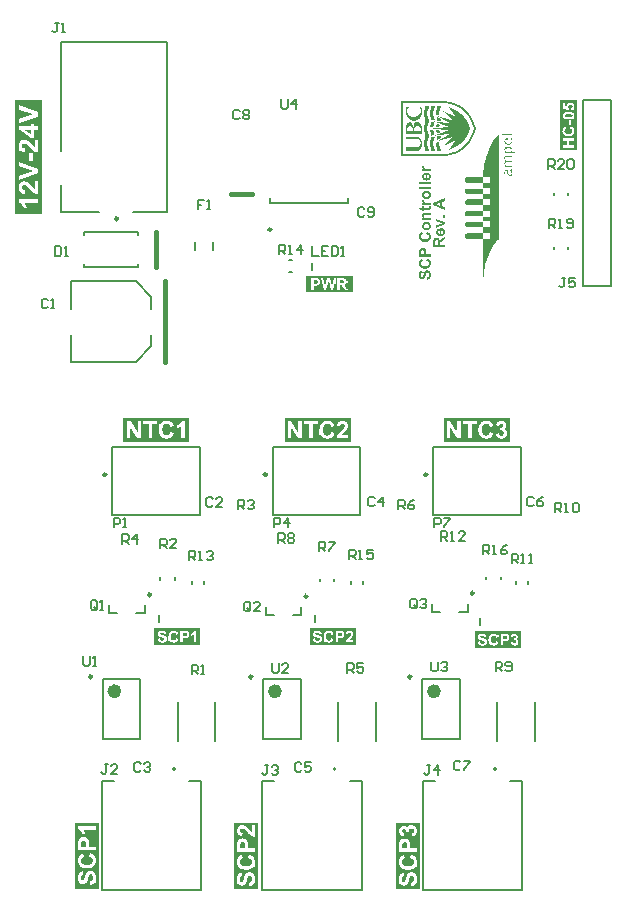
<source format=gto>
G04*
G04 #@! TF.GenerationSoftware,Altium Limited,Altium Designer,20.0.9 (164)*
G04*
G04 Layer_Color=65535*
%FSLAX25Y25*%
%MOIN*%
G70*
G01*
G75*
%ADD10C,0.00984*%
%ADD11C,0.00787*%
%ADD12C,0.02362*%
%ADD13C,0.00500*%
%ADD14C,0.01575*%
%ADD15C,0.00600*%
G36*
X65173Y120121D02*
X61808D01*
Y120495D01*
X65173D01*
Y120121D01*
D02*
G37*
G36*
Y118551D02*
X65322D01*
Y117878D01*
X65173D01*
Y117505D01*
X65023D01*
Y117430D01*
X64949D01*
Y117280D01*
X64799D01*
Y117206D01*
X64724D01*
Y117056D01*
X64575D01*
Y116906D01*
X63603D01*
Y117131D01*
X63229D01*
Y117206D01*
X63154D01*
Y117280D01*
X63005D01*
Y117430D01*
X62930D01*
Y117505D01*
X62780D01*
Y117878D01*
X62631D01*
Y118327D01*
X62780D01*
Y118925D01*
X63005D01*
Y118850D01*
X63154D01*
Y118925D01*
X63229D01*
Y119075D01*
X63977D01*
Y117280D01*
X64425D01*
Y117505D01*
X64799D01*
Y117878D01*
X64874D01*
Y117953D01*
X64949D01*
Y118028D01*
X65023D01*
Y118551D01*
X64949D01*
Y118701D01*
X64799D01*
Y119000D01*
X64724D01*
Y119075D01*
X65173D01*
Y118551D01*
D02*
G37*
G36*
X64575Y116084D02*
X64949D01*
Y115935D01*
X65173D01*
Y115561D01*
X65322D01*
Y114888D01*
X65173D01*
Y114514D01*
X66145D01*
Y114140D01*
X62780D01*
Y115037D01*
X62706D01*
Y115112D01*
X62631D01*
Y115561D01*
X62780D01*
Y115935D01*
X63005D01*
Y116084D01*
X63079D01*
Y116159D01*
X63154D01*
Y116234D01*
X63229D01*
Y116308D01*
X64575D01*
Y116084D01*
D02*
G37*
G36*
X42351Y131428D02*
X43145D01*
Y131384D01*
X43543D01*
Y131339D01*
X43852D01*
Y131295D01*
X44161D01*
Y131251D01*
X44381D01*
Y131207D01*
X44602D01*
Y131163D01*
X44778D01*
Y131119D01*
X44999D01*
Y131075D01*
X45131D01*
Y131030D01*
X45308D01*
Y130986D01*
X45485D01*
Y130942D01*
X45617D01*
Y130898D01*
X45749D01*
Y130854D01*
X45882D01*
Y130810D01*
X46014D01*
Y130766D01*
X46147D01*
Y130721D01*
X46279D01*
Y130677D01*
X46367D01*
Y130633D01*
X46500D01*
Y130589D01*
X46588D01*
Y130545D01*
X46676D01*
Y130501D01*
X46809D01*
Y130457D01*
X46897D01*
Y130413D01*
X46985D01*
Y130368D01*
X47073D01*
Y130324D01*
X47162D01*
Y130280D01*
X47250D01*
Y130236D01*
X47338D01*
Y130192D01*
X47426D01*
Y130148D01*
X47515D01*
Y130104D01*
X47603D01*
Y130060D01*
X47691D01*
Y130015D01*
X47780D01*
Y129971D01*
X47824D01*
Y129927D01*
X47912D01*
Y129883D01*
X48000D01*
Y129839D01*
X48044D01*
Y129795D01*
X48133D01*
Y129751D01*
X48177D01*
Y129706D01*
X48265D01*
Y129662D01*
X48309D01*
Y129618D01*
X48397D01*
Y129574D01*
X48441D01*
Y129530D01*
X48530D01*
Y129486D01*
X48574D01*
Y129442D01*
X48662D01*
Y129397D01*
X48706D01*
Y129353D01*
X48750D01*
Y129309D01*
X48839D01*
Y129265D01*
X48883D01*
Y129221D01*
X48927D01*
Y129177D01*
X49015D01*
Y129133D01*
X49059D01*
Y129089D01*
X49104D01*
Y129044D01*
X49148D01*
Y129000D01*
X49236D01*
Y128956D01*
X49280D01*
Y128912D01*
X49324D01*
Y128868D01*
X49368D01*
Y128824D01*
X49413D01*
Y128780D01*
X49457D01*
Y128735D01*
X49501D01*
Y128691D01*
X49589D01*
Y128647D01*
X49633D01*
Y128603D01*
X49677D01*
Y128559D01*
X49721D01*
Y128515D01*
X49766D01*
Y128471D01*
X49810D01*
Y128427D01*
X49854D01*
Y128382D01*
X49898D01*
Y128338D01*
X49942D01*
Y128294D01*
X49986D01*
Y128250D01*
X50030D01*
Y128206D01*
X50074D01*
Y128162D01*
X50119D01*
Y128074D01*
X50163D01*
Y128029D01*
X50207D01*
Y127985D01*
X50251D01*
Y127941D01*
X50295D01*
Y127897D01*
X50339D01*
Y127853D01*
X50383D01*
Y127809D01*
X50428D01*
Y127764D01*
X50472D01*
Y127676D01*
X50516D01*
Y127632D01*
X50560D01*
Y127588D01*
X50604D01*
Y127544D01*
X50648D01*
Y127500D01*
X50692D01*
Y127411D01*
X50736D01*
Y127367D01*
X50781D01*
Y127323D01*
X50825D01*
Y127235D01*
X50869D01*
Y127191D01*
X50913D01*
Y127147D01*
X50957D01*
Y127058D01*
X51001D01*
Y127014D01*
X51045D01*
Y126926D01*
X51090D01*
Y126882D01*
X51134D01*
Y126838D01*
X51178D01*
Y126750D01*
X51222D01*
Y126661D01*
X51266D01*
Y126617D01*
X51310D01*
Y126529D01*
X51354D01*
Y126485D01*
X51398D01*
Y126396D01*
X51443D01*
Y126352D01*
X51487D01*
Y126264D01*
X51531D01*
Y126176D01*
X51575D01*
Y126132D01*
X51619D01*
Y126043D01*
X51663D01*
Y125955D01*
X51707D01*
Y125867D01*
X51752D01*
Y125823D01*
X51796D01*
Y125734D01*
X51840D01*
Y125646D01*
X51884D01*
Y125558D01*
X51928D01*
Y125470D01*
X51972D01*
Y125381D01*
X52016D01*
Y125293D01*
X52061D01*
Y125205D01*
X52105D01*
Y125117D01*
X52149D01*
Y125028D01*
X52193D01*
Y124896D01*
X52237D01*
Y124808D01*
X52281D01*
Y124719D01*
X52325D01*
Y124631D01*
X52369D01*
Y124499D01*
X52414D01*
Y124410D01*
X52458D01*
Y124278D01*
X52502D01*
Y124190D01*
X52546D01*
Y124057D01*
X52590D01*
Y123969D01*
X52634D01*
Y123837D01*
X52678D01*
Y123704D01*
X52723D01*
Y123572D01*
X52767D01*
Y123439D01*
X52811D01*
Y123307D01*
X52855D01*
Y123175D01*
X52899D01*
Y123042D01*
X52943D01*
Y122910D01*
X52987D01*
Y122733D01*
X53031D01*
Y122601D01*
X53076D01*
Y122380D01*
X53120D01*
Y122336D01*
X53076D01*
Y122115D01*
X53031D01*
Y121983D01*
X52987D01*
Y121807D01*
X52943D01*
Y121674D01*
X52899D01*
Y121542D01*
X52855D01*
Y121409D01*
X52811D01*
Y121277D01*
X52767D01*
Y121144D01*
X52723D01*
Y121012D01*
X52678D01*
Y120880D01*
X52634D01*
Y120747D01*
X52590D01*
Y120659D01*
X52546D01*
Y120527D01*
X52502D01*
Y120438D01*
X52458D01*
Y120306D01*
X52414D01*
Y120218D01*
X52369D01*
Y120085D01*
X52325D01*
Y119997D01*
X52281D01*
Y119909D01*
X52237D01*
Y119820D01*
X52193D01*
Y119688D01*
X52149D01*
Y119600D01*
X52105D01*
Y119511D01*
X52061D01*
Y119423D01*
X52016D01*
Y119335D01*
X51972D01*
Y119247D01*
X51928D01*
Y119158D01*
X51884D01*
Y119070D01*
X51840D01*
Y118982D01*
X51796D01*
Y118894D01*
X51752D01*
Y118850D01*
X51707D01*
Y118761D01*
X51663D01*
Y118673D01*
X51619D01*
Y118585D01*
X51575D01*
Y118541D01*
X51531D01*
Y118452D01*
X51487D01*
Y118364D01*
X51443D01*
Y118320D01*
X51398D01*
Y118232D01*
X51354D01*
Y118187D01*
X51310D01*
Y118099D01*
X51266D01*
Y118055D01*
X51222D01*
Y117967D01*
X51178D01*
Y117879D01*
X51134D01*
Y117834D01*
X51090D01*
Y117790D01*
X51045D01*
Y117702D01*
X51001D01*
Y117658D01*
X50957D01*
Y117570D01*
X50913D01*
Y117525D01*
X50869D01*
Y117481D01*
X50825D01*
Y117393D01*
X50781D01*
Y117349D01*
X50736D01*
Y117305D01*
X50692D01*
Y117217D01*
X50648D01*
Y117173D01*
X50604D01*
Y117128D01*
X50560D01*
Y117084D01*
X50516D01*
Y117040D01*
X50472D01*
Y116952D01*
X50428D01*
Y116908D01*
X50383D01*
Y116864D01*
X50339D01*
Y116819D01*
X50295D01*
Y116775D01*
X50251D01*
Y116731D01*
X50207D01*
Y116687D01*
X50163D01*
Y116643D01*
X50119D01*
Y116555D01*
X50074D01*
Y116510D01*
X50030D01*
Y116466D01*
X49986D01*
Y116422D01*
X49942D01*
Y116378D01*
X49898D01*
Y116334D01*
X49854D01*
Y116290D01*
X49810D01*
Y116246D01*
X49766D01*
Y116201D01*
X49721D01*
Y116157D01*
X49677D01*
Y116113D01*
X49633D01*
Y116069D01*
X49589D01*
Y116025D01*
X49501D01*
Y115981D01*
X49457D01*
Y115937D01*
X49413D01*
Y115893D01*
X49368D01*
Y115848D01*
X49324D01*
Y115804D01*
X49280D01*
Y115760D01*
X49236D01*
Y115716D01*
X49148D01*
Y115672D01*
X49104D01*
Y115628D01*
X49059D01*
Y115584D01*
X49015D01*
Y115540D01*
X48927D01*
Y115495D01*
X48883D01*
Y115451D01*
X48839D01*
Y115407D01*
X48750D01*
Y115363D01*
X48706D01*
Y115319D01*
X48662D01*
Y115275D01*
X48574D01*
Y115231D01*
X48530D01*
Y115186D01*
X48441D01*
Y115142D01*
X48397D01*
Y115098D01*
X48309D01*
Y115054D01*
X48265D01*
Y115010D01*
X48177D01*
Y114966D01*
X48133D01*
Y114922D01*
X48044D01*
Y114877D01*
X48000D01*
Y114833D01*
X47912D01*
Y114789D01*
X47824D01*
Y114745D01*
X47780D01*
Y114701D01*
X47691D01*
Y114657D01*
X47603D01*
Y114613D01*
X47515D01*
Y114569D01*
X47426D01*
Y114524D01*
X47338D01*
Y114480D01*
X47250D01*
Y114436D01*
X47162D01*
Y114392D01*
X47073D01*
Y114348D01*
X46985D01*
Y114304D01*
X46897D01*
Y114260D01*
X46809D01*
Y114216D01*
X46676D01*
Y114171D01*
X46588D01*
Y114127D01*
X46500D01*
Y114083D01*
X46367D01*
Y114039D01*
X46279D01*
Y113995D01*
X46147D01*
Y113951D01*
X46014D01*
Y113907D01*
X45882D01*
Y113862D01*
X45749D01*
Y113818D01*
X45617D01*
Y113774D01*
X45485D01*
Y113730D01*
X45308D01*
Y113686D01*
X45131D01*
Y113642D01*
X44999D01*
Y113598D01*
X44778D01*
Y113554D01*
X44602D01*
Y113509D01*
X44381D01*
Y113465D01*
X44161D01*
Y113421D01*
X43852D01*
Y113377D01*
X43543D01*
Y113333D01*
X43145D01*
Y113289D01*
X42351D01*
Y113200D01*
X28272D01*
Y131516D01*
X42351D01*
Y131428D01*
D02*
G37*
G36*
X65173Y112944D02*
X63379D01*
Y112720D01*
X62930D01*
Y112121D01*
X63005D01*
Y111972D01*
X63079D01*
Y111897D01*
X63154D01*
Y111748D01*
X63304D01*
Y111673D01*
X63379D01*
Y111523D01*
X65173D01*
Y111149D01*
X63154D01*
Y110925D01*
X63005D01*
Y110850D01*
X62930D01*
Y110477D01*
X63005D01*
Y110327D01*
X63154D01*
Y109878D01*
X64949D01*
Y109953D01*
X65173D01*
Y109579D01*
X65098D01*
Y109505D01*
X65023D01*
Y109579D01*
X62930D01*
Y109505D01*
X62855D01*
Y109579D01*
X62780D01*
Y110477D01*
X62631D01*
Y110925D01*
X62706D01*
Y111000D01*
X62780D01*
Y111299D01*
X62855D01*
Y111374D01*
X63005D01*
Y111673D01*
X62855D01*
Y111748D01*
X62780D01*
Y112271D01*
X62631D01*
Y112720D01*
X62706D01*
Y112794D01*
X62780D01*
Y112944D01*
X63005D01*
Y113093D01*
X63379D01*
Y113318D01*
X65173D01*
Y112944D01*
D02*
G37*
G36*
Y107561D02*
X65322D01*
Y107112D01*
X65173D01*
Y106738D01*
X65023D01*
Y106664D01*
X64949D01*
Y106514D01*
X64799D01*
Y106589D01*
X64350D01*
Y106514D01*
X64201D01*
Y106664D01*
X64126D01*
Y106738D01*
X63977D01*
Y106888D01*
X63827D01*
Y107187D01*
X63752D01*
Y107336D01*
X63603D01*
Y108159D01*
X63005D01*
Y108084D01*
X62930D01*
Y107112D01*
X63005D01*
Y106963D01*
X63154D01*
Y106738D01*
X62780D01*
Y107262D01*
X62706D01*
Y107336D01*
X62631D01*
Y107934D01*
X62706D01*
Y108009D01*
X62780D01*
Y108308D01*
X62855D01*
Y108383D01*
X63005D01*
Y108533D01*
X63379D01*
Y108757D01*
X63603D01*
Y108682D01*
X64949D01*
Y108757D01*
X65173D01*
Y107561D01*
D02*
G37*
G36*
X55379Y104346D02*
X49846D01*
Y104495D01*
X49696D01*
Y104570D01*
X49621D01*
Y105766D01*
X49771D01*
Y105841D01*
X49846D01*
Y105991D01*
X49995D01*
Y106140D01*
X55379D01*
Y104346D01*
D02*
G37*
G36*
X60986Y85654D02*
X60911D01*
Y85580D01*
X60762D01*
Y85430D01*
X60687D01*
Y85355D01*
X60537D01*
Y85206D01*
X60388D01*
Y85056D01*
X60313D01*
Y84981D01*
X60163D01*
Y84832D01*
X60014D01*
Y84757D01*
X59939D01*
Y84383D01*
X59790D01*
Y84234D01*
X59640D01*
Y84159D01*
X59565D01*
Y84009D01*
X59416D01*
Y83935D01*
X59341D01*
Y83636D01*
X59266D01*
Y83561D01*
X59192D01*
Y83486D01*
X59117D01*
Y83411D01*
X58967D01*
Y83037D01*
X58818D01*
Y82963D01*
X58743D01*
Y82813D01*
X58593D01*
Y82439D01*
X58444D01*
Y82364D01*
X58369D01*
Y82065D01*
X58294D01*
Y81991D01*
X58145D01*
Y81617D01*
X57995D01*
Y81243D01*
X57846D01*
Y81168D01*
X57771D01*
Y80869D01*
X57696D01*
Y80795D01*
X57547D01*
Y80421D01*
X57397D01*
Y80047D01*
X57248D01*
Y79972D01*
X57173D01*
Y79449D01*
X57023D01*
Y79374D01*
X56949D01*
Y78851D01*
X56874D01*
Y78776D01*
X56799D01*
Y78252D01*
X56650D01*
Y78178D01*
X56575D01*
Y77430D01*
X56350D01*
Y76608D01*
X56201D01*
Y76458D01*
X56126D01*
Y75636D01*
X55977D01*
Y74439D01*
X55752D01*
Y73019D01*
X55603D01*
Y71299D01*
X55528D01*
Y71224D01*
X55453D01*
Y71299D01*
X55379D01*
Y85580D01*
X57995D01*
Y87598D01*
X57921D01*
Y87673D01*
X55603D01*
Y87598D01*
X55379D01*
Y89393D01*
X55154D01*
Y89467D01*
X50220D01*
Y89393D01*
X49995D01*
Y89542D01*
X49921D01*
Y89617D01*
X49846D01*
Y89766D01*
X49621D01*
Y90963D01*
X49696D01*
Y91037D01*
X49771D01*
Y90963D01*
X49995D01*
Y91187D01*
X55304D01*
Y91262D01*
X55379D01*
Y89393D01*
X57995D01*
Y91411D01*
X55379D01*
Y92981D01*
X57995D01*
Y95000D01*
X55379D01*
Y96794D01*
X49995D01*
Y96944D01*
X49846D01*
Y97093D01*
X49771D01*
Y97168D01*
X49621D01*
Y98365D01*
X49696D01*
Y98439D01*
X49846D01*
Y98589D01*
X50220D01*
Y98738D01*
X55379D01*
Y96794D01*
X57995D01*
Y98813D01*
X55379D01*
Y100533D01*
X57995D01*
Y102402D01*
X55379D01*
Y104121D01*
X55453D01*
Y104196D01*
X55528D01*
Y104121D01*
X57995D01*
Y106140D01*
X55379D01*
Y106290D01*
X55453D01*
Y106364D01*
X55603D01*
Y108533D01*
X55752D01*
Y108607D01*
X55827D01*
Y109953D01*
X55977D01*
Y110925D01*
X56126D01*
Y111000D01*
X56201D01*
Y111748D01*
X56350D01*
Y111822D01*
X56425D01*
Y112570D01*
X56575D01*
Y113093D01*
X56650D01*
Y113168D01*
X56799D01*
Y113916D01*
X56949D01*
Y113991D01*
X57023D01*
Y114514D01*
X57098D01*
Y114589D01*
X57173D01*
Y114888D01*
X57248D01*
Y114962D01*
X57397D01*
Y115486D01*
X57472D01*
Y115561D01*
X57622D01*
Y115935D01*
X57771D01*
Y116308D01*
X57921D01*
Y116383D01*
X57995D01*
Y116682D01*
X58070D01*
Y116757D01*
X58220D01*
Y117131D01*
X58369D01*
Y117505D01*
X58519D01*
Y117579D01*
X58593D01*
Y117729D01*
X58818D01*
Y118103D01*
X58967D01*
Y118476D01*
X59042D01*
Y118551D01*
X59192D01*
Y118701D01*
X59341D01*
Y118776D01*
X59416D01*
Y118925D01*
X59565D01*
Y119075D01*
X59640D01*
Y119299D01*
X59715D01*
Y119374D01*
X59790D01*
Y119523D01*
X60014D01*
Y119673D01*
X60089D01*
Y119747D01*
X60163D01*
Y119897D01*
X60313D01*
Y119972D01*
X60388D01*
Y120121D01*
X60612D01*
Y120271D01*
X60687D01*
Y120346D01*
X60762D01*
Y120495D01*
X60836D01*
Y120570D01*
X60986D01*
Y85654D01*
D02*
G37*
G36*
X55379Y100607D02*
X50145D01*
Y100533D01*
X50070D01*
Y100607D01*
X49995D01*
Y100757D01*
X49621D01*
Y102178D01*
X49846D01*
Y102103D01*
X49921D01*
Y102178D01*
X49995D01*
Y102327D01*
X55379D01*
Y100607D01*
D02*
G37*
G36*
Y93131D02*
X55304D01*
Y93206D01*
X49846D01*
Y93280D01*
X49771D01*
Y93355D01*
X49621D01*
Y94626D01*
X49771D01*
Y94701D01*
X49846D01*
Y94776D01*
X49921D01*
Y94850D01*
X49995D01*
Y95000D01*
X55379D01*
Y93131D01*
D02*
G37*
G36*
Y85654D02*
X49995D01*
Y85804D01*
X49846D01*
Y85953D01*
X49696D01*
Y86028D01*
X49621D01*
Y87224D01*
X49771D01*
Y87299D01*
X49846D01*
Y87449D01*
X49921D01*
Y87374D01*
X50220D01*
Y87598D01*
X55379D01*
Y85654D01*
D02*
G37*
G36*
X13195Y-49746D02*
X-2195D01*
Y-44254D01*
X13195D01*
Y-49746D01*
D02*
G37*
G36*
X12045Y67754D02*
X-3345D01*
Y73246D01*
X12045D01*
Y67754D01*
D02*
G37*
G36*
X64490Y18009D02*
X42510D01*
Y25991D01*
X64490D01*
Y18009D01*
D02*
G37*
G36*
X11490D02*
X-10490D01*
Y25991D01*
X11490D01*
Y18009D01*
D02*
G37*
G36*
X68195Y-50746D02*
X52805D01*
Y-45254D01*
X68195D01*
Y-50746D01*
D02*
G37*
G36*
X36017Y109778D02*
X36013Y109770D01*
X35996Y109745D01*
X35980Y109712D01*
X35955Y109666D01*
X35934Y109612D01*
X35913Y109554D01*
X35901Y109495D01*
X35897Y109433D01*
Y109408D01*
X35901Y109379D01*
X35909Y109341D01*
X35917Y109300D01*
X35934Y109258D01*
X35955Y109213D01*
X35984Y109171D01*
X35988Y109167D01*
X36001Y109154D01*
X36022Y109133D01*
X36055Y109108D01*
X36096Y109083D01*
X36150Y109054D01*
X36213Y109025D01*
X36292Y109000D01*
X36296D01*
X36304Y108996D01*
X36317D01*
X36338Y108992D01*
X36363Y108988D01*
X36400Y108984D01*
X36442Y108975D01*
X36492Y108971D01*
X36550Y108967D01*
X36616Y108959D01*
X36691Y108955D01*
X36779Y108950D01*
X36874Y108946D01*
X36978D01*
X37095Y108942D01*
X37224D01*
X38081D01*
Y108206D01*
X35298D01*
Y108888D01*
X35697D01*
X35693Y108892D01*
X35684Y108896D01*
X35672Y108905D01*
X35651Y108917D01*
X35601Y108950D01*
X35543Y108992D01*
X35481Y109042D01*
X35422Y109092D01*
X35368Y109146D01*
X35343Y109175D01*
X35327Y109200D01*
X35323Y109208D01*
X35314Y109225D01*
X35298Y109254D01*
X35281Y109292D01*
X35264Y109341D01*
X35248Y109396D01*
X35239Y109454D01*
X35235Y109520D01*
Y109562D01*
X35239Y109587D01*
X35243Y109612D01*
X35252Y109674D01*
X35269Y109749D01*
X35293Y109832D01*
X35331Y109920D01*
X35377Y110007D01*
X36017Y109778D01*
D02*
G37*
G36*
X36899Y105793D02*
X36903D01*
X36912D01*
X36933D01*
X36953Y105797D01*
X36982Y105801D01*
X37016Y105805D01*
X37086Y105818D01*
X37170Y105839D01*
X37257Y105868D01*
X37340Y105909D01*
X37415Y105968D01*
Y105972D01*
X37423Y105976D01*
X37444Y105997D01*
X37473Y106034D01*
X37502Y106084D01*
X37536Y106147D01*
X37565Y106221D01*
X37586Y106305D01*
X37590Y106350D01*
X37594Y106396D01*
Y106425D01*
X37590Y106454D01*
X37582Y106496D01*
X37573Y106542D01*
X37556Y106588D01*
X37532Y106637D01*
X37502Y106683D01*
X37498Y106687D01*
X37486Y106704D01*
X37461Y106725D01*
X37428Y106750D01*
X37386Y106783D01*
X37332Y106812D01*
X37269Y106841D01*
X37195Y106866D01*
X37319Y107598D01*
X37324D01*
X37336Y107590D01*
X37357Y107582D01*
X37386Y107573D01*
X37419Y107557D01*
X37457Y107536D01*
X37502Y107515D01*
X37548Y107490D01*
X37648Y107428D01*
X37748Y107349D01*
X37848Y107257D01*
X37894Y107203D01*
X37935Y107149D01*
X37939Y107145D01*
X37943Y107137D01*
X37956Y107120D01*
X37968Y107095D01*
X37985Y107066D01*
X38002Y107028D01*
X38018Y106987D01*
X38039Y106941D01*
X38060Y106887D01*
X38076Y106829D01*
X38093Y106766D01*
X38110Y106700D01*
X38122Y106629D01*
X38135Y106550D01*
X38139Y106471D01*
X38143Y106388D01*
Y106355D01*
X38139Y106317D01*
X38135Y106267D01*
X38131Y106209D01*
X38118Y106138D01*
X38106Y106063D01*
X38085Y105980D01*
X38060Y105893D01*
X38027Y105805D01*
X37989Y105718D01*
X37943Y105627D01*
X37889Y105543D01*
X37827Y105460D01*
X37756Y105385D01*
X37673Y105315D01*
X37669Y105310D01*
X37656Y105302D01*
X37636Y105290D01*
X37602Y105273D01*
X37565Y105252D01*
X37523Y105227D01*
X37469Y105202D01*
X37411Y105177D01*
X37344Y105152D01*
X37269Y105127D01*
X37190Y105102D01*
X37107Y105082D01*
X37016Y105065D01*
X36920Y105052D01*
X36816Y105044D01*
X36712Y105040D01*
X36704D01*
X36683D01*
X36645Y105044D01*
X36600D01*
X36542Y105052D01*
X36471Y105061D01*
X36400Y105069D01*
X36317Y105086D01*
X36234Y105102D01*
X36146Y105127D01*
X36055Y105157D01*
X35963Y105190D01*
X35876Y105231D01*
X35789Y105281D01*
X35705Y105335D01*
X35630Y105398D01*
X35626Y105402D01*
X35614Y105414D01*
X35593Y105435D01*
X35568Y105464D01*
X35539Y105498D01*
X35506Y105543D01*
X35468Y105593D01*
X35431Y105647D01*
X35397Y105710D01*
X35360Y105780D01*
X35327Y105855D01*
X35298Y105939D01*
X35273Y106022D01*
X35252Y106113D01*
X35239Y106213D01*
X35235Y106313D01*
Y106342D01*
X35239Y106371D01*
X35243Y106417D01*
X35248Y106467D01*
X35256Y106529D01*
X35269Y106596D01*
X35285Y106667D01*
X35310Y106746D01*
X35335Y106825D01*
X35368Y106904D01*
X35410Y106987D01*
X35456Y107066D01*
X35510Y107145D01*
X35576Y107220D01*
X35647Y107291D01*
X35651Y107295D01*
X35668Y107307D01*
X35689Y107324D01*
X35722Y107345D01*
X35768Y107374D01*
X35822Y107403D01*
X35884Y107436D01*
X35955Y107469D01*
X36038Y107503D01*
X36134Y107532D01*
X36234Y107561D01*
X36346Y107586D01*
X36471Y107607D01*
X36604Y107623D01*
X36745Y107636D01*
X36899D01*
Y105793D01*
D02*
G37*
G36*
X38081Y103767D02*
X34241D01*
Y104503D01*
X38081D01*
Y103767D01*
D02*
G37*
G36*
Y102278D02*
X34241D01*
Y103014D01*
X38081D01*
Y102278D01*
D02*
G37*
G36*
X36745Y101691D02*
X36787D01*
X36841Y101683D01*
X36903Y101675D01*
X36974Y101662D01*
X37049Y101645D01*
X37132Y101625D01*
X37215Y101595D01*
X37303Y101562D01*
X37390Y101525D01*
X37482Y101475D01*
X37565Y101421D01*
X37652Y101358D01*
X37731Y101288D01*
X37735Y101284D01*
X37748Y101271D01*
X37769Y101246D01*
X37794Y101213D01*
X37827Y101175D01*
X37860Y101125D01*
X37898Y101071D01*
X37935Y101009D01*
X37977Y100938D01*
X38014Y100859D01*
X38047Y100776D01*
X38076Y100684D01*
X38106Y100589D01*
X38126Y100485D01*
X38139Y100377D01*
X38143Y100264D01*
Y100227D01*
X38139Y100198D01*
Y100164D01*
X38135Y100127D01*
X38131Y100081D01*
X38122Y100031D01*
X38102Y99919D01*
X38072Y99794D01*
X38031Y99665D01*
X37973Y99536D01*
X37968Y99532D01*
X37964Y99520D01*
X37956Y99503D01*
X37939Y99478D01*
X37923Y99449D01*
X37898Y99420D01*
X37843Y99341D01*
X37773Y99258D01*
X37685Y99170D01*
X37582Y99087D01*
X37465Y99012D01*
X37461D01*
X37448Y99004D01*
X37432Y98996D01*
X37407Y98983D01*
X37374Y98971D01*
X37336Y98954D01*
X37290Y98941D01*
X37240Y98925D01*
X37182Y98908D01*
X37120Y98892D01*
X37053Y98875D01*
X36982Y98862D01*
X36908Y98850D01*
X36824Y98842D01*
X36741Y98837D01*
X36654Y98833D01*
X36650D01*
X36637D01*
X36616D01*
X36591Y98837D01*
X36558D01*
X36516Y98842D01*
X36475Y98850D01*
X36425Y98854D01*
X36317Y98879D01*
X36196Y98908D01*
X36071Y98954D01*
X36005Y98979D01*
X35942Y99012D01*
X35938Y99016D01*
X35926Y99020D01*
X35909Y99033D01*
X35884Y99045D01*
X35855Y99062D01*
X35822Y99087D01*
X35747Y99141D01*
X35664Y99216D01*
X35576Y99303D01*
X35493Y99403D01*
X35418Y99520D01*
X35414Y99524D01*
X35410Y99536D01*
X35402Y99553D01*
X35389Y99578D01*
X35377Y99611D01*
X35360Y99649D01*
X35343Y99690D01*
X35327Y99736D01*
X35310Y99790D01*
X35293Y99848D01*
X35264Y99973D01*
X35243Y100110D01*
X35235Y100185D01*
Y100289D01*
X35239Y100323D01*
X35243Y100364D01*
X35248Y100418D01*
X35256Y100481D01*
X35269Y100551D01*
X35285Y100626D01*
X35310Y100705D01*
X35335Y100788D01*
X35368Y100876D01*
X35410Y100959D01*
X35456Y101046D01*
X35510Y101134D01*
X35576Y101213D01*
X35647Y101292D01*
X35651Y101296D01*
X35668Y101309D01*
X35689Y101329D01*
X35722Y101354D01*
X35763Y101388D01*
X35809Y101421D01*
X35868Y101454D01*
X35930Y101496D01*
X36001Y101533D01*
X36080Y101566D01*
X36167Y101604D01*
X36259Y101633D01*
X36354Y101658D01*
X36458Y101679D01*
X36566Y101691D01*
X36683Y101695D01*
X36691D01*
X36712D01*
X36745Y101691D01*
D02*
G37*
G36*
X36017Y98455D02*
X36013Y98446D01*
X35996Y98421D01*
X35980Y98388D01*
X35955Y98342D01*
X35934Y98288D01*
X35913Y98230D01*
X35901Y98172D01*
X35897Y98109D01*
Y98084D01*
X35901Y98055D01*
X35909Y98018D01*
X35917Y97976D01*
X35934Y97935D01*
X35955Y97889D01*
X35984Y97847D01*
X35988Y97843D01*
X36001Y97831D01*
X36022Y97810D01*
X36055Y97785D01*
X36096Y97760D01*
X36150Y97731D01*
X36213Y97702D01*
X36292Y97677D01*
X36296D01*
X36304Y97673D01*
X36317D01*
X36338Y97668D01*
X36363Y97664D01*
X36400Y97660D01*
X36442Y97652D01*
X36492Y97648D01*
X36550Y97644D01*
X36616Y97635D01*
X36691Y97631D01*
X36779Y97627D01*
X36874Y97623D01*
X36978D01*
X37095Y97619D01*
X37224D01*
X38081D01*
Y96882D01*
X35298D01*
Y97565D01*
X35697D01*
X35693Y97569D01*
X35684Y97573D01*
X35672Y97581D01*
X35651Y97594D01*
X35601Y97627D01*
X35543Y97668D01*
X35481Y97718D01*
X35422Y97768D01*
X35368Y97822D01*
X35343Y97852D01*
X35327Y97877D01*
X35323Y97885D01*
X35314Y97901D01*
X35298Y97931D01*
X35281Y97968D01*
X35264Y98018D01*
X35248Y98072D01*
X35239Y98130D01*
X35235Y98197D01*
Y98238D01*
X35239Y98263D01*
X35243Y98288D01*
X35252Y98351D01*
X35269Y98426D01*
X35293Y98509D01*
X35331Y98596D01*
X35377Y98684D01*
X36017Y98455D01*
D02*
G37*
G36*
X38035Y96458D02*
X38039Y96450D01*
X38043Y96437D01*
X38052Y96416D01*
X38060Y96391D01*
X38068Y96362D01*
X38081Y96329D01*
X38089Y96292D01*
X38110Y96208D01*
X38126Y96109D01*
X38139Y95996D01*
X38143Y95880D01*
Y95846D01*
X38139Y95809D01*
X38135Y95759D01*
X38126Y95705D01*
X38114Y95647D01*
X38097Y95584D01*
X38076Y95522D01*
X38072Y95514D01*
X38064Y95497D01*
X38052Y95468D01*
X38031Y95435D01*
X38006Y95397D01*
X37977Y95355D01*
X37943Y95322D01*
X37906Y95289D01*
X37902Y95285D01*
X37885Y95276D01*
X37860Y95264D01*
X37831Y95247D01*
X37789Y95231D01*
X37740Y95214D01*
X37681Y95197D01*
X37619Y95185D01*
X37611D01*
X37594Y95181D01*
X37577D01*
X37556Y95177D01*
X37532D01*
X37507D01*
X37473Y95173D01*
X37436D01*
X37394Y95168D01*
X37344D01*
X37290Y95164D01*
X37232D01*
X37170D01*
X37099D01*
X35884D01*
Y94827D01*
X35298D01*
Y95164D01*
X34744D01*
X34312Y95900D01*
X35298D01*
Y96404D01*
X35884D01*
Y95900D01*
X37007D01*
X37012D01*
X37024D01*
X37041D01*
X37062D01*
X37086D01*
X37120D01*
X37186D01*
X37253Y95905D01*
X37319D01*
X37348Y95909D01*
X37374D01*
X37394Y95913D01*
X37407D01*
X37411D01*
X37415Y95917D01*
X37440Y95925D01*
X37469Y95946D01*
X37498Y95975D01*
Y95979D01*
X37502Y95984D01*
X37507Y95996D01*
X37515Y96013D01*
X37527Y96050D01*
X37532Y96100D01*
Y96121D01*
X37527Y96142D01*
X37523Y96175D01*
X37515Y96217D01*
X37502Y96271D01*
X37486Y96329D01*
X37465Y96395D01*
X38035Y96462D01*
Y96458D01*
D02*
G37*
G36*
X42759Y98297D02*
X41885Y97960D01*
Y96425D01*
X42759Y96104D01*
Y95285D01*
X38919Y96778D01*
Y97602D01*
X42759Y99141D01*
Y98297D01*
D02*
G37*
G36*
Y92689D02*
X42023D01*
Y93425D01*
X42759D01*
Y92689D01*
D02*
G37*
G36*
X38081Y93642D02*
X36662D01*
X36658D01*
X36641D01*
X36621D01*
X36587D01*
X36554D01*
X36512Y93637D01*
X36421D01*
X36321Y93629D01*
X36225Y93621D01*
X36180Y93617D01*
X36142Y93608D01*
X36109Y93600D01*
X36080Y93592D01*
X36075D01*
X36059Y93583D01*
X36034Y93571D01*
X36005Y93554D01*
X35972Y93533D01*
X35934Y93508D01*
X35901Y93475D01*
X35872Y93438D01*
X35868Y93434D01*
X35859Y93421D01*
X35847Y93396D01*
X35834Y93367D01*
X35822Y93330D01*
X35809Y93288D01*
X35801Y93242D01*
X35797Y93188D01*
Y93155D01*
X35801Y93122D01*
X35809Y93072D01*
X35822Y93022D01*
X35843Y92963D01*
X35868Y92901D01*
X35905Y92843D01*
X35909Y92835D01*
X35926Y92818D01*
X35947Y92793D01*
X35980Y92760D01*
X36017Y92726D01*
X36067Y92693D01*
X36121Y92664D01*
X36184Y92639D01*
X36192Y92635D01*
X36200D01*
X36217Y92631D01*
X36238Y92627D01*
X36263Y92622D01*
X36292Y92618D01*
X36325Y92614D01*
X36367Y92606D01*
X36413Y92602D01*
X36467Y92597D01*
X36525Y92593D01*
X36587Y92589D01*
X36658D01*
X36737Y92585D01*
X36820D01*
X38081D01*
Y91849D01*
X35298D01*
Y92531D01*
X35710D01*
X35705Y92535D01*
X35689Y92548D01*
X35664Y92568D01*
X35635Y92597D01*
X35601Y92631D01*
X35560Y92677D01*
X35518Y92722D01*
X35472Y92781D01*
X35427Y92843D01*
X35385Y92914D01*
X35343Y92989D01*
X35310Y93068D01*
X35277Y93155D01*
X35256Y93246D01*
X35239Y93342D01*
X35235Y93442D01*
Y93484D01*
X35239Y93529D01*
X35248Y93592D01*
X35256Y93658D01*
X35273Y93733D01*
X35298Y93812D01*
X35327Y93887D01*
Y93891D01*
X35331Y93895D01*
X35343Y93920D01*
X35360Y93958D01*
X35389Y93999D01*
X35418Y94049D01*
X35460Y94099D01*
X35502Y94149D01*
X35551Y94191D01*
X35555Y94195D01*
X35576Y94207D01*
X35601Y94224D01*
X35639Y94249D01*
X35684Y94274D01*
X35739Y94295D01*
X35797Y94320D01*
X35859Y94336D01*
X35868D01*
X35893Y94345D01*
X35930Y94349D01*
X35984Y94357D01*
X36055Y94365D01*
X36138Y94370D01*
X36238Y94378D01*
X36354D01*
X38081D01*
Y93642D01*
D02*
G37*
G36*
X42759Y91129D02*
Y90468D01*
X39976Y89349D01*
Y90122D01*
X41399Y90646D01*
X41873Y90796D01*
X41869D01*
X41865Y90800D01*
X41844Y90804D01*
X41811Y90817D01*
X41773Y90829D01*
X41736Y90842D01*
X41694Y90854D01*
X41661Y90863D01*
X41636Y90871D01*
X41632D01*
X41615Y90879D01*
X41590Y90883D01*
X41561Y90896D01*
X41524Y90908D01*
X41486Y90921D01*
X41399Y90950D01*
X39976Y91478D01*
Y92235D01*
X42759Y91129D01*
D02*
G37*
G36*
X36745Y91270D02*
X36787D01*
X36841Y91262D01*
X36903Y91254D01*
X36974Y91241D01*
X37049Y91225D01*
X37132Y91204D01*
X37215Y91175D01*
X37303Y91141D01*
X37390Y91104D01*
X37482Y91054D01*
X37565Y91000D01*
X37652Y90938D01*
X37731Y90867D01*
X37735Y90863D01*
X37748Y90850D01*
X37769Y90825D01*
X37794Y90792D01*
X37827Y90755D01*
X37860Y90705D01*
X37898Y90651D01*
X37935Y90588D01*
X37977Y90517D01*
X38014Y90438D01*
X38047Y90355D01*
X38076Y90264D01*
X38106Y90168D01*
X38126Y90064D01*
X38139Y89956D01*
X38143Y89843D01*
Y89806D01*
X38139Y89777D01*
Y89744D01*
X38135Y89706D01*
X38131Y89661D01*
X38122Y89611D01*
X38102Y89498D01*
X38072Y89373D01*
X38031Y89245D01*
X37973Y89116D01*
X37968Y89111D01*
X37964Y89099D01*
X37956Y89082D01*
X37939Y89057D01*
X37923Y89028D01*
X37898Y88999D01*
X37843Y88920D01*
X37773Y88837D01*
X37685Y88749D01*
X37582Y88666D01*
X37465Y88591D01*
X37461D01*
X37448Y88583D01*
X37432Y88575D01*
X37407Y88562D01*
X37374Y88550D01*
X37336Y88533D01*
X37290Y88521D01*
X37240Y88504D01*
X37182Y88487D01*
X37120Y88471D01*
X37053Y88454D01*
X36982Y88442D01*
X36908Y88429D01*
X36824Y88421D01*
X36741Y88417D01*
X36654Y88412D01*
X36650D01*
X36637D01*
X36616D01*
X36591Y88417D01*
X36558D01*
X36516Y88421D01*
X36475Y88429D01*
X36425Y88433D01*
X36317Y88458D01*
X36196Y88487D01*
X36071Y88533D01*
X36005Y88558D01*
X35942Y88591D01*
X35938Y88595D01*
X35926Y88600D01*
X35909Y88612D01*
X35884Y88625D01*
X35855Y88641D01*
X35822Y88666D01*
X35747Y88720D01*
X35664Y88795D01*
X35576Y88883D01*
X35493Y88982D01*
X35418Y89099D01*
X35414Y89103D01*
X35410Y89116D01*
X35402Y89132D01*
X35389Y89157D01*
X35377Y89190D01*
X35360Y89228D01*
X35343Y89269D01*
X35327Y89315D01*
X35310Y89369D01*
X35293Y89428D01*
X35264Y89552D01*
X35243Y89690D01*
X35235Y89764D01*
Y89868D01*
X35239Y89902D01*
X35243Y89943D01*
X35248Y89997D01*
X35256Y90060D01*
X35269Y90131D01*
X35285Y90205D01*
X35310Y90285D01*
X35335Y90368D01*
X35368Y90455D01*
X35410Y90538D01*
X35456Y90626D01*
X35510Y90713D01*
X35576Y90792D01*
X35647Y90871D01*
X35651Y90875D01*
X35668Y90888D01*
X35689Y90908D01*
X35722Y90933D01*
X35763Y90967D01*
X35809Y91000D01*
X35868Y91033D01*
X35930Y91075D01*
X36001Y91112D01*
X36080Y91146D01*
X36167Y91183D01*
X36259Y91212D01*
X36354Y91237D01*
X36458Y91258D01*
X36566Y91270D01*
X36683Y91275D01*
X36691D01*
X36712D01*
X36745Y91270D01*
D02*
G37*
G36*
X41578Y87264D02*
X41582D01*
X41590D01*
X41611D01*
X41632Y87269D01*
X41661Y87273D01*
X41694Y87277D01*
X41765Y87289D01*
X41848Y87310D01*
X41935Y87339D01*
X42018Y87381D01*
X42093Y87439D01*
Y87443D01*
X42102Y87447D01*
X42123Y87468D01*
X42152Y87506D01*
X42181Y87555D01*
X42214Y87618D01*
X42243Y87693D01*
X42264Y87776D01*
X42268Y87822D01*
X42272Y87867D01*
Y87897D01*
X42268Y87926D01*
X42260Y87967D01*
X42252Y88013D01*
X42235Y88059D01*
X42210Y88109D01*
X42181Y88155D01*
X42177Y88159D01*
X42164Y88175D01*
X42139Y88196D01*
X42106Y88221D01*
X42064Y88254D01*
X42010Y88283D01*
X41948Y88313D01*
X41873Y88338D01*
X41998Y89070D01*
X42002D01*
X42014Y89061D01*
X42035Y89053D01*
X42064Y89045D01*
X42098Y89028D01*
X42135Y89007D01*
X42181Y88987D01*
X42226Y88962D01*
X42326Y88899D01*
X42426Y88820D01*
X42526Y88729D01*
X42572Y88675D01*
X42613Y88621D01*
X42618Y88616D01*
X42622Y88608D01*
X42634Y88591D01*
X42647Y88566D01*
X42663Y88537D01*
X42680Y88500D01*
X42697Y88458D01*
X42717Y88412D01*
X42738Y88358D01*
X42755Y88300D01*
X42772Y88238D01*
X42788Y88171D01*
X42801Y88100D01*
X42813Y88021D01*
X42817Y87942D01*
X42821Y87859D01*
Y87826D01*
X42817Y87788D01*
X42813Y87739D01*
X42809Y87680D01*
X42796Y87610D01*
X42784Y87535D01*
X42763Y87451D01*
X42738Y87364D01*
X42705Y87277D01*
X42667Y87189D01*
X42622Y87098D01*
X42568Y87015D01*
X42505Y86932D01*
X42434Y86857D01*
X42351Y86786D01*
X42347Y86782D01*
X42335Y86773D01*
X42314Y86761D01*
X42281Y86744D01*
X42243Y86724D01*
X42202Y86699D01*
X42147Y86674D01*
X42089Y86649D01*
X42023Y86624D01*
X41948Y86599D01*
X41869Y86574D01*
X41786Y86553D01*
X41694Y86536D01*
X41598Y86524D01*
X41494Y86515D01*
X41390Y86511D01*
X41382D01*
X41361D01*
X41324Y86515D01*
X41278D01*
X41220Y86524D01*
X41149Y86532D01*
X41078Y86541D01*
X40995Y86557D01*
X40912Y86574D01*
X40825Y86599D01*
X40733Y86628D01*
X40642Y86661D01*
X40554Y86703D01*
X40467Y86753D01*
X40384Y86807D01*
X40309Y86869D01*
X40305Y86873D01*
X40292Y86886D01*
X40271Y86907D01*
X40246Y86936D01*
X40217Y86969D01*
X40184Y87015D01*
X40146Y87065D01*
X40109Y87119D01*
X40076Y87181D01*
X40038Y87252D01*
X40005Y87327D01*
X39976Y87410D01*
X39951Y87493D01*
X39930Y87585D01*
X39918Y87685D01*
X39914Y87784D01*
Y87813D01*
X39918Y87843D01*
X39922Y87888D01*
X39926Y87938D01*
X39934Y88001D01*
X39947Y88067D01*
X39963Y88138D01*
X39988Y88217D01*
X40013Y88296D01*
X40047Y88375D01*
X40088Y88458D01*
X40134Y88537D01*
X40188Y88616D01*
X40255Y88691D01*
X40325Y88762D01*
X40330Y88766D01*
X40346Y88779D01*
X40367Y88795D01*
X40400Y88816D01*
X40446Y88845D01*
X40500Y88874D01*
X40562Y88907D01*
X40633Y88941D01*
X40716Y88974D01*
X40812Y89003D01*
X40912Y89032D01*
X41024Y89057D01*
X41149Y89078D01*
X41282Y89095D01*
X41424Y89107D01*
X41578D01*
Y87264D01*
D02*
G37*
G36*
X36933Y87913D02*
X36962Y87905D01*
X37007Y87888D01*
X37057Y87867D01*
X37120Y87847D01*
X37186Y87818D01*
X37257Y87784D01*
X37332Y87747D01*
X37411Y87705D01*
X37490Y87655D01*
X37565Y87605D01*
X37644Y87547D01*
X37715Y87485D01*
X37781Y87418D01*
X37843Y87343D01*
X37848Y87339D01*
X37856Y87327D01*
X37873Y87302D01*
X37889Y87273D01*
X37914Y87231D01*
X37939Y87185D01*
X37968Y87131D01*
X37993Y87065D01*
X38022Y86998D01*
X38052Y86919D01*
X38076Y86836D01*
X38102Y86744D01*
X38118Y86649D01*
X38135Y86545D01*
X38143Y86436D01*
X38147Y86324D01*
Y86291D01*
X38143Y86249D01*
X38139Y86195D01*
X38131Y86133D01*
X38118Y86058D01*
X38106Y85971D01*
X38081Y85879D01*
X38056Y85783D01*
X38018Y85679D01*
X37977Y85575D01*
X37927Y85471D01*
X37868Y85367D01*
X37798Y85263D01*
X37719Y85163D01*
X37627Y85068D01*
X37623Y85064D01*
X37602Y85047D01*
X37573Y85022D01*
X37532Y84993D01*
X37477Y84956D01*
X37415Y84914D01*
X37340Y84868D01*
X37253Y84822D01*
X37157Y84777D01*
X37049Y84731D01*
X36933Y84689D01*
X36804Y84652D01*
X36666Y84623D01*
X36521Y84598D01*
X36367Y84581D01*
X36200Y84577D01*
X36196D01*
X36188D01*
X36175D01*
X36159D01*
X36134D01*
X36109Y84581D01*
X36042Y84585D01*
X35963Y84594D01*
X35868Y84602D01*
X35763Y84619D01*
X35655Y84639D01*
X35535Y84664D01*
X35414Y84698D01*
X35289Y84735D01*
X35164Y84785D01*
X35044Y84839D01*
X34927Y84906D01*
X34815Y84980D01*
X34711Y85068D01*
X34707Y85072D01*
X34686Y85093D01*
X34661Y85118D01*
X34628Y85159D01*
X34586Y85209D01*
X34541Y85268D01*
X34495Y85338D01*
X34445Y85417D01*
X34395Y85505D01*
X34345Y85605D01*
X34303Y85708D01*
X34262Y85825D01*
X34229Y85950D01*
X34199Y86083D01*
X34183Y86224D01*
X34179Y86370D01*
Y86403D01*
X34183Y86436D01*
X34187Y86486D01*
X34191Y86545D01*
X34199Y86615D01*
X34212Y86694D01*
X34233Y86778D01*
X34253Y86865D01*
X34283Y86957D01*
X34316Y87052D01*
X34358Y87148D01*
X34403Y87243D01*
X34462Y87339D01*
X34524Y87427D01*
X34599Y87514D01*
X34603Y87518D01*
X34611Y87526D01*
X34624Y87539D01*
X34644Y87555D01*
X34670Y87581D01*
X34699Y87605D01*
X34736Y87630D01*
X34778Y87664D01*
X34828Y87693D01*
X34877Y87726D01*
X34936Y87759D01*
X34998Y87793D01*
X35069Y87822D01*
X35140Y87855D01*
X35219Y87884D01*
X35302Y87909D01*
X35485Y87144D01*
X35481D01*
X35472Y87139D01*
X35456Y87135D01*
X35435Y87131D01*
X35410Y87123D01*
X35381Y87110D01*
X35314Y87081D01*
X35239Y87044D01*
X35160Y86994D01*
X35085Y86932D01*
X35015Y86857D01*
X35011Y86853D01*
X35006Y86848D01*
X34998Y86836D01*
X34986Y86819D01*
X34973Y86798D01*
X34961Y86773D01*
X34927Y86711D01*
X34894Y86632D01*
X34869Y86545D01*
X34848Y86445D01*
X34840Y86332D01*
Y86291D01*
X34844Y86262D01*
X34848Y86224D01*
X34857Y86183D01*
X34865Y86137D01*
X34877Y86087D01*
X34894Y86033D01*
X34915Y85975D01*
X34940Y85917D01*
X34969Y85858D01*
X35006Y85800D01*
X35048Y85746D01*
X35094Y85688D01*
X35148Y85638D01*
X35152Y85634D01*
X35160Y85625D01*
X35181Y85613D01*
X35206Y85596D01*
X35239Y85575D01*
X35281Y85555D01*
X35331Y85530D01*
X35389Y85509D01*
X35451Y85484D01*
X35526Y85459D01*
X35605Y85438D01*
X35697Y85417D01*
X35797Y85401D01*
X35901Y85388D01*
X36017Y85380D01*
X36142Y85376D01*
X36150D01*
X36175D01*
X36213D01*
X36259Y85380D01*
X36321Y85384D01*
X36388Y85388D01*
X36462Y85396D01*
X36546Y85409D01*
X36716Y85438D01*
X36799Y85459D01*
X36887Y85484D01*
X36970Y85513D01*
X37045Y85550D01*
X37116Y85588D01*
X37178Y85634D01*
X37182Y85638D01*
X37190Y85646D01*
X37207Y85663D01*
X37228Y85679D01*
X37249Y85708D01*
X37274Y85738D01*
X37303Y85775D01*
X37332Y85817D01*
X37361Y85862D01*
X37390Y85917D01*
X37415Y85971D01*
X37436Y86033D01*
X37457Y86095D01*
X37473Y86166D01*
X37482Y86241D01*
X37486Y86316D01*
Y86345D01*
X37482Y86366D01*
Y86395D01*
X37473Y86424D01*
X37461Y86499D01*
X37436Y86582D01*
X37403Y86669D01*
X37353Y86757D01*
X37324Y86803D01*
X37290Y86844D01*
X37286Y86848D01*
X37282Y86853D01*
X37269Y86865D01*
X37253Y86882D01*
X37232Y86898D01*
X37207Y86919D01*
X37174Y86944D01*
X37141Y86969D01*
X37099Y86994D01*
X37053Y87023D01*
X37003Y87048D01*
X36945Y87077D01*
X36887Y87102D01*
X36820Y87127D01*
X36745Y87148D01*
X36670Y87169D01*
X36903Y87922D01*
X36912D01*
X36933Y87913D01*
D02*
G37*
G36*
X42759Y85384D02*
X41923Y84822D01*
X41919Y84818D01*
X41902Y84810D01*
X41881Y84793D01*
X41852Y84772D01*
X41815Y84752D01*
X41777Y84723D01*
X41686Y84660D01*
X41590Y84589D01*
X41499Y84523D01*
X41457Y84490D01*
X41420Y84461D01*
X41386Y84435D01*
X41361Y84411D01*
X41357Y84406D01*
X41340Y84394D01*
X41324Y84369D01*
X41299Y84340D01*
X41270Y84307D01*
X41245Y84265D01*
X41220Y84223D01*
X41203Y84178D01*
X41199Y84173D01*
X41195Y84153D01*
X41186Y84123D01*
X41178Y84082D01*
X41170Y84028D01*
X41166Y83961D01*
X41157Y83882D01*
Y83633D01*
X42759D01*
Y82859D01*
X38919D01*
Y84589D01*
X38923Y84639D01*
Y84698D01*
X38928Y84764D01*
X38932Y84831D01*
X38944Y84980D01*
X38965Y85126D01*
X38973Y85197D01*
X38990Y85268D01*
X39007Y85330D01*
X39023Y85384D01*
Y85388D01*
X39028Y85396D01*
X39036Y85409D01*
X39044Y85430D01*
X39057Y85455D01*
X39069Y85480D01*
X39107Y85546D01*
X39161Y85617D01*
X39223Y85688D01*
X39302Y85763D01*
X39394Y85829D01*
X39398D01*
X39406Y85837D01*
X39419Y85846D01*
X39439Y85854D01*
X39464Y85871D01*
X39493Y85883D01*
X39531Y85900D01*
X39568Y85917D01*
X39656Y85946D01*
X39760Y85975D01*
X39872Y85991D01*
X39997Y86000D01*
X40001D01*
X40018D01*
X40038D01*
X40067Y85996D01*
X40105Y85991D01*
X40146Y85987D01*
X40196Y85979D01*
X40246Y85966D01*
X40363Y85937D01*
X40421Y85917D01*
X40479Y85891D01*
X40542Y85862D01*
X40600Y85829D01*
X40658Y85792D01*
X40712Y85746D01*
X40716Y85742D01*
X40725Y85733D01*
X40737Y85721D01*
X40758Y85700D01*
X40779Y85671D01*
X40804Y85638D01*
X40833Y85600D01*
X40862Y85555D01*
X40895Y85505D01*
X40925Y85451D01*
X40954Y85388D01*
X40983Y85317D01*
X41008Y85243D01*
X41033Y85163D01*
X41053Y85076D01*
X41070Y84985D01*
Y84989D01*
X41078Y84997D01*
X41083Y85010D01*
X41095Y85026D01*
X41124Y85072D01*
X41166Y85130D01*
X41212Y85197D01*
X41266Y85268D01*
X41328Y85338D01*
X41390Y85401D01*
X41399Y85409D01*
X41411Y85417D01*
X41424Y85430D01*
X41445Y85446D01*
X41469Y85467D01*
X41499Y85492D01*
X41532Y85517D01*
X41573Y85546D01*
X41619Y85580D01*
X41669Y85617D01*
X41727Y85654D01*
X41790Y85696D01*
X41860Y85742D01*
X41931Y85792D01*
X42014Y85842D01*
X42759Y86312D01*
Y85384D01*
D02*
G37*
G36*
X35514Y82584D02*
X35551Y82580D01*
X35589Y82576D01*
X35635Y82572D01*
X35726Y82555D01*
X35826Y82534D01*
X35926Y82501D01*
X36022Y82459D01*
X36026D01*
X36030Y82455D01*
X36042Y82447D01*
X36059Y82435D01*
X36105Y82410D01*
X36159Y82372D01*
X36217Y82322D01*
X36279Y82268D01*
X36342Y82202D01*
X36400Y82131D01*
Y82127D01*
X36404Y82123D01*
X36421Y82098D01*
X36446Y82060D01*
X36475Y82006D01*
X36504Y81948D01*
X36533Y81881D01*
X36558Y81806D01*
X36579Y81731D01*
Y81727D01*
X36583Y81719D01*
Y81702D01*
X36587Y81682D01*
X36591Y81652D01*
X36595Y81615D01*
X36600Y81573D01*
X36604Y81528D01*
X36612Y81474D01*
X36616Y81411D01*
X36621Y81345D01*
X36625Y81274D01*
X36629Y81195D01*
Y81112D01*
X36633Y81020D01*
Y80421D01*
X38081D01*
Y79647D01*
X34241D01*
Y81062D01*
X34245Y81128D01*
Y81195D01*
X34249Y81270D01*
X34253Y81428D01*
X34262Y81503D01*
X34266Y81578D01*
X34270Y81648D01*
X34278Y81711D01*
X34291Y81765D01*
X34299Y81811D01*
Y81815D01*
X34303Y81827D01*
X34308Y81844D01*
X34316Y81865D01*
X34328Y81894D01*
X34341Y81927D01*
X34378Y82002D01*
X34428Y82089D01*
X34495Y82181D01*
X34536Y82231D01*
X34578Y82276D01*
X34624Y82322D01*
X34678Y82364D01*
X34682Y82368D01*
X34690Y82372D01*
X34707Y82385D01*
X34728Y82397D01*
X34757Y82418D01*
X34794Y82435D01*
X34832Y82455D01*
X34877Y82476D01*
X34931Y82497D01*
X34986Y82518D01*
X35048Y82539D01*
X35115Y82555D01*
X35185Y82568D01*
X35260Y82580D01*
X35343Y82584D01*
X35427Y82588D01*
X35431D01*
X35443D01*
X35460D01*
X35485D01*
X35514Y82584D01*
D02*
G37*
G36*
X36933Y78973D02*
X36962Y78965D01*
X37007Y78948D01*
X37057Y78928D01*
X37120Y78907D01*
X37186Y78878D01*
X37257Y78844D01*
X37332Y78807D01*
X37411Y78765D01*
X37490Y78715D01*
X37565Y78666D01*
X37644Y78607D01*
X37715Y78545D01*
X37781Y78478D01*
X37843Y78404D01*
X37848Y78399D01*
X37856Y78387D01*
X37873Y78362D01*
X37889Y78333D01*
X37914Y78291D01*
X37939Y78245D01*
X37968Y78191D01*
X37993Y78125D01*
X38022Y78058D01*
X38052Y77979D01*
X38076Y77896D01*
X38102Y77804D01*
X38118Y77709D01*
X38135Y77605D01*
X38143Y77497D01*
X38147Y77384D01*
Y77351D01*
X38143Y77309D01*
X38139Y77255D01*
X38131Y77193D01*
X38118Y77118D01*
X38106Y77031D01*
X38081Y76939D01*
X38056Y76844D01*
X38018Y76740D01*
X37977Y76635D01*
X37927Y76531D01*
X37868Y76428D01*
X37798Y76323D01*
X37719Y76224D01*
X37627Y76128D01*
X37623Y76124D01*
X37602Y76107D01*
X37573Y76082D01*
X37532Y76053D01*
X37477Y76016D01*
X37415Y75974D01*
X37340Y75928D01*
X37253Y75883D01*
X37157Y75837D01*
X37049Y75791D01*
X36933Y75749D01*
X36804Y75712D01*
X36666Y75683D01*
X36521Y75658D01*
X36367Y75641D01*
X36200Y75637D01*
X36196D01*
X36188D01*
X36175D01*
X36159D01*
X36134D01*
X36109Y75641D01*
X36042Y75645D01*
X35963Y75654D01*
X35868Y75662D01*
X35763Y75679D01*
X35655Y75700D01*
X35535Y75725D01*
X35414Y75758D01*
X35289Y75795D01*
X35164Y75845D01*
X35044Y75899D01*
X34927Y75966D01*
X34815Y76041D01*
X34711Y76128D01*
X34707Y76132D01*
X34686Y76153D01*
X34661Y76178D01*
X34628Y76219D01*
X34586Y76269D01*
X34541Y76328D01*
X34495Y76398D01*
X34445Y76477D01*
X34395Y76565D01*
X34345Y76665D01*
X34303Y76769D01*
X34262Y76885D01*
X34229Y77010D01*
X34199Y77143D01*
X34183Y77284D01*
X34179Y77430D01*
Y77463D01*
X34183Y77497D01*
X34187Y77547D01*
X34191Y77605D01*
X34199Y77675D01*
X34212Y77755D01*
X34233Y77838D01*
X34253Y77925D01*
X34283Y78017D01*
X34316Y78112D01*
X34358Y78208D01*
X34403Y78304D01*
X34462Y78399D01*
X34524Y78487D01*
X34599Y78574D01*
X34603Y78578D01*
X34611Y78587D01*
X34624Y78599D01*
X34644Y78616D01*
X34670Y78641D01*
X34699Y78666D01*
X34736Y78691D01*
X34778Y78724D01*
X34828Y78753D01*
X34877Y78786D01*
X34936Y78820D01*
X34998Y78853D01*
X35069Y78882D01*
X35140Y78915D01*
X35219Y78944D01*
X35302Y78969D01*
X35485Y78204D01*
X35481D01*
X35472Y78200D01*
X35456Y78196D01*
X35435Y78191D01*
X35410Y78183D01*
X35381Y78171D01*
X35314Y78141D01*
X35239Y78104D01*
X35160Y78054D01*
X35085Y77992D01*
X35015Y77917D01*
X35011Y77913D01*
X35006Y77908D01*
X34998Y77896D01*
X34986Y77879D01*
X34973Y77859D01*
X34961Y77834D01*
X34927Y77771D01*
X34894Y77692D01*
X34869Y77605D01*
X34848Y77505D01*
X34840Y77393D01*
Y77351D01*
X34844Y77322D01*
X34848Y77284D01*
X34857Y77243D01*
X34865Y77197D01*
X34877Y77147D01*
X34894Y77093D01*
X34915Y77035D01*
X34940Y76977D01*
X34969Y76918D01*
X35006Y76860D01*
X35048Y76806D01*
X35094Y76748D01*
X35148Y76698D01*
X35152Y76694D01*
X35160Y76685D01*
X35181Y76673D01*
X35206Y76656D01*
X35239Y76635D01*
X35281Y76615D01*
X35331Y76590D01*
X35389Y76569D01*
X35451Y76544D01*
X35526Y76519D01*
X35605Y76498D01*
X35697Y76477D01*
X35797Y76461D01*
X35901Y76448D01*
X36017Y76440D01*
X36142Y76436D01*
X36150D01*
X36175D01*
X36213D01*
X36259Y76440D01*
X36321Y76444D01*
X36388Y76448D01*
X36462Y76457D01*
X36546Y76469D01*
X36716Y76498D01*
X36799Y76519D01*
X36887Y76544D01*
X36970Y76573D01*
X37045Y76611D01*
X37116Y76648D01*
X37178Y76694D01*
X37182Y76698D01*
X37190Y76706D01*
X37207Y76723D01*
X37228Y76740D01*
X37249Y76769D01*
X37274Y76798D01*
X37303Y76835D01*
X37332Y76877D01*
X37361Y76923D01*
X37390Y76977D01*
X37415Y77031D01*
X37436Y77093D01*
X37457Y77156D01*
X37473Y77226D01*
X37482Y77301D01*
X37486Y77376D01*
Y77405D01*
X37482Y77426D01*
Y77455D01*
X37473Y77484D01*
X37461Y77559D01*
X37436Y77642D01*
X37403Y77730D01*
X37353Y77817D01*
X37324Y77863D01*
X37290Y77904D01*
X37286Y77908D01*
X37282Y77913D01*
X37269Y77925D01*
X37253Y77942D01*
X37232Y77958D01*
X37207Y77979D01*
X37174Y78004D01*
X37141Y78029D01*
X37099Y78054D01*
X37053Y78083D01*
X37003Y78108D01*
X36945Y78137D01*
X36887Y78162D01*
X36820Y78187D01*
X36745Y78208D01*
X36670Y78229D01*
X36903Y78982D01*
X36912D01*
X36933Y78973D01*
D02*
G37*
G36*
X37020Y75117D02*
X37049D01*
X37086Y75113D01*
X37124Y75105D01*
X37165Y75096D01*
X37261Y75076D01*
X37365Y75042D01*
X37473Y74997D01*
X37532Y74967D01*
X37586Y74934D01*
X37590D01*
X37598Y74926D01*
X37615Y74913D01*
X37631Y74901D01*
X37656Y74880D01*
X37685Y74859D01*
X37748Y74801D01*
X37814Y74726D01*
X37889Y74639D01*
X37956Y74535D01*
X38014Y74414D01*
Y74410D01*
X38018Y74397D01*
X38027Y74381D01*
X38035Y74356D01*
X38047Y74323D01*
X38056Y74281D01*
X38068Y74235D01*
X38081Y74185D01*
X38097Y74127D01*
X38110Y74065D01*
X38118Y73994D01*
X38131Y73919D01*
X38139Y73844D01*
X38147Y73757D01*
X38151Y73669D01*
Y73545D01*
X38147Y73507D01*
Y73457D01*
X38143Y73399D01*
X38135Y73328D01*
X38122Y73249D01*
X38110Y73166D01*
X38093Y73075D01*
X38068Y72983D01*
X38043Y72891D01*
X38010Y72800D01*
X37973Y72708D01*
X37927Y72621D01*
X37877Y72538D01*
X37819Y72459D01*
X37814Y72455D01*
X37802Y72442D01*
X37781Y72421D01*
X37756Y72396D01*
X37719Y72367D01*
X37677Y72330D01*
X37627Y72293D01*
X37569Y72255D01*
X37502Y72213D01*
X37432Y72172D01*
X37348Y72134D01*
X37261Y72097D01*
X37165Y72064D01*
X37066Y72035D01*
X36953Y72010D01*
X36837Y71993D01*
X36762Y72746D01*
X36766D01*
X36779Y72750D01*
X36799Y72754D01*
X36824Y72758D01*
X36858Y72767D01*
X36891Y72779D01*
X36974Y72804D01*
X37066Y72842D01*
X37161Y72891D01*
X37249Y72950D01*
X37286Y72983D01*
X37324Y73020D01*
Y73025D01*
X37332Y73029D01*
X37340Y73041D01*
X37353Y73058D01*
X37365Y73079D01*
X37378Y73108D01*
X37394Y73137D01*
X37411Y73170D01*
X37444Y73253D01*
X37469Y73349D01*
X37490Y73461D01*
X37498Y73586D01*
Y73624D01*
X37494Y73649D01*
Y73682D01*
X37490Y73715D01*
X37477Y73798D01*
X37461Y73890D01*
X37432Y73986D01*
X37394Y74077D01*
X37369Y74119D01*
X37340Y74156D01*
Y74160D01*
X37332Y74164D01*
X37311Y74185D01*
X37278Y74219D01*
X37236Y74252D01*
X37182Y74285D01*
X37116Y74318D01*
X37045Y74339D01*
X37007Y74348D01*
X36970D01*
X36966D01*
X36945D01*
X36920Y74343D01*
X36891Y74339D01*
X36854Y74327D01*
X36812Y74314D01*
X36774Y74293D01*
X36737Y74264D01*
X36733Y74260D01*
X36720Y74248D01*
X36704Y74227D01*
X36679Y74202D01*
X36654Y74160D01*
X36625Y74115D01*
X36600Y74056D01*
X36571Y73986D01*
X36566Y73977D01*
Y73969D01*
X36562Y73957D01*
X36558Y73940D01*
X36550Y73915D01*
X36542Y73890D01*
X36533Y73857D01*
X36521Y73819D01*
X36508Y73773D01*
X36496Y73724D01*
X36479Y73665D01*
X36462Y73603D01*
X36446Y73532D01*
X36425Y73453D01*
X36404Y73366D01*
Y73357D01*
X36396Y73337D01*
X36388Y73308D01*
X36375Y73266D01*
X36363Y73212D01*
X36342Y73154D01*
X36321Y73091D01*
X36300Y73025D01*
X36242Y72879D01*
X36180Y72733D01*
X36142Y72667D01*
X36105Y72600D01*
X36067Y72542D01*
X36026Y72492D01*
X36022Y72488D01*
X36009Y72475D01*
X35992Y72459D01*
X35967Y72438D01*
X35938Y72409D01*
X35901Y72380D01*
X35859Y72347D01*
X35809Y72317D01*
X35755Y72284D01*
X35697Y72251D01*
X35630Y72222D01*
X35564Y72193D01*
X35493Y72172D01*
X35414Y72155D01*
X35335Y72143D01*
X35252Y72139D01*
X35248D01*
X35239D01*
X35223D01*
X35202Y72143D01*
X35177D01*
X35144Y72147D01*
X35073Y72159D01*
X34990Y72180D01*
X34894Y72209D01*
X34798Y72251D01*
X34703Y72305D01*
X34699D01*
X34690Y72313D01*
X34678Y72322D01*
X34661Y72334D01*
X34615Y72376D01*
X34557Y72426D01*
X34495Y72496D01*
X34432Y72575D01*
X34370Y72675D01*
X34316Y72783D01*
Y72787D01*
X34312Y72796D01*
X34303Y72817D01*
X34295Y72837D01*
X34283Y72871D01*
X34274Y72904D01*
X34262Y72946D01*
X34245Y72996D01*
X34233Y73050D01*
X34220Y73104D01*
X34212Y73166D01*
X34199Y73233D01*
X34191Y73308D01*
X34183Y73378D01*
X34179Y73541D01*
Y73611D01*
X34183Y73657D01*
X34187Y73719D01*
X34195Y73786D01*
X34204Y73865D01*
X34220Y73948D01*
X34237Y74031D01*
X34258Y74123D01*
X34283Y74214D01*
X34312Y74302D01*
X34349Y74389D01*
X34395Y74476D01*
X34441Y74555D01*
X34499Y74626D01*
X34503Y74630D01*
X34511Y74643D01*
X34532Y74660D01*
X34557Y74685D01*
X34586Y74714D01*
X34628Y74743D01*
X34674Y74776D01*
X34724Y74813D01*
X34782Y74847D01*
X34844Y74880D01*
X34915Y74913D01*
X34990Y74942D01*
X35069Y74971D01*
X35156Y74992D01*
X35248Y75005D01*
X35343Y75013D01*
X35372Y74239D01*
X35368D01*
X35360Y74235D01*
X35343D01*
X35327Y74231D01*
X35302Y74223D01*
X35273Y74214D01*
X35210Y74194D01*
X35144Y74164D01*
X35073Y74127D01*
X35006Y74081D01*
X34952Y74023D01*
X34948Y74015D01*
X34931Y73994D01*
X34911Y73957D01*
X34886Y73902D01*
X34861Y73832D01*
X34840Y73748D01*
X34823Y73649D01*
X34819Y73532D01*
Y73478D01*
X34823Y73449D01*
X34828Y73416D01*
X34836Y73337D01*
X34852Y73253D01*
X34877Y73162D01*
X34915Y73079D01*
X34961Y73000D01*
X34965Y72996D01*
X34977Y72983D01*
X34998Y72962D01*
X35023Y72941D01*
X35056Y72917D01*
X35098Y72900D01*
X35144Y72883D01*
X35198Y72879D01*
X35202D01*
X35219D01*
X35248Y72883D01*
X35277Y72891D01*
X35314Y72908D01*
X35356Y72925D01*
X35393Y72954D01*
X35431Y72991D01*
X35435Y73000D01*
X35443Y73008D01*
X35451Y73025D01*
X35464Y73041D01*
X35476Y73066D01*
X35493Y73099D01*
X35510Y73137D01*
X35526Y73179D01*
X35547Y73229D01*
X35568Y73287D01*
X35589Y73353D01*
X35614Y73428D01*
X35639Y73511D01*
X35664Y73603D01*
X35689Y73703D01*
Y73711D01*
X35693Y73728D01*
X35701Y73757D01*
X35710Y73794D01*
X35722Y73844D01*
X35739Y73894D01*
X35755Y73957D01*
X35772Y74019D01*
X35814Y74156D01*
X35859Y74293D01*
X35884Y74360D01*
X35909Y74427D01*
X35938Y74485D01*
X35963Y74539D01*
Y74543D01*
X35972Y74551D01*
X35980Y74564D01*
X35988Y74585D01*
X36022Y74635D01*
X36063Y74697D01*
X36121Y74764D01*
X36188Y74834D01*
X36267Y74905D01*
X36354Y74967D01*
X36358D01*
X36367Y74976D01*
X36379Y74980D01*
X36400Y74992D01*
X36425Y75005D01*
X36454Y75017D01*
X36487Y75030D01*
X36525Y75046D01*
X36566Y75059D01*
X36612Y75071D01*
X36716Y75096D01*
X36837Y75113D01*
X36966Y75121D01*
X36970D01*
X36978D01*
X36999D01*
X37020Y75117D01*
D02*
G37*
G36*
X-19509Y-130991D02*
X-27491D01*
Y-109010D01*
X-19509D01*
Y-130991D01*
D02*
G37*
G36*
X34491D02*
X26509D01*
Y-109010D01*
X34491D01*
Y-130991D01*
D02*
G37*
G36*
X-42510Y18009D02*
X-64490D01*
Y25991D01*
X-42510D01*
Y18009D01*
D02*
G37*
G36*
X-38805Y-49746D02*
X-54195D01*
Y-44254D01*
X-38805D01*
Y-49746D01*
D02*
G37*
G36*
X-72509Y-130991D02*
X-80491D01*
Y-109010D01*
X-72509D01*
Y-130991D01*
D02*
G37*
G36*
X86746Y115078D02*
X81254D01*
Y131922D01*
X86746D01*
Y115078D01*
D02*
G37*
G36*
X-91500Y94000D02*
X-100500D01*
Y132000D01*
X-91500D01*
Y94000D01*
D02*
G37*
%LPC*%
G36*
X63752Y118701D02*
X63154D01*
Y118476D01*
X63005D01*
Y118402D01*
X62930D01*
Y117804D01*
X63005D01*
Y117729D01*
X63154D01*
Y117579D01*
X63229D01*
Y117505D01*
X63379D01*
Y117280D01*
X63752D01*
Y118701D01*
D02*
G37*
G36*
X64575Y115935D02*
X63379D01*
Y115710D01*
X63005D01*
Y115635D01*
X62930D01*
Y115037D01*
X63005D01*
Y114962D01*
X63079D01*
Y114888D01*
X63154D01*
Y114514D01*
X64799D01*
Y114738D01*
X64949D01*
Y114888D01*
X65023D01*
Y115411D01*
X64949D01*
Y115486D01*
X64799D01*
Y115635D01*
X64724D01*
Y115710D01*
X64575D01*
Y115935D01*
D02*
G37*
G36*
X42748Y130854D02*
X28934D01*
Y113862D01*
X42748D01*
Y113907D01*
X43145D01*
Y113951D01*
X43543D01*
Y113995D01*
X43852D01*
Y114039D01*
X44028D01*
Y114083D01*
X44249D01*
Y114127D01*
X44293D01*
Y114083D01*
X44337D01*
Y114127D01*
X44469D01*
Y114171D01*
X44690D01*
Y114216D01*
X44867D01*
Y114260D01*
X45043D01*
Y114304D01*
X45220D01*
Y114348D01*
X45352D01*
Y114392D01*
X45485D01*
Y114436D01*
X45617D01*
Y114480D01*
X45749D01*
Y114524D01*
X45882D01*
Y114569D01*
X46014D01*
Y114613D01*
X46147D01*
Y114657D01*
X46235D01*
Y114701D01*
X46367D01*
Y114745D01*
X46455D01*
Y114789D01*
X46544D01*
Y114833D01*
X46676D01*
Y114877D01*
X46764D01*
Y114922D01*
X46853D01*
Y114966D01*
X46941D01*
Y115010D01*
X47029D01*
Y115054D01*
X47117D01*
Y115098D01*
X47206D01*
Y115142D01*
X47250D01*
Y115186D01*
X47382D01*
Y115231D01*
X47426D01*
Y115275D01*
X47515D01*
Y115319D01*
X47603D01*
Y115363D01*
X47647D01*
Y115407D01*
X47735D01*
Y115451D01*
X47780D01*
Y115495D01*
X47868D01*
Y115540D01*
X47956D01*
Y115584D01*
X48000D01*
Y115628D01*
X48088D01*
Y115672D01*
X48133D01*
Y115716D01*
X48177D01*
Y115760D01*
X48265D01*
Y115804D01*
X48309D01*
Y115848D01*
X48397D01*
Y115893D01*
X48441D01*
Y115937D01*
X48486D01*
Y115981D01*
X48574D01*
Y116025D01*
X48618D01*
Y116069D01*
X48662D01*
Y116113D01*
X48706D01*
Y116157D01*
X48750D01*
Y116201D01*
X48839D01*
Y116246D01*
X48883D01*
Y116290D01*
X48927D01*
Y116334D01*
X48971D01*
Y116378D01*
X49015D01*
Y116422D01*
X49059D01*
Y116466D01*
X49104D01*
Y116510D01*
X49192D01*
Y116555D01*
X49236D01*
Y116599D01*
X49280D01*
Y116643D01*
X49324D01*
Y116731D01*
X49368D01*
Y116775D01*
X49457D01*
Y116819D01*
X49501D01*
Y116864D01*
X49545D01*
Y116908D01*
X49589D01*
Y116952D01*
X49633D01*
Y116996D01*
X49677D01*
Y117084D01*
X49721D01*
Y117128D01*
X49766D01*
Y117173D01*
X49810D01*
Y117217D01*
X49854D01*
Y117261D01*
X49898D01*
Y117305D01*
X49942D01*
Y117393D01*
X49986D01*
Y117437D01*
X50030D01*
Y117481D01*
X50074D01*
Y117525D01*
X50119D01*
Y117570D01*
X50163D01*
Y117658D01*
X50207D01*
Y117702D01*
X50251D01*
Y117746D01*
X50295D01*
Y117790D01*
X50339D01*
Y117879D01*
X50383D01*
Y117923D01*
X50428D01*
Y118011D01*
X50472D01*
Y118055D01*
X50516D01*
Y118099D01*
X50560D01*
Y118187D01*
X50604D01*
Y118232D01*
X50648D01*
Y118320D01*
X50692D01*
Y118364D01*
X50736D01*
Y118452D01*
X50781D01*
Y118497D01*
X50825D01*
Y118585D01*
X50869D01*
Y118673D01*
X50913D01*
Y118717D01*
X50957D01*
Y118805D01*
X51001D01*
Y118894D01*
X51045D01*
Y118938D01*
X51090D01*
Y119026D01*
X51134D01*
Y119114D01*
X51178D01*
Y119203D01*
X51222D01*
Y119247D01*
X51266D01*
Y119335D01*
X51310D01*
Y119423D01*
X51354D01*
Y119511D01*
X51398D01*
Y119600D01*
X51443D01*
Y119688D01*
X51487D01*
Y119776D01*
X51531D01*
Y119865D01*
X51575D01*
Y119953D01*
X51619D01*
Y120085D01*
X51663D01*
Y120174D01*
X51707D01*
Y120262D01*
X51752D01*
Y120350D01*
X51796D01*
Y120438D01*
X51840D01*
Y120571D01*
X51884D01*
Y120659D01*
X51928D01*
Y120747D01*
X51972D01*
Y120880D01*
X52016D01*
Y121012D01*
X52061D01*
Y121100D01*
X52105D01*
Y121233D01*
X52149D01*
Y121365D01*
X52193D01*
Y121498D01*
X52237D01*
Y121586D01*
X52281D01*
Y121762D01*
X52325D01*
Y121895D01*
X52369D01*
Y122027D01*
X52414D01*
Y122160D01*
X52458D01*
Y122336D01*
X52502D01*
Y122380D01*
X52458D01*
Y122557D01*
X52414D01*
Y122689D01*
X52369D01*
Y122822D01*
X52325D01*
Y122954D01*
X52281D01*
Y123131D01*
X52237D01*
Y123219D01*
X52193D01*
Y123351D01*
X52149D01*
Y123484D01*
X52105D01*
Y123616D01*
X52061D01*
Y123704D01*
X52016D01*
Y123837D01*
X51972D01*
Y123969D01*
X51928D01*
Y124057D01*
X51884D01*
Y124146D01*
X51840D01*
Y124278D01*
X51796D01*
Y124366D01*
X51752D01*
Y124454D01*
X51707D01*
Y124543D01*
X51663D01*
Y124631D01*
X51619D01*
Y124763D01*
X51575D01*
Y124852D01*
X51531D01*
Y124940D01*
X51487D01*
Y125028D01*
X51443D01*
Y125117D01*
X51398D01*
Y125205D01*
X51354D01*
Y125293D01*
X51310D01*
Y125381D01*
X51266D01*
Y125470D01*
X51222D01*
Y125514D01*
X51178D01*
Y125602D01*
X51134D01*
Y125690D01*
X51090D01*
Y125778D01*
X51045D01*
Y125823D01*
X51001D01*
Y125911D01*
X50957D01*
Y125999D01*
X50913D01*
Y126043D01*
X50869D01*
Y126132D01*
X50825D01*
Y126220D01*
X50781D01*
Y126264D01*
X50736D01*
Y126352D01*
X50692D01*
Y126396D01*
X50648D01*
Y126485D01*
X50604D01*
Y126529D01*
X50560D01*
Y126617D01*
X50516D01*
Y126661D01*
X50472D01*
Y126705D01*
X50428D01*
Y126794D01*
X50383D01*
Y126838D01*
X50339D01*
Y126926D01*
X50295D01*
Y126970D01*
X50251D01*
Y127014D01*
X50207D01*
Y127058D01*
X50163D01*
Y127147D01*
X50119D01*
Y127191D01*
X50074D01*
Y127235D01*
X50030D01*
Y127279D01*
X49986D01*
Y127323D01*
X49942D01*
Y127411D01*
X49898D01*
Y127456D01*
X49854D01*
Y127500D01*
X49810D01*
Y127544D01*
X49766D01*
Y127588D01*
X49721D01*
Y127632D01*
X49677D01*
Y127720D01*
X49633D01*
Y127764D01*
X49589D01*
Y127809D01*
X49545D01*
Y127853D01*
X49501D01*
Y127897D01*
X49457D01*
Y127941D01*
X49368D01*
Y128029D01*
X49324D01*
Y128074D01*
X49280D01*
Y128118D01*
X49236D01*
Y128162D01*
X49192D01*
Y128206D01*
X49104D01*
Y128250D01*
X49059D01*
Y128294D01*
X49015D01*
Y128338D01*
X48971D01*
Y128382D01*
X48927D01*
Y128427D01*
X48883D01*
Y128471D01*
X48839D01*
Y128515D01*
X48750D01*
Y128559D01*
X48706D01*
Y128603D01*
X48662D01*
Y128647D01*
X48618D01*
Y128691D01*
X48574D01*
Y128735D01*
X48486D01*
Y128780D01*
X48441D01*
Y128824D01*
X48397D01*
Y128868D01*
X48309D01*
Y128912D01*
X48265D01*
Y128956D01*
X48177D01*
Y129000D01*
X48133D01*
Y129044D01*
X48088D01*
Y129089D01*
X48000D01*
Y129133D01*
X47956D01*
Y129177D01*
X47868D01*
Y129221D01*
X47780D01*
Y129265D01*
X47735D01*
Y129309D01*
X47647D01*
Y129353D01*
X47603D01*
Y129397D01*
X47515D01*
Y129442D01*
X47426D01*
Y129486D01*
X47382D01*
Y129530D01*
X47250D01*
Y129574D01*
X47206D01*
Y129618D01*
X47117D01*
Y129662D01*
X47029D01*
Y129706D01*
X46941D01*
Y129751D01*
X46853D01*
Y129795D01*
X46764D01*
Y129839D01*
X46676D01*
Y129883D01*
X46544D01*
Y129927D01*
X46455D01*
Y129971D01*
X46367D01*
Y130015D01*
X46235D01*
Y130060D01*
X46147D01*
Y130104D01*
X46014D01*
Y130148D01*
X45882D01*
Y130192D01*
X45749D01*
Y130236D01*
X45617D01*
Y130280D01*
X45485D01*
Y130324D01*
X45352D01*
Y130368D01*
X45220D01*
Y130413D01*
X45043D01*
Y130457D01*
X44867D01*
Y130501D01*
X44690D01*
Y130545D01*
X44469D01*
Y130589D01*
X44337D01*
Y130633D01*
X44293D01*
Y130589D01*
X44249D01*
Y130633D01*
X44116D01*
Y130677D01*
X43852D01*
Y130721D01*
X43543D01*
Y130766D01*
X43145D01*
Y130810D01*
X42748D01*
Y130854D01*
D02*
G37*
%LPD*%
G36*
X41424Y129397D02*
X41380D01*
Y129177D01*
X41336D01*
Y129000D01*
X41292D01*
Y128868D01*
X41248D01*
Y128780D01*
X41204D01*
Y128647D01*
X41159D01*
Y128515D01*
X41115D01*
Y128382D01*
X41071D01*
Y128250D01*
X41027D01*
Y128118D01*
X40983D01*
Y127853D01*
X40939D01*
Y126794D01*
X40806D01*
Y126838D01*
X40674D01*
Y126882D01*
X40497D01*
Y126926D01*
X40365D01*
Y126970D01*
X40189D01*
Y127014D01*
X40012D01*
Y127058D01*
X39880D01*
Y127102D01*
X39835D01*
Y127720D01*
X39880D01*
Y128029D01*
X39924D01*
Y128206D01*
X39968D01*
Y128382D01*
X40012D01*
Y128515D01*
X40056D01*
Y128603D01*
X40100D01*
Y128735D01*
X40144D01*
Y128868D01*
X40189D01*
Y128956D01*
X40233D01*
Y129133D01*
X40277D01*
Y129309D01*
X40321D01*
Y129751D01*
X41424D01*
Y129397D01*
D02*
G37*
G36*
X44072Y129574D02*
X44161D01*
Y129530D01*
X44249D01*
Y129486D01*
X44337D01*
Y129442D01*
X44425D01*
Y129397D01*
X44514D01*
Y129353D01*
X44602D01*
Y129309D01*
X44690D01*
Y129265D01*
X44823D01*
Y129221D01*
X44911D01*
Y129177D01*
X44999D01*
Y129133D01*
X45087D01*
Y129089D01*
X45176D01*
Y129044D01*
X45264D01*
Y129000D01*
X45352D01*
Y128956D01*
X45440D01*
Y128912D01*
X45529D01*
Y128868D01*
X45617D01*
Y128824D01*
X45705D01*
Y128780D01*
X45794D01*
Y128735D01*
X45882D01*
Y128691D01*
X45970D01*
Y128647D01*
X46058D01*
Y128603D01*
X46147D01*
Y128559D01*
X46235D01*
Y128515D01*
X46323D01*
Y128471D01*
X46367D01*
Y128427D01*
X46455D01*
Y128382D01*
X46544D01*
Y128338D01*
X46632D01*
Y128294D01*
X46676D01*
Y128250D01*
X46764D01*
Y128206D01*
X46853D01*
Y128162D01*
X46897D01*
Y128118D01*
X46985D01*
Y128074D01*
X47073D01*
Y128029D01*
X47117D01*
Y127985D01*
X47206D01*
Y127941D01*
X47250D01*
Y127897D01*
X47338D01*
Y127853D01*
X47382D01*
Y127809D01*
X47471D01*
Y127764D01*
X47515D01*
Y127720D01*
X47603D01*
Y127676D01*
X47647D01*
Y127632D01*
X47691D01*
Y127588D01*
X47780D01*
Y127544D01*
X47824D01*
Y127500D01*
X47868D01*
Y127456D01*
X47956D01*
Y127411D01*
X48000D01*
Y127367D01*
X48044D01*
Y127323D01*
X48088D01*
Y127279D01*
X48177D01*
Y127235D01*
X48221D01*
Y127191D01*
X48265D01*
Y127147D01*
X48309D01*
Y127102D01*
X48353D01*
Y127058D01*
X48397D01*
Y127014D01*
X48441D01*
Y126970D01*
X48486D01*
Y126926D01*
X48574D01*
Y126882D01*
X48618D01*
Y126838D01*
X48662D01*
Y126794D01*
X48706D01*
Y126750D01*
X48750D01*
Y126705D01*
X48795D01*
Y126661D01*
X48839D01*
Y126617D01*
X48883D01*
Y126529D01*
X48927D01*
Y126485D01*
X48971D01*
Y126441D01*
X49015D01*
Y126396D01*
X49059D01*
Y126352D01*
X49104D01*
Y126308D01*
X49148D01*
Y126264D01*
X49192D01*
Y126220D01*
X49236D01*
Y126132D01*
X49280D01*
Y126087D01*
X49324D01*
Y126043D01*
X49368D01*
Y125999D01*
X49413D01*
Y125911D01*
X49457D01*
Y125867D01*
X49501D01*
Y125823D01*
X49545D01*
Y125734D01*
X49589D01*
Y125690D01*
X49633D01*
Y125646D01*
X49677D01*
Y125558D01*
X49721D01*
Y125514D01*
X49766D01*
Y125426D01*
X49810D01*
Y125381D01*
X49854D01*
Y125293D01*
X49898D01*
Y125249D01*
X49942D01*
Y125161D01*
X49986D01*
Y125072D01*
X50030D01*
Y124984D01*
X50074D01*
Y124940D01*
X50119D01*
Y124852D01*
X50163D01*
Y124763D01*
X50207D01*
Y124675D01*
X50251D01*
Y124587D01*
X50295D01*
Y124543D01*
X50339D01*
Y124454D01*
X50383D01*
Y124366D01*
X50428D01*
Y124278D01*
X50472D01*
Y124146D01*
X50516D01*
Y124057D01*
X50560D01*
Y123969D01*
X50604D01*
Y123881D01*
X50648D01*
Y123748D01*
X50692D01*
Y123660D01*
X50736D01*
Y123528D01*
X50781D01*
Y123439D01*
X50825D01*
Y123307D01*
X50869D01*
Y123219D01*
X50913D01*
Y123086D01*
X50957D01*
Y122954D01*
X51001D01*
Y122822D01*
X51045D01*
Y122689D01*
X51090D01*
Y122557D01*
X51134D01*
Y122424D01*
X51178D01*
Y122292D01*
X51134D01*
Y122160D01*
X51090D01*
Y122027D01*
X51045D01*
Y121895D01*
X51001D01*
Y121762D01*
X50957D01*
Y121630D01*
X50913D01*
Y121498D01*
X50869D01*
Y121409D01*
X50825D01*
Y121277D01*
X50781D01*
Y121189D01*
X50736D01*
Y121056D01*
X50692D01*
Y120968D01*
X50648D01*
Y120835D01*
X50604D01*
Y120747D01*
X50560D01*
Y120659D01*
X50516D01*
Y120571D01*
X50472D01*
Y120438D01*
X50428D01*
Y120350D01*
X50383D01*
Y120262D01*
X50339D01*
Y120174D01*
X50295D01*
Y120129D01*
X50251D01*
Y120041D01*
X50207D01*
Y119953D01*
X50163D01*
Y119865D01*
X50119D01*
Y119776D01*
X50074D01*
Y119732D01*
X50030D01*
Y119644D01*
X49986D01*
Y119556D01*
X49942D01*
Y119467D01*
X49898D01*
Y119423D01*
X49854D01*
Y119335D01*
X49810D01*
Y119291D01*
X49766D01*
Y119203D01*
X49721D01*
Y119158D01*
X49677D01*
Y119070D01*
X49633D01*
Y119026D01*
X49589D01*
Y118982D01*
X49545D01*
Y118894D01*
X49501D01*
Y118850D01*
X49457D01*
Y118805D01*
X49413D01*
Y118717D01*
X49368D01*
Y118673D01*
X49324D01*
Y118629D01*
X49280D01*
Y118585D01*
X49236D01*
Y118497D01*
X49192D01*
Y118452D01*
X49148D01*
Y118408D01*
X49104D01*
Y118364D01*
X49059D01*
Y118320D01*
X49015D01*
Y118276D01*
X48971D01*
Y118232D01*
X48927D01*
Y118143D01*
X48883D01*
Y118099D01*
X48839D01*
Y118055D01*
X48795D01*
Y118011D01*
X48750D01*
Y117967D01*
X48706D01*
Y117923D01*
X48662D01*
Y117879D01*
X48618D01*
Y117834D01*
X48574D01*
Y117790D01*
X48486D01*
Y117746D01*
X48441D01*
Y117702D01*
X48397D01*
Y117658D01*
X48353D01*
Y117614D01*
X48309D01*
Y117570D01*
X48265D01*
Y117525D01*
X48221D01*
Y117481D01*
X48177D01*
Y117437D01*
X48088D01*
Y117393D01*
X48044D01*
Y117349D01*
X48000D01*
Y117305D01*
X47956D01*
Y117261D01*
X47868D01*
Y117217D01*
X47824D01*
Y117173D01*
X47780D01*
Y117128D01*
X47691D01*
Y117084D01*
X47647D01*
Y117040D01*
X47603D01*
Y116996D01*
X47515D01*
Y116952D01*
X47471D01*
Y116908D01*
X47382D01*
Y116864D01*
X47338D01*
Y116819D01*
X47250D01*
Y116775D01*
X47206D01*
Y116731D01*
X47117D01*
Y116687D01*
X47073D01*
Y116643D01*
X46985D01*
Y116599D01*
X46897D01*
Y116555D01*
X46853D01*
Y116510D01*
X46764D01*
Y116466D01*
X46676D01*
Y116422D01*
X46632D01*
Y116378D01*
X46544D01*
Y116334D01*
X46455D01*
Y116290D01*
X46367D01*
Y116246D01*
X46323D01*
Y116201D01*
X46235D01*
Y116157D01*
X46147D01*
Y116113D01*
X46058D01*
Y116069D01*
X45970D01*
Y116025D01*
X45882D01*
Y115981D01*
X45794D01*
Y115937D01*
X45705D01*
Y115893D01*
X45617D01*
Y115848D01*
X45529D01*
Y115804D01*
X45440D01*
Y115760D01*
X45352D01*
Y115716D01*
X45264D01*
Y115672D01*
X45176D01*
Y115628D01*
X45087D01*
Y115584D01*
X44999D01*
Y115540D01*
X44911D01*
Y115495D01*
X44823D01*
Y115451D01*
X44690D01*
Y115407D01*
X44602D01*
Y115363D01*
X44514D01*
Y115319D01*
X44425D01*
Y115275D01*
X44337D01*
Y115231D01*
X44249D01*
Y115186D01*
X44161D01*
Y115142D01*
X44072D01*
Y115098D01*
X44028D01*
Y115186D01*
X44072D01*
Y115231D01*
X44116D01*
Y115275D01*
X44161D01*
Y115363D01*
X44205D01*
Y115407D01*
X44249D01*
Y115495D01*
X44293D01*
Y115540D01*
X44337D01*
Y115584D01*
X44381D01*
Y115672D01*
X44425D01*
Y115716D01*
X44469D01*
Y115760D01*
X44514D01*
Y115848D01*
X44558D01*
Y115893D01*
X44602D01*
Y115937D01*
X44646D01*
Y116025D01*
X44690D01*
Y116069D01*
X44734D01*
Y116157D01*
X44778D01*
Y116201D01*
X44823D01*
Y116246D01*
X44867D01*
Y116334D01*
X44911D01*
Y116378D01*
X44955D01*
Y116422D01*
X44999D01*
Y116510D01*
X45043D01*
Y116555D01*
X45087D01*
Y116643D01*
X45131D01*
Y116687D01*
X45176D01*
Y116731D01*
X45220D01*
Y116819D01*
X45264D01*
Y116864D01*
X45308D01*
Y116908D01*
X45352D01*
Y116996D01*
X45396D01*
Y117040D01*
X45440D01*
Y117128D01*
X45485D01*
Y117173D01*
X45529D01*
Y117217D01*
X45573D01*
Y117305D01*
X45617D01*
Y117349D01*
X45661D01*
Y117393D01*
X45705D01*
Y117481D01*
X45749D01*
Y117525D01*
X45794D01*
Y117614D01*
X45838D01*
Y117658D01*
X45882D01*
Y117702D01*
X45926D01*
Y117790D01*
X45970D01*
Y117834D01*
X46014D01*
Y117879D01*
X46058D01*
Y117967D01*
X46102D01*
Y118011D01*
X46147D01*
Y118099D01*
X46191D01*
Y118143D01*
X46235D01*
Y118187D01*
X46279D01*
Y118276D01*
X46323D01*
Y118364D01*
X46235D01*
Y118320D01*
X46147D01*
Y118276D01*
X46014D01*
Y118232D01*
X45926D01*
Y118187D01*
X45838D01*
Y118143D01*
X45749D01*
Y118099D01*
X45661D01*
Y118055D01*
X45529D01*
Y118011D01*
X45440D01*
Y117967D01*
X45352D01*
Y117923D01*
X45264D01*
Y117879D01*
X45131D01*
Y117834D01*
X45043D01*
Y117790D01*
X44955D01*
Y117746D01*
X44867D01*
Y117702D01*
X44734D01*
Y117658D01*
X44646D01*
Y117614D01*
X44558D01*
Y117570D01*
X44469D01*
Y117525D01*
X44381D01*
Y117481D01*
X44249D01*
Y117437D01*
X44161D01*
Y117393D01*
X44072D01*
Y117349D01*
X43984D01*
Y117305D01*
X43852D01*
Y117261D01*
X43763D01*
Y117217D01*
X43675D01*
Y117173D01*
X43587D01*
Y117128D01*
X43499D01*
Y117084D01*
X43366D01*
Y117040D01*
X43278D01*
Y116996D01*
X43190D01*
Y116952D01*
X43101D01*
Y116908D01*
X42969D01*
Y116864D01*
X42881D01*
Y116819D01*
X42792D01*
Y116775D01*
X42704D01*
Y116731D01*
X42616D01*
Y116687D01*
X42483D01*
Y116643D01*
X42395D01*
Y116599D01*
X42307D01*
Y116643D01*
X42351D01*
Y116687D01*
X42395D01*
Y116731D01*
X42439D01*
Y116775D01*
X42483D01*
Y116819D01*
X42528D01*
Y116864D01*
X42616D01*
Y116908D01*
X42660D01*
Y116952D01*
X42704D01*
Y116996D01*
X42748D01*
Y117040D01*
X42792D01*
Y117084D01*
X42836D01*
Y117128D01*
X42881D01*
Y117173D01*
X42925D01*
Y117217D01*
X42969D01*
Y117261D01*
X43013D01*
Y117305D01*
X43057D01*
Y117349D01*
X43101D01*
Y117393D01*
X43190D01*
Y117481D01*
X43278D01*
Y117525D01*
X43322D01*
Y117570D01*
X43366D01*
Y117614D01*
X43410D01*
Y117658D01*
X43454D01*
Y117702D01*
X43499D01*
Y117746D01*
X43543D01*
Y117790D01*
X43587D01*
Y117834D01*
X43631D01*
Y117879D01*
X43675D01*
Y117923D01*
X43763D01*
Y118011D01*
X43852D01*
Y118055D01*
X43896D01*
Y118099D01*
X43940D01*
Y118143D01*
X43984D01*
Y118187D01*
X44028D01*
Y118232D01*
X44072D01*
Y118276D01*
X44116D01*
Y118320D01*
X44161D01*
Y118364D01*
X44205D01*
Y118408D01*
X44293D01*
Y118497D01*
X44337D01*
Y118541D01*
X44425D01*
Y118585D01*
X44469D01*
Y118629D01*
X44514D01*
Y118673D01*
X44558D01*
Y118717D01*
X44602D01*
Y118761D01*
X44646D01*
Y118805D01*
X44690D01*
Y118850D01*
X44734D01*
Y118894D01*
X44778D01*
Y118938D01*
X44867D01*
Y119026D01*
X44911D01*
Y119070D01*
X44999D01*
Y119114D01*
X45043D01*
Y119158D01*
X45087D01*
Y119203D01*
X45131D01*
Y119247D01*
X45176D01*
Y119291D01*
X45220D01*
Y119335D01*
X45264D01*
Y119379D01*
X45308D01*
Y119423D01*
X45352D01*
Y119467D01*
X45440D01*
Y119511D01*
X45485D01*
Y119600D01*
X45308D01*
Y119556D01*
X45131D01*
Y119511D01*
X44999D01*
Y119467D01*
X44823D01*
Y119423D01*
X44690D01*
Y119379D01*
X44514D01*
Y119335D01*
X44337D01*
Y119291D01*
X44205D01*
Y119247D01*
X44028D01*
Y119203D01*
X43896D01*
Y119158D01*
X43719D01*
Y119114D01*
X43587D01*
Y119070D01*
X43410D01*
Y119026D01*
X43278D01*
Y118982D01*
X43101D01*
Y118938D01*
X42969D01*
Y118894D01*
X42792D01*
Y118850D01*
X42660D01*
Y118805D01*
X42483D01*
Y118761D01*
X42351D01*
Y118717D01*
X42175D01*
Y118673D01*
X41998D01*
Y118629D01*
X41866D01*
Y118585D01*
X41689D01*
Y118541D01*
X41557D01*
Y118497D01*
X41380D01*
Y118452D01*
X41204D01*
Y118408D01*
X41071D01*
Y118364D01*
X40895D01*
Y118320D01*
X40762D01*
Y118276D01*
X40586D01*
Y118320D01*
X40674D01*
Y118364D01*
X40718D01*
Y118408D01*
X40806D01*
Y118452D01*
X40895D01*
Y118497D01*
X40983D01*
Y118541D01*
X41027D01*
Y118585D01*
X41115D01*
Y118629D01*
X41204D01*
Y118673D01*
X41248D01*
Y118717D01*
X41336D01*
Y118761D01*
X41424D01*
Y118805D01*
X41513D01*
Y118850D01*
X41601D01*
Y118894D01*
X41645D01*
Y118938D01*
X41733D01*
Y118982D01*
X41822D01*
Y119026D01*
X41866D01*
Y119070D01*
X41954D01*
Y119114D01*
X42042D01*
Y119158D01*
X42130D01*
Y119203D01*
X42175D01*
Y119247D01*
X42263D01*
Y119291D01*
X42351D01*
Y119335D01*
X42439D01*
Y119379D01*
X42483D01*
Y119423D01*
X42572D01*
Y119467D01*
X42660D01*
Y119511D01*
X42704D01*
Y119556D01*
X42792D01*
Y119600D01*
X42881D01*
Y119644D01*
X42969D01*
Y119688D01*
X43057D01*
Y119732D01*
X43101D01*
Y119776D01*
X43190D01*
Y119820D01*
X43278D01*
Y119865D01*
X43322D01*
Y119909D01*
X43410D01*
Y119953D01*
X43499D01*
Y119997D01*
X43587D01*
Y120041D01*
X43631D01*
Y120085D01*
X43719D01*
Y120129D01*
X43808D01*
Y120174D01*
X43852D01*
Y120218D01*
X43940D01*
Y120262D01*
X44028D01*
Y120306D01*
X44116D01*
Y120350D01*
X44205D01*
Y120394D01*
X44249D01*
Y120438D01*
X44337D01*
Y120483D01*
X44425D01*
Y120527D01*
X44514D01*
Y120615D01*
X44116D01*
Y120571D01*
X43763D01*
Y120527D01*
X43410D01*
Y120483D01*
X43057D01*
Y120438D01*
X42704D01*
Y120394D01*
X42395D01*
Y120350D01*
X42042D01*
Y120306D01*
X41645D01*
Y120262D01*
X41292D01*
Y120218D01*
X40939D01*
Y120174D01*
X40586D01*
Y120129D01*
X40233D01*
Y120085D01*
X39880D01*
Y120041D01*
X39527D01*
Y119997D01*
X39350D01*
Y120041D01*
X39438D01*
Y120085D01*
X39571D01*
Y120129D01*
X39703D01*
Y120174D01*
X39791D01*
Y120218D01*
X39924D01*
Y120262D01*
X40056D01*
Y120306D01*
X40144D01*
Y120350D01*
X40277D01*
Y120394D01*
X40409D01*
Y120438D01*
X40497D01*
Y120483D01*
X40630D01*
Y120527D01*
X40762D01*
Y120571D01*
X40895D01*
Y120615D01*
X40983D01*
Y120659D01*
X41115D01*
Y120703D01*
X41248D01*
Y120747D01*
X41336D01*
Y120791D01*
X41468D01*
Y120835D01*
X41601D01*
Y120880D01*
X41733D01*
Y120924D01*
X41822D01*
Y120968D01*
X41954D01*
Y121012D01*
X42086D01*
Y121056D01*
X42175D01*
Y121100D01*
X42307D01*
Y121144D01*
X42439D01*
Y121189D01*
X42528D01*
Y121233D01*
X42660D01*
Y121277D01*
X42792D01*
Y121321D01*
X42881D01*
Y121365D01*
X43013D01*
Y121409D01*
X43101D01*
Y121453D01*
X43234D01*
Y121498D01*
X43366D01*
Y121542D01*
X43454D01*
Y121586D01*
X43587D01*
Y121630D01*
X43719D01*
Y121674D01*
X43852D01*
Y121718D01*
X43896D01*
Y121851D01*
X43454D01*
Y121895D01*
X42969D01*
Y121939D01*
X42528D01*
Y121983D01*
X42042D01*
Y122027D01*
X41557D01*
Y122071D01*
X41071D01*
Y122115D01*
X40586D01*
Y122160D01*
X40144D01*
Y122204D01*
X39659D01*
Y122248D01*
X39173D01*
Y122292D01*
X38688D01*
Y122336D01*
X38247D01*
Y122380D01*
X38688D01*
Y122424D01*
X39173D01*
Y122468D01*
X39659D01*
Y122513D01*
X40144D01*
Y122557D01*
X40586D01*
Y122601D01*
X41071D01*
Y122645D01*
X41557D01*
Y122689D01*
X42042D01*
Y122733D01*
X42528D01*
Y122777D01*
X42969D01*
Y122822D01*
X43454D01*
Y122866D01*
X43896D01*
Y122998D01*
X43852D01*
Y123042D01*
X43719D01*
Y123086D01*
X43587D01*
Y123131D01*
X43454D01*
Y123175D01*
X43366D01*
Y123219D01*
X43234D01*
Y123263D01*
X43101D01*
Y123307D01*
X43013D01*
Y123351D01*
X42881D01*
Y123395D01*
X42792D01*
Y123439D01*
X42660D01*
Y123484D01*
X42528D01*
Y123528D01*
X42439D01*
Y123572D01*
X42307D01*
Y123616D01*
X42175D01*
Y123660D01*
X42086D01*
Y123704D01*
X41954D01*
Y123748D01*
X41822D01*
Y123793D01*
X41733D01*
Y123837D01*
X41601D01*
Y123881D01*
X41468D01*
Y123925D01*
X41336D01*
Y123969D01*
X41248D01*
Y124013D01*
X41115D01*
Y124057D01*
X40983D01*
Y124101D01*
X40895D01*
Y124146D01*
X40762D01*
Y124190D01*
X40630D01*
Y124234D01*
X40497D01*
Y124278D01*
X40409D01*
Y124322D01*
X40277D01*
Y124366D01*
X40144D01*
Y124410D01*
X40056D01*
Y124454D01*
X39924D01*
Y124499D01*
X39791D01*
Y124543D01*
X39703D01*
Y124587D01*
X39571D01*
Y124631D01*
X39438D01*
Y124675D01*
X39350D01*
Y124719D01*
X39527D01*
Y124675D01*
X39880D01*
Y124631D01*
X40233D01*
Y124587D01*
X40586D01*
Y124543D01*
X40939D01*
Y124499D01*
X41292D01*
Y124454D01*
X41645D01*
Y124410D01*
X42042D01*
Y124366D01*
X42395D01*
Y124322D01*
X42704D01*
Y124278D01*
X43057D01*
Y124234D01*
X43410D01*
Y124190D01*
X43763D01*
Y124146D01*
X44116D01*
Y124101D01*
X44514D01*
Y124190D01*
X44425D01*
Y124234D01*
X44337D01*
Y124278D01*
X44249D01*
Y124322D01*
X44205D01*
Y124366D01*
X44116D01*
Y124410D01*
X44028D01*
Y124454D01*
X43940D01*
Y124499D01*
X43852D01*
Y124543D01*
X43808D01*
Y124587D01*
X43719D01*
Y124631D01*
X43631D01*
Y124675D01*
X43587D01*
Y124719D01*
X43499D01*
Y124763D01*
X43410D01*
Y124808D01*
X43322D01*
Y124852D01*
X43278D01*
Y124896D01*
X43190D01*
Y124940D01*
X43101D01*
Y124984D01*
X43057D01*
Y125028D01*
X42969D01*
Y125072D01*
X42881D01*
Y125117D01*
X42792D01*
Y125161D01*
X42704D01*
Y125205D01*
X42660D01*
Y125249D01*
X42572D01*
Y125293D01*
X42483D01*
Y125337D01*
X42439D01*
Y125381D01*
X42351D01*
Y125426D01*
X42263D01*
Y125470D01*
X42175D01*
Y125514D01*
X42130D01*
Y125558D01*
X42042D01*
Y125602D01*
X41954D01*
Y125646D01*
X41866D01*
Y125690D01*
X41822D01*
Y125734D01*
X41733D01*
Y125778D01*
X41645D01*
Y125823D01*
X41601D01*
Y125867D01*
X41513D01*
Y125911D01*
X41424D01*
Y125955D01*
X41336D01*
Y125999D01*
X41248D01*
Y126043D01*
X41204D01*
Y126087D01*
X41115D01*
Y126132D01*
X41027D01*
Y126176D01*
X40983D01*
Y126220D01*
X40895D01*
Y126264D01*
X40806D01*
Y126308D01*
X40718D01*
Y126352D01*
X40674D01*
Y126396D01*
X40586D01*
Y126441D01*
X40497D01*
Y126485D01*
X40586D01*
Y126441D01*
X40762D01*
Y126396D01*
X40895D01*
Y126352D01*
X41071D01*
Y126308D01*
X41204D01*
Y126264D01*
X41380D01*
Y126220D01*
X41557D01*
Y126176D01*
X41689D01*
Y126132D01*
X41866D01*
Y126087D01*
X41998D01*
Y126043D01*
X42175D01*
Y125999D01*
X42351D01*
Y125955D01*
X42483D01*
Y125911D01*
X42660D01*
Y125867D01*
X42792D01*
Y125823D01*
X42969D01*
Y125778D01*
X43101D01*
Y125734D01*
X43278D01*
Y125690D01*
X43410D01*
Y125646D01*
X43587D01*
Y125602D01*
X43719D01*
Y125558D01*
X43896D01*
Y125514D01*
X44028D01*
Y125470D01*
X44205D01*
Y125426D01*
X44337D01*
Y125381D01*
X44514D01*
Y125337D01*
X44690D01*
Y125293D01*
X44823D01*
Y125249D01*
X44999D01*
Y125205D01*
X45131D01*
Y125161D01*
X45308D01*
Y125117D01*
X45485D01*
Y125205D01*
X45440D01*
Y125249D01*
X45352D01*
Y125293D01*
X45308D01*
Y125337D01*
X45264D01*
Y125381D01*
X45220D01*
Y125426D01*
X45176D01*
Y125470D01*
X45131D01*
Y125514D01*
X45087D01*
Y125558D01*
X45043D01*
Y125602D01*
X44999D01*
Y125646D01*
X44911D01*
Y125690D01*
X44867D01*
Y125778D01*
X44778D01*
Y125823D01*
X44734D01*
Y125867D01*
X44690D01*
Y125911D01*
X44646D01*
Y125955D01*
X44602D01*
Y125999D01*
X44558D01*
Y126043D01*
X44514D01*
Y126087D01*
X44469D01*
Y126132D01*
X44425D01*
Y126176D01*
X44337D01*
Y126220D01*
X44293D01*
Y126308D01*
X44205D01*
Y126352D01*
X44161D01*
Y126396D01*
X44116D01*
Y126441D01*
X44072D01*
Y126485D01*
X44028D01*
Y126529D01*
X43984D01*
Y126573D01*
X43940D01*
Y126617D01*
X43896D01*
Y126661D01*
X43852D01*
Y126705D01*
X43763D01*
Y126794D01*
X43675D01*
Y126838D01*
X43631D01*
Y126882D01*
X43587D01*
Y126926D01*
X43543D01*
Y126970D01*
X43499D01*
Y127014D01*
X43454D01*
Y127058D01*
X43410D01*
Y127102D01*
X43366D01*
Y127147D01*
X43322D01*
Y127191D01*
X43278D01*
Y127235D01*
X43190D01*
Y127323D01*
X43101D01*
Y127367D01*
X43057D01*
Y127411D01*
X43013D01*
Y127456D01*
X42969D01*
Y127500D01*
X42925D01*
Y127544D01*
X42881D01*
Y127588D01*
X42836D01*
Y127632D01*
X42792D01*
Y127676D01*
X42748D01*
Y127720D01*
X42704D01*
Y127764D01*
X42660D01*
Y127809D01*
X42616D01*
Y127853D01*
X42528D01*
Y127897D01*
X42483D01*
Y127941D01*
X42439D01*
Y127985D01*
X42395D01*
Y128029D01*
X42351D01*
Y128074D01*
X42307D01*
Y128118D01*
X42395D01*
Y128074D01*
X42483D01*
Y128029D01*
X42616D01*
Y127985D01*
X42704D01*
Y127941D01*
X42792D01*
Y127897D01*
X42881D01*
Y127853D01*
X42969D01*
Y127809D01*
X43101D01*
Y127764D01*
X43190D01*
Y127720D01*
X43278D01*
Y127676D01*
X43366D01*
Y127632D01*
X43499D01*
Y127588D01*
X43587D01*
Y127544D01*
X43675D01*
Y127500D01*
X43763D01*
Y127456D01*
X43852D01*
Y127411D01*
X43984D01*
Y127367D01*
X44072D01*
Y127323D01*
X44161D01*
Y127279D01*
X44249D01*
Y127235D01*
X44381D01*
Y127191D01*
X44469D01*
Y127147D01*
X44558D01*
Y127102D01*
X44646D01*
Y127058D01*
X44734D01*
Y127014D01*
X44867D01*
Y126970D01*
X44955D01*
Y126926D01*
X45043D01*
Y126882D01*
X45131D01*
Y126838D01*
X45264D01*
Y126794D01*
X45352D01*
Y126750D01*
X45440D01*
Y126705D01*
X45529D01*
Y126661D01*
X45617D01*
Y126617D01*
X45749D01*
Y126573D01*
X45838D01*
Y126529D01*
X45926D01*
Y126485D01*
X46014D01*
Y126441D01*
X46147D01*
Y126396D01*
X46235D01*
Y126352D01*
X46323D01*
Y126441D01*
X46279D01*
Y126529D01*
X46235D01*
Y126573D01*
X46191D01*
Y126617D01*
X46147D01*
Y126705D01*
X46102D01*
Y126750D01*
X46058D01*
Y126838D01*
X46014D01*
Y126882D01*
X45970D01*
Y126926D01*
X45926D01*
Y127014D01*
X45882D01*
Y127058D01*
X45838D01*
Y127102D01*
X45794D01*
Y127191D01*
X45749D01*
Y127235D01*
X45705D01*
Y127323D01*
X45661D01*
Y127367D01*
X45617D01*
Y127411D01*
X45573D01*
Y127500D01*
X45529D01*
Y127544D01*
X45485D01*
Y127588D01*
X45440D01*
Y127676D01*
X45396D01*
Y127720D01*
X45352D01*
Y127809D01*
X45308D01*
Y127853D01*
X45264D01*
Y127897D01*
X45220D01*
Y127985D01*
X45176D01*
Y128029D01*
X45131D01*
Y128074D01*
X45087D01*
Y128162D01*
X45043D01*
Y128206D01*
X44999D01*
Y128294D01*
X44955D01*
Y128338D01*
X44911D01*
Y128382D01*
X44867D01*
Y128471D01*
X44823D01*
Y128515D01*
X44778D01*
Y128559D01*
X44734D01*
Y128647D01*
X44690D01*
Y128691D01*
X44646D01*
Y128780D01*
X44602D01*
Y128824D01*
X44558D01*
Y128868D01*
X44514D01*
Y128956D01*
X44469D01*
Y129000D01*
X44425D01*
Y129044D01*
X44381D01*
Y129133D01*
X44337D01*
Y129177D01*
X44293D01*
Y129221D01*
X44249D01*
Y129309D01*
X44205D01*
Y129353D01*
X44161D01*
Y129442D01*
X44116D01*
Y129486D01*
X44072D01*
Y129530D01*
X44028D01*
Y129618D01*
X44072D01*
Y129574D01*
D02*
G37*
G36*
X39438Y129442D02*
X39394D01*
Y129177D01*
X39350D01*
Y129044D01*
X39306D01*
Y128912D01*
X39262D01*
Y128780D01*
X39218D01*
Y128647D01*
X39173D01*
Y128559D01*
X39129D01*
Y128427D01*
X39085D01*
Y128294D01*
X39041D01*
Y128118D01*
X38997D01*
Y127897D01*
X38953D01*
Y127500D01*
X38909D01*
Y127147D01*
X38953D01*
Y126705D01*
X38997D01*
Y126485D01*
X39041D01*
Y126352D01*
X39085D01*
Y126176D01*
X39129D01*
Y126087D01*
X39173D01*
Y125955D01*
X39218D01*
Y125867D01*
X39262D01*
Y125734D01*
X39306D01*
Y125602D01*
X39350D01*
Y125426D01*
X39394D01*
Y125205D01*
X39438D01*
Y125117D01*
X39218D01*
Y125161D01*
X38864D01*
Y125205D01*
X38511D01*
Y125249D01*
X38291D01*
Y125381D01*
X38247D01*
Y125558D01*
X38203D01*
Y125690D01*
X38158D01*
Y125823D01*
X38114D01*
Y125955D01*
X38070D01*
Y126043D01*
X38026D01*
Y126176D01*
X37982D01*
Y126308D01*
X37938D01*
Y126485D01*
X37894D01*
Y126661D01*
X37850D01*
Y127058D01*
X37805D01*
Y127588D01*
X37850D01*
Y127941D01*
X37894D01*
Y128162D01*
X37938D01*
Y128338D01*
X37982D01*
Y128471D01*
X38026D01*
Y128559D01*
X38070D01*
Y128691D01*
X38114D01*
Y128824D01*
X38158D01*
Y128912D01*
X38203D01*
Y129089D01*
X38247D01*
Y129265D01*
X38291D01*
Y129574D01*
X38335D01*
Y129751D01*
X39438D01*
Y129442D01*
D02*
G37*
G36*
X30214Y129706D02*
X30391D01*
Y129662D01*
X30567D01*
Y129618D01*
X30744D01*
Y129574D01*
X30876D01*
Y129486D01*
X30832D01*
Y129442D01*
X30744D01*
Y129397D01*
X30700D01*
Y129353D01*
X30656D01*
Y129309D01*
X30612D01*
Y129265D01*
X30567D01*
Y129177D01*
X30523D01*
Y129133D01*
X30479D01*
Y129089D01*
X30435D01*
Y129000D01*
X30391D01*
Y128912D01*
X30347D01*
Y128824D01*
X30303D01*
Y128691D01*
X30258D01*
Y128559D01*
X30214D01*
Y127853D01*
X30258D01*
Y127676D01*
X30303D01*
Y127544D01*
X30347D01*
Y127456D01*
X30391D01*
Y127367D01*
X30435D01*
Y127279D01*
X30479D01*
Y127235D01*
X30523D01*
Y127147D01*
X30567D01*
Y127102D01*
X30612D01*
Y127058D01*
X30656D01*
Y127014D01*
X30700D01*
Y126970D01*
X30744D01*
Y126926D01*
X30788D01*
Y126882D01*
X30832D01*
Y126838D01*
X30876D01*
Y126794D01*
X30920D01*
Y126750D01*
X31009D01*
Y126705D01*
X31053D01*
Y126661D01*
X31141D01*
Y126617D01*
X31185D01*
Y126573D01*
X31273D01*
Y126529D01*
X31362D01*
Y126485D01*
X31450D01*
Y126441D01*
X31538D01*
Y126396D01*
X31671D01*
Y126352D01*
X31803D01*
Y126308D01*
X31980D01*
Y126264D01*
X32289D01*
Y126220D01*
X32686D01*
Y126264D01*
X33039D01*
Y126308D01*
X33215D01*
Y126352D01*
X33348D01*
Y126396D01*
X33436D01*
Y126441D01*
X33569D01*
Y126485D01*
X33657D01*
Y126529D01*
X33701D01*
Y126573D01*
X33789D01*
Y126617D01*
X33877D01*
Y126661D01*
X33922D01*
Y126705D01*
X33966D01*
Y126750D01*
X34054D01*
Y126794D01*
X34098D01*
Y126838D01*
X34142D01*
Y126882D01*
X34186D01*
Y126926D01*
X34231D01*
Y126970D01*
X34275D01*
Y127014D01*
X34319D01*
Y127058D01*
X34363D01*
Y127102D01*
X34407D01*
Y127147D01*
X34451D01*
Y127235D01*
X34495D01*
Y127279D01*
X34539D01*
Y127367D01*
X34584D01*
Y127456D01*
X34628D01*
Y127544D01*
X34672D01*
Y127632D01*
X34716D01*
Y127809D01*
X34760D01*
Y128074D01*
X34804D01*
Y128338D01*
X34760D01*
Y128603D01*
X34716D01*
Y128780D01*
X34672D01*
Y128868D01*
X34628D01*
Y129000D01*
X34584D01*
Y129089D01*
X34539D01*
Y129177D01*
X34495D01*
Y129265D01*
X34451D01*
Y129309D01*
X34407D01*
Y129397D01*
X34363D01*
Y129486D01*
X34319D01*
Y129530D01*
X34275D01*
Y129618D01*
X34231D01*
Y129706D01*
X34363D01*
Y129662D01*
X34495D01*
Y129618D01*
X34672D01*
Y129574D01*
X34804D01*
Y129530D01*
X34892D01*
Y129442D01*
X34937D01*
Y129353D01*
X34981D01*
Y129221D01*
X35025D01*
Y129044D01*
X35069D01*
Y128868D01*
X35113D01*
Y128559D01*
X35157D01*
Y127411D01*
X35113D01*
Y127147D01*
X35069D01*
Y126970D01*
X35025D01*
Y126794D01*
X34981D01*
Y126661D01*
X34937D01*
Y126573D01*
X34892D01*
Y126441D01*
X34848D01*
Y126352D01*
X34804D01*
Y126264D01*
X34760D01*
Y126220D01*
X34716D01*
Y126132D01*
X34672D01*
Y126043D01*
X34628D01*
Y125999D01*
X34584D01*
Y125955D01*
X34539D01*
Y125867D01*
X34495D01*
Y125823D01*
X34451D01*
Y125778D01*
X34407D01*
Y125734D01*
X34363D01*
Y125690D01*
X34319D01*
Y125646D01*
X34275D01*
Y125602D01*
X34231D01*
Y125558D01*
X34186D01*
Y125514D01*
X34142D01*
Y125470D01*
X34054D01*
Y125426D01*
X34010D01*
Y125381D01*
X33922D01*
Y125337D01*
X33877D01*
Y125293D01*
X33789D01*
Y125249D01*
X33701D01*
Y125205D01*
X33569D01*
Y125161D01*
X33480D01*
Y125117D01*
X33348D01*
Y125072D01*
X33127D01*
Y125028D01*
X32818D01*
Y124984D01*
X32245D01*
Y125028D01*
X31936D01*
Y125072D01*
X31759D01*
Y125117D01*
X31627D01*
Y125161D01*
X31494D01*
Y125205D01*
X31406D01*
Y125249D01*
X31318D01*
Y125293D01*
X31229D01*
Y125337D01*
X31141D01*
Y125381D01*
X31097D01*
Y125426D01*
X31009D01*
Y125470D01*
X30965D01*
Y125514D01*
X30920D01*
Y125558D01*
X30832D01*
Y125602D01*
X30788D01*
Y125646D01*
X30744D01*
Y125690D01*
X30700D01*
Y125734D01*
X30656D01*
Y125778D01*
X30612D01*
Y125823D01*
X30567D01*
Y125867D01*
X30523D01*
Y125955D01*
X30479D01*
Y125999D01*
X30435D01*
Y126043D01*
X30391D01*
Y126087D01*
X30347D01*
Y126176D01*
X30303D01*
Y126264D01*
X30258D01*
Y126308D01*
X30214D01*
Y126396D01*
X30170D01*
Y126485D01*
X30126D01*
Y126573D01*
X30082D01*
Y126661D01*
X30038D01*
Y126794D01*
X29994D01*
Y126926D01*
X29950D01*
Y127058D01*
X29905D01*
Y127235D01*
X29861D01*
Y127500D01*
X29817D01*
Y128691D01*
X29861D01*
Y128912D01*
X29905D01*
Y129089D01*
X29950D01*
Y129265D01*
X29994D01*
Y129397D01*
X30038D01*
Y129530D01*
X30082D01*
Y129662D01*
X30126D01*
Y129751D01*
X30214D01*
Y129706D01*
D02*
G37*
G36*
X40012Y126308D02*
X40100D01*
Y126264D01*
X40189D01*
Y126220D01*
X40233D01*
Y126176D01*
X40321D01*
Y126132D01*
X40409D01*
Y126087D01*
X40497D01*
Y126043D01*
X40542D01*
Y125999D01*
X40630D01*
Y125955D01*
X40718D01*
Y125911D01*
X40806D01*
Y125867D01*
X40850D01*
Y125823D01*
X40939D01*
Y125778D01*
X41027D01*
Y125734D01*
X41115D01*
Y125690D01*
X41159D01*
Y125646D01*
X41248D01*
Y125602D01*
X41336D01*
Y125470D01*
X41380D01*
Y125205D01*
X41424D01*
Y124852D01*
X41292D01*
Y124896D01*
X40939D01*
Y124940D01*
X40630D01*
Y124984D01*
X40321D01*
Y125337D01*
X40277D01*
Y125514D01*
X40233D01*
Y125646D01*
X40189D01*
Y125778D01*
X40144D01*
Y125911D01*
X40100D01*
Y125999D01*
X40056D01*
Y126132D01*
X40012D01*
Y126264D01*
X39968D01*
Y126352D01*
X40012D01*
Y126308D01*
D02*
G37*
G36*
X40233Y123969D02*
X40321D01*
Y123925D01*
X40453D01*
Y123881D01*
X40586D01*
Y123837D01*
X40674D01*
Y123793D01*
X40806D01*
Y123748D01*
X40939D01*
Y123704D01*
X41071D01*
Y123660D01*
X41159D01*
Y123572D01*
X41115D01*
Y123439D01*
X41071D01*
Y123307D01*
X41027D01*
Y123131D01*
X40983D01*
Y123042D01*
X40762D01*
Y122998D01*
X40277D01*
Y122954D01*
X39880D01*
Y123086D01*
X39924D01*
Y123263D01*
X39968D01*
Y123395D01*
X40012D01*
Y123528D01*
X40056D01*
Y123660D01*
X40100D01*
Y123793D01*
X40144D01*
Y123881D01*
X40189D01*
Y124013D01*
X40233D01*
Y123969D01*
D02*
G37*
G36*
X33877Y124543D02*
X34010D01*
Y124499D01*
X34142D01*
Y124454D01*
X34231D01*
Y124410D01*
X34275D01*
Y124366D01*
X34363D01*
Y124322D01*
X34407D01*
Y124278D01*
X34451D01*
Y124234D01*
X34495D01*
Y124190D01*
X34539D01*
Y124146D01*
X34584D01*
Y124101D01*
X34628D01*
Y124057D01*
X34672D01*
Y123969D01*
X34716D01*
Y123925D01*
X34760D01*
Y123881D01*
X34804D01*
Y123793D01*
X34848D01*
Y123704D01*
X34892D01*
Y123616D01*
X34937D01*
Y123484D01*
X34981D01*
Y123351D01*
X35025D01*
Y123131D01*
X35069D01*
Y120438D01*
X29905D01*
Y123307D01*
X29950D01*
Y123484D01*
X29994D01*
Y123616D01*
X30038D01*
Y123704D01*
X30082D01*
Y123793D01*
X30126D01*
Y123837D01*
X30170D01*
Y123925D01*
X30214D01*
Y123969D01*
X30258D01*
Y124057D01*
X30303D01*
Y124101D01*
X30347D01*
Y124146D01*
X30391D01*
Y124190D01*
X30435D01*
Y124234D01*
X30479D01*
Y124278D01*
X30567D01*
Y124322D01*
X30656D01*
Y124366D01*
X30744D01*
Y124410D01*
X30876D01*
Y124454D01*
X31229D01*
Y124410D01*
X31362D01*
Y124366D01*
X31450D01*
Y124322D01*
X31538D01*
Y124278D01*
X31582D01*
Y124234D01*
X31627D01*
Y124190D01*
X31671D01*
Y124146D01*
X31715D01*
Y124101D01*
X31759D01*
Y124057D01*
X31803D01*
Y123969D01*
X31847D01*
Y123925D01*
X31891D01*
Y123881D01*
X31936D01*
Y123793D01*
X31980D01*
Y123704D01*
X32024D01*
Y123616D01*
X32068D01*
Y123528D01*
X32112D01*
Y123395D01*
X32156D01*
Y123263D01*
X32200D01*
Y123042D01*
X32245D01*
Y122910D01*
X32377D01*
Y123351D01*
X32421D01*
Y123572D01*
X32465D01*
Y123704D01*
X32509D01*
Y123793D01*
X32553D01*
Y123881D01*
X32598D01*
Y123969D01*
X32642D01*
Y124057D01*
X32686D01*
Y124146D01*
X32730D01*
Y124190D01*
X32774D01*
Y124234D01*
X32818D01*
Y124278D01*
X32862D01*
Y124322D01*
X32906D01*
Y124366D01*
X32951D01*
Y124410D01*
X32995D01*
Y124454D01*
X33083D01*
Y124499D01*
X33171D01*
Y124543D01*
X33304D01*
Y124587D01*
X33877D01*
Y124543D01*
D02*
G37*
G36*
X38467Y124631D02*
X38600D01*
Y124587D01*
X38688D01*
Y124543D01*
X38820D01*
Y124499D01*
X38953D01*
Y124454D01*
X39041D01*
Y124410D01*
X39173D01*
Y124366D01*
X39306D01*
Y124322D01*
X39394D01*
Y124234D01*
X39350D01*
Y124057D01*
X39306D01*
Y123925D01*
X39262D01*
Y123837D01*
X39218D01*
Y123704D01*
X39173D01*
Y123616D01*
X39129D01*
Y123484D01*
X39085D01*
Y123351D01*
X39041D01*
Y123175D01*
X38997D01*
Y122954D01*
X38953D01*
Y122822D01*
X38909D01*
Y122866D01*
X38864D01*
Y122822D01*
X38423D01*
Y122777D01*
X37938D01*
Y122733D01*
X37850D01*
Y122998D01*
X37894D01*
Y123219D01*
X37938D01*
Y123351D01*
X37982D01*
Y123484D01*
X38026D01*
Y123616D01*
X38070D01*
Y123748D01*
X38114D01*
Y123837D01*
X38158D01*
Y123969D01*
X38203D01*
Y124101D01*
X38247D01*
Y124278D01*
X38291D01*
Y124587D01*
X38335D01*
Y124675D01*
X38467D01*
Y124631D01*
D02*
G37*
G36*
X40277Y121718D02*
X40762D01*
Y121674D01*
X40983D01*
Y121586D01*
X41027D01*
Y121409D01*
X41071D01*
Y121277D01*
X41115D01*
Y121144D01*
X41159D01*
Y121056D01*
X41071D01*
Y121012D01*
X40939D01*
Y120968D01*
X40806D01*
Y120924D01*
X40674D01*
Y120880D01*
X40586D01*
Y120835D01*
X40453D01*
Y120791D01*
X40321D01*
Y120747D01*
X40233D01*
Y120703D01*
X40189D01*
Y120835D01*
X40144D01*
Y120924D01*
X40100D01*
Y121056D01*
X40056D01*
Y121189D01*
X40012D01*
Y121321D01*
X39968D01*
Y121453D01*
X39924D01*
Y121630D01*
X39880D01*
Y121762D01*
X40277D01*
Y121718D01*
D02*
G37*
G36*
X37938Y121939D02*
X38423D01*
Y121895D01*
X38864D01*
Y121851D01*
X38953D01*
Y121762D01*
X38997D01*
Y121542D01*
X39041D01*
Y121365D01*
X39085D01*
Y121233D01*
X39129D01*
Y121100D01*
X39173D01*
Y121012D01*
X39218D01*
Y120880D01*
X39262D01*
Y120791D01*
X39306D01*
Y120659D01*
X39350D01*
Y120483D01*
X39394D01*
Y120394D01*
X39306D01*
Y120350D01*
X39173D01*
Y120306D01*
X39041D01*
Y120262D01*
X38953D01*
Y120218D01*
X38820D01*
Y120174D01*
X38688D01*
Y120129D01*
X38600D01*
Y120085D01*
X38467D01*
Y120041D01*
X38335D01*
Y120129D01*
X38291D01*
Y120438D01*
X38247D01*
Y120615D01*
X38203D01*
Y120747D01*
X38158D01*
Y120880D01*
X38114D01*
Y120968D01*
X38070D01*
Y121100D01*
X38026D01*
Y121233D01*
X37982D01*
Y121365D01*
X37938D01*
Y121498D01*
X37894D01*
Y121718D01*
X37850D01*
Y121983D01*
X37938D01*
Y121939D01*
D02*
G37*
G36*
X41424Y119511D02*
X41380D01*
Y119247D01*
X41336D01*
Y119114D01*
X41248D01*
Y119070D01*
X41159D01*
Y119026D01*
X41115D01*
Y118982D01*
X41027D01*
Y118938D01*
X40939D01*
Y118894D01*
X40850D01*
Y118850D01*
X40806D01*
Y118805D01*
X40718D01*
Y118761D01*
X40630D01*
Y118717D01*
X40542D01*
Y118673D01*
X40497D01*
Y118629D01*
X40409D01*
Y118585D01*
X40321D01*
Y118541D01*
X40233D01*
Y118497D01*
X40189D01*
Y118452D01*
X40100D01*
Y118408D01*
X40012D01*
Y118364D01*
X39968D01*
Y118452D01*
X40012D01*
Y118585D01*
X40056D01*
Y118717D01*
X40100D01*
Y118805D01*
X40144D01*
Y118938D01*
X40189D01*
Y119070D01*
X40233D01*
Y119203D01*
X40277D01*
Y119379D01*
X40321D01*
Y119732D01*
X40630D01*
Y119776D01*
X40939D01*
Y119820D01*
X41292D01*
Y119865D01*
X41424D01*
Y119511D01*
D02*
G37*
G36*
X40586Y118232D02*
X40497D01*
Y118276D01*
X40586D01*
Y118232D01*
D02*
G37*
G36*
X42307Y116555D02*
X42263D01*
Y116599D01*
X42307D01*
Y116555D01*
D02*
G37*
G36*
X40939Y116864D02*
X40983D01*
Y116599D01*
X41027D01*
Y116466D01*
X41071D01*
Y116334D01*
X41115D01*
Y116201D01*
X41159D01*
Y116069D01*
X41204D01*
Y115937D01*
X41248D01*
Y115848D01*
X41292D01*
Y115716D01*
X41336D01*
Y115540D01*
X41380D01*
Y115319D01*
X41424D01*
Y114966D01*
X40321D01*
Y115407D01*
X40277D01*
Y115584D01*
X40233D01*
Y115760D01*
X40189D01*
Y115848D01*
X40144D01*
Y115981D01*
X40100D01*
Y116113D01*
X40056D01*
Y116201D01*
X40012D01*
Y116334D01*
X39968D01*
Y116510D01*
X39924D01*
Y116687D01*
X39880D01*
Y116996D01*
X39835D01*
Y117614D01*
X39880D01*
Y117658D01*
X40056D01*
Y117702D01*
X40189D01*
Y117746D01*
X40365D01*
Y117790D01*
X40497D01*
Y117834D01*
X40674D01*
Y117879D01*
X40806D01*
Y117923D01*
X40939D01*
Y116864D01*
D02*
G37*
G36*
X39438Y119511D02*
X39394D01*
Y119291D01*
X39350D01*
Y119114D01*
X39306D01*
Y118982D01*
X39262D01*
Y118850D01*
X39218D01*
Y118761D01*
X39173D01*
Y118629D01*
X39129D01*
Y118541D01*
X39085D01*
Y118364D01*
X39041D01*
Y118232D01*
X38997D01*
Y118011D01*
X38953D01*
Y117570D01*
X38909D01*
Y117217D01*
X38953D01*
Y116819D01*
X38997D01*
Y116599D01*
X39041D01*
Y116422D01*
X39085D01*
Y116290D01*
X39129D01*
Y116157D01*
X39173D01*
Y116069D01*
X39218D01*
Y115937D01*
X39262D01*
Y115804D01*
X39306D01*
Y115672D01*
X39350D01*
Y115540D01*
X39394D01*
Y115275D01*
X39438D01*
Y114966D01*
X38335D01*
Y115142D01*
X38291D01*
Y115451D01*
X38247D01*
Y115628D01*
X38203D01*
Y115804D01*
X38158D01*
Y115893D01*
X38114D01*
Y116025D01*
X38070D01*
Y116157D01*
X38026D01*
Y116246D01*
X37982D01*
Y116378D01*
X37938D01*
Y116555D01*
X37894D01*
Y116775D01*
X37850D01*
Y117128D01*
X37805D01*
Y117658D01*
X37850D01*
Y118055D01*
X37894D01*
Y118232D01*
X37938D01*
Y118408D01*
X37982D01*
Y118541D01*
X38026D01*
Y118673D01*
X38070D01*
Y118761D01*
X38114D01*
Y118894D01*
X38158D01*
Y119026D01*
X38203D01*
Y119158D01*
X38247D01*
Y119335D01*
X38291D01*
Y119467D01*
X38511D01*
Y119511D01*
X38864D01*
Y119556D01*
X39218D01*
Y119600D01*
X39438D01*
Y119511D01*
D02*
G37*
G36*
X37452Y129486D02*
X37408D01*
Y129221D01*
X37364D01*
Y129044D01*
X37320D01*
Y128912D01*
X37276D01*
Y128780D01*
X37232D01*
Y128691D01*
X37187D01*
Y128559D01*
X37143D01*
Y128427D01*
X37099D01*
Y128294D01*
X37055D01*
Y128162D01*
X37011D01*
Y127941D01*
X36967D01*
Y127544D01*
X36923D01*
Y127058D01*
X36967D01*
Y126705D01*
X37011D01*
Y126485D01*
X37055D01*
Y126308D01*
X37099D01*
Y126176D01*
X37143D01*
Y126043D01*
X37187D01*
Y125955D01*
X37232D01*
Y125823D01*
X37276D01*
Y125734D01*
X37320D01*
Y125602D01*
X37364D01*
Y125426D01*
X37408D01*
Y125161D01*
X37452D01*
Y124499D01*
X37408D01*
Y124234D01*
X37364D01*
Y124101D01*
X37320D01*
Y123969D01*
X37276D01*
Y123837D01*
X37232D01*
Y123704D01*
X37187D01*
Y123616D01*
X37143D01*
Y123484D01*
X37099D01*
Y123351D01*
X37055D01*
Y123175D01*
X37011D01*
Y122998D01*
X36967D01*
Y122601D01*
X36923D01*
Y122115D01*
X36967D01*
Y121718D01*
X37011D01*
Y121542D01*
X37055D01*
Y121365D01*
X37099D01*
Y121233D01*
X37143D01*
Y121100D01*
X37187D01*
Y121012D01*
X37232D01*
Y120880D01*
X37276D01*
Y120747D01*
X37320D01*
Y120615D01*
X37364D01*
Y120483D01*
X37408D01*
Y120218D01*
X37452D01*
Y119556D01*
X37408D01*
Y119291D01*
X37364D01*
Y119114D01*
X37320D01*
Y118982D01*
X37276D01*
Y118894D01*
X37232D01*
Y118761D01*
X37187D01*
Y118673D01*
X37143D01*
Y118541D01*
X37099D01*
Y118408D01*
X37055D01*
Y118232D01*
X37011D01*
Y118011D01*
X36967D01*
Y117658D01*
X36923D01*
Y117173D01*
X36967D01*
Y116775D01*
X37011D01*
Y116555D01*
X37055D01*
Y116422D01*
X37099D01*
Y116290D01*
X37143D01*
Y116157D01*
X37187D01*
Y116025D01*
X37232D01*
Y115937D01*
X37276D01*
Y115804D01*
X37320D01*
Y115672D01*
X37364D01*
Y115495D01*
X37408D01*
Y115231D01*
X37452D01*
Y114966D01*
X36349D01*
Y115098D01*
X36305D01*
Y115451D01*
X36261D01*
Y115628D01*
X36217D01*
Y115760D01*
X36172D01*
Y115893D01*
X36128D01*
Y116025D01*
X36084D01*
Y116113D01*
X36040D01*
Y116246D01*
X35996D01*
Y116378D01*
X35952D01*
Y116510D01*
X35908D01*
Y116731D01*
X35863D01*
Y117084D01*
X35819D01*
Y117746D01*
X35863D01*
Y118099D01*
X35908D01*
Y118276D01*
X35952D01*
Y118408D01*
X35996D01*
Y118585D01*
X36040D01*
Y118673D01*
X36084D01*
Y118805D01*
X36128D01*
Y118938D01*
X36172D01*
Y119026D01*
X36217D01*
Y119203D01*
X36261D01*
Y119379D01*
X36305D01*
Y119732D01*
X36349D01*
Y120041D01*
X36305D01*
Y120394D01*
X36261D01*
Y120571D01*
X36217D01*
Y120703D01*
X36172D01*
Y120835D01*
X36128D01*
Y120968D01*
X36084D01*
Y121056D01*
X36040D01*
Y121189D01*
X35996D01*
Y121321D01*
X35952D01*
Y121498D01*
X35908D01*
Y121674D01*
X35863D01*
Y122027D01*
X35819D01*
Y122689D01*
X35863D01*
Y123042D01*
X35908D01*
Y123219D01*
X35952D01*
Y123395D01*
X35996D01*
Y123528D01*
X36040D01*
Y123660D01*
X36084D01*
Y123748D01*
X36128D01*
Y123881D01*
X36172D01*
Y124013D01*
X36217D01*
Y124146D01*
X36261D01*
Y124322D01*
X36305D01*
Y124675D01*
X36349D01*
Y124984D01*
X36305D01*
Y125337D01*
X36261D01*
Y125514D01*
X36217D01*
Y125690D01*
X36172D01*
Y125778D01*
X36128D01*
Y125911D01*
X36084D01*
Y126043D01*
X36040D01*
Y126132D01*
X35996D01*
Y126308D01*
X35952D01*
Y126441D01*
X35908D01*
Y126617D01*
X35863D01*
Y126970D01*
X35819D01*
Y127632D01*
X35863D01*
Y127985D01*
X35908D01*
Y128206D01*
X35952D01*
Y128338D01*
X35996D01*
Y128471D01*
X36040D01*
Y128603D01*
X36084D01*
Y128691D01*
X36128D01*
Y128824D01*
X36172D01*
Y128956D01*
X36217D01*
Y129089D01*
X36261D01*
Y129265D01*
X36305D01*
Y129618D01*
X36349D01*
Y129751D01*
X37452D01*
Y129486D01*
D02*
G37*
G36*
X33480Y119600D02*
X33701D01*
Y119556D01*
X33833D01*
Y119511D01*
X33922D01*
Y119467D01*
X34054D01*
Y119423D01*
X34098D01*
Y119379D01*
X34186D01*
Y119335D01*
X34275D01*
Y119291D01*
X34319D01*
Y119247D01*
X34363D01*
Y119203D01*
X34407D01*
Y119158D01*
X34495D01*
Y119114D01*
X34539D01*
Y119026D01*
X34584D01*
Y118982D01*
X34628D01*
Y118938D01*
X34672D01*
Y118894D01*
X34716D01*
Y118850D01*
X34760D01*
Y118761D01*
X34804D01*
Y118717D01*
X34848D01*
Y118629D01*
X34892D01*
Y118585D01*
X34937D01*
Y118497D01*
X34981D01*
Y118364D01*
X35025D01*
Y118276D01*
X35069D01*
Y118099D01*
X35113D01*
Y117923D01*
X35157D01*
Y117525D01*
X35201D01*
Y117217D01*
X35157D01*
Y116775D01*
X35113D01*
Y116510D01*
X35069D01*
Y116334D01*
X35025D01*
Y116201D01*
X34981D01*
Y116069D01*
X34937D01*
Y115981D01*
X34892D01*
Y115848D01*
X34848D01*
Y115760D01*
X34804D01*
Y115672D01*
X34760D01*
Y115628D01*
X34716D01*
Y115540D01*
X34672D01*
Y115495D01*
X34628D01*
Y115407D01*
X34584D01*
Y115363D01*
X34539D01*
Y115319D01*
X34495D01*
Y115275D01*
X34451D01*
Y115231D01*
X34407D01*
Y115186D01*
X34363D01*
Y115142D01*
X34275D01*
Y115098D01*
X34231D01*
Y115054D01*
X34142D01*
Y115010D01*
X33966D01*
Y114966D01*
X29905D01*
Y116069D01*
X29861D01*
Y116113D01*
X33701D01*
Y116157D01*
X33877D01*
Y116201D01*
X33966D01*
Y116246D01*
X34054D01*
Y116290D01*
X34142D01*
Y116334D01*
X34186D01*
Y116378D01*
X34275D01*
Y116422D01*
X34319D01*
Y116466D01*
X34363D01*
Y116510D01*
X34407D01*
Y116555D01*
X34451D01*
Y116599D01*
X34495D01*
Y116687D01*
X34539D01*
Y116731D01*
X34584D01*
Y116819D01*
X34628D01*
Y116908D01*
X34672D01*
Y117084D01*
X34716D01*
Y117834D01*
X34672D01*
Y118011D01*
X34628D01*
Y118143D01*
X34584D01*
Y118232D01*
X34539D01*
Y118320D01*
X34495D01*
Y118364D01*
X34451D01*
Y118452D01*
X34407D01*
Y118497D01*
X34363D01*
Y118541D01*
X34319D01*
Y118629D01*
X34275D01*
Y118673D01*
X34231D01*
Y118717D01*
X34142D01*
Y118761D01*
X34098D01*
Y118805D01*
X34054D01*
Y118850D01*
X33966D01*
Y118894D01*
X33877D01*
Y118938D01*
X33745D01*
Y118982D01*
X29861D01*
Y119026D01*
X29905D01*
Y119600D01*
X29861D01*
Y119644D01*
X33480D01*
Y119600D01*
D02*
G37*
%LPC*%
G36*
X33966Y123175D02*
X33348D01*
Y123131D01*
X33215D01*
Y123086D01*
X33127D01*
Y123042D01*
X33039D01*
Y122998D01*
X32951D01*
Y122954D01*
X32906D01*
Y122910D01*
X32862D01*
Y122866D01*
X32818D01*
Y122822D01*
X32774D01*
Y122777D01*
X32730D01*
Y122733D01*
X32686D01*
Y122645D01*
X32642D01*
Y122557D01*
X32598D01*
Y122380D01*
X32553D01*
Y121542D01*
X34760D01*
Y122380D01*
X34716D01*
Y122513D01*
X34672D01*
Y122601D01*
X34628D01*
Y122689D01*
X34584D01*
Y122733D01*
X34539D01*
Y122777D01*
X34495D01*
Y122822D01*
X34451D01*
Y122866D01*
X34407D01*
Y122910D01*
X34363D01*
Y122954D01*
X34319D01*
Y122998D01*
X34275D01*
Y123042D01*
X34186D01*
Y123086D01*
X34098D01*
Y123131D01*
X33966D01*
Y123175D01*
D02*
G37*
G36*
X31450Y123086D02*
X30920D01*
Y123042D01*
X30788D01*
Y122998D01*
X30744D01*
Y122954D01*
X30656D01*
Y122910D01*
X30612D01*
Y122866D01*
X30567D01*
Y122822D01*
X30523D01*
Y122733D01*
X30479D01*
Y122689D01*
X30435D01*
Y122601D01*
X30391D01*
Y122513D01*
X30347D01*
Y122424D01*
X30303D01*
Y122160D01*
X30258D01*
Y121542D01*
X32200D01*
Y122292D01*
X32156D01*
Y122468D01*
X32112D01*
Y122557D01*
X32068D01*
Y122601D01*
X32024D01*
Y122689D01*
X31980D01*
Y122733D01*
X31936D01*
Y122777D01*
X31891D01*
Y122822D01*
X31847D01*
Y122866D01*
X31759D01*
Y122910D01*
X31715D01*
Y122954D01*
X31627D01*
Y122998D01*
X31582D01*
Y123042D01*
X31450D01*
Y123086D01*
D02*
G37*
G36*
X64575Y108383D02*
X63977D01*
Y107187D01*
X64126D01*
Y106963D01*
X64201D01*
Y106888D01*
X64724D01*
Y106963D01*
X64799D01*
Y107187D01*
X64949D01*
Y107262D01*
X65023D01*
Y107635D01*
X64949D01*
Y107934D01*
X64799D01*
Y108084D01*
X64649D01*
Y108159D01*
X64575D01*
Y108383D01*
D02*
G37*
G36*
X342Y-45014D02*
X271D01*
X109Y-45018D01*
X38Y-45026D01*
X-37Y-45034D01*
X-103Y-45047D01*
X-166Y-45055D01*
X-220Y-45068D01*
X-274Y-45080D01*
X-324Y-45097D01*
X-366Y-45109D01*
X-399Y-45118D01*
X-432Y-45130D01*
X-453Y-45138D01*
X-474Y-45147D01*
X-482Y-45151D01*
X-486D01*
X-594Y-45205D01*
X-694Y-45267D01*
X-773Y-45330D01*
X-844Y-45392D01*
X-894Y-45450D01*
X-936Y-45496D01*
X-948Y-45513D01*
X-956Y-45525D01*
X-965Y-45534D01*
Y-45538D01*
X-1019Y-45633D01*
X-1060Y-45729D01*
X-1089Y-45825D01*
X-1110Y-45908D01*
X-1123Y-45979D01*
X-1127Y-46012D01*
Y-46037D01*
X-1131Y-46058D01*
Y-46074D01*
Y-46083D01*
Y-46087D01*
X-1127Y-46170D01*
X-1114Y-46249D01*
X-1098Y-46328D01*
X-1077Y-46399D01*
X-1048Y-46465D01*
X-1019Y-46532D01*
X-985Y-46590D01*
X-952Y-46644D01*
X-923Y-46694D01*
X-890Y-46736D01*
X-861Y-46773D01*
X-831Y-46802D01*
X-811Y-46827D01*
X-794Y-46844D01*
X-782Y-46856D01*
X-777Y-46861D01*
X-728Y-46902D01*
X-669Y-46940D01*
X-603Y-46977D01*
X-536Y-47015D01*
X-391Y-47077D01*
X-245Y-47135D01*
X-178Y-47156D01*
X-116Y-47177D01*
X-58Y-47198D01*
X-4Y-47210D01*
X38Y-47223D01*
X67Y-47231D01*
X88Y-47239D01*
X96D01*
X184Y-47260D01*
X263Y-47281D01*
X333Y-47297D01*
X396Y-47314D01*
X454Y-47331D01*
X504Y-47343D01*
X550Y-47356D01*
X587Y-47368D01*
X620Y-47376D01*
X645Y-47385D01*
X670Y-47393D01*
X687Y-47397D01*
X699Y-47401D01*
X708D01*
X716Y-47406D01*
X787Y-47435D01*
X845Y-47460D01*
X891Y-47489D01*
X932Y-47514D01*
X957Y-47539D01*
X978Y-47555D01*
X991Y-47568D01*
X995Y-47572D01*
X1024Y-47609D01*
X1045Y-47647D01*
X1057Y-47688D01*
X1070Y-47726D01*
X1074Y-47755D01*
X1078Y-47780D01*
Y-47801D01*
Y-47805D01*
Y-47842D01*
X1070Y-47880D01*
X1049Y-47951D01*
X1015Y-48017D01*
X982Y-48071D01*
X949Y-48113D01*
X916Y-48146D01*
X895Y-48167D01*
X891Y-48175D01*
X887D01*
X849Y-48204D01*
X807Y-48229D01*
X716Y-48267D01*
X620Y-48296D01*
X529Y-48313D01*
X446Y-48325D01*
X412Y-48329D01*
X379D01*
X354Y-48333D01*
X317D01*
X192Y-48325D01*
X79Y-48304D01*
X-16Y-48279D01*
X-99Y-48246D01*
X-133Y-48229D01*
X-162Y-48213D01*
X-191Y-48200D01*
X-212Y-48188D01*
X-228Y-48175D01*
X-241Y-48167D01*
X-245Y-48159D01*
X-249D01*
X-287Y-48121D01*
X-320Y-48084D01*
X-378Y-47996D01*
X-428Y-47901D01*
X-465Y-47809D01*
X-490Y-47726D01*
X-503Y-47693D01*
X-511Y-47659D01*
X-515Y-47634D01*
X-520Y-47614D01*
X-524Y-47601D01*
Y-47597D01*
X-1277Y-47672D01*
X-1260Y-47788D01*
X-1235Y-47901D01*
X-1206Y-48000D01*
X-1173Y-48096D01*
X-1135Y-48184D01*
X-1098Y-48267D01*
X-1056Y-48337D01*
X-1015Y-48404D01*
X-977Y-48462D01*
X-940Y-48512D01*
X-902Y-48554D01*
X-873Y-48591D01*
X-848Y-48616D01*
X-827Y-48637D01*
X-815Y-48649D01*
X-811Y-48654D01*
X-732Y-48712D01*
X-648Y-48762D01*
X-561Y-48807D01*
X-470Y-48845D01*
X-378Y-48878D01*
X-287Y-48903D01*
X-195Y-48928D01*
X-103Y-48945D01*
X-20Y-48957D01*
X59Y-48970D01*
X129Y-48978D01*
X188Y-48982D01*
X238D01*
X275Y-48986D01*
X-1277D01*
X1852D01*
D01*
X400D01*
X487Y-48982D01*
X575Y-48974D01*
X649Y-48966D01*
X724Y-48953D01*
X795Y-48945D01*
X857Y-48932D01*
X916Y-48916D01*
X966Y-48903D01*
X1011Y-48891D01*
X1053Y-48882D01*
X1086Y-48870D01*
X1111Y-48862D01*
X1128Y-48853D01*
X1140Y-48849D01*
X1144D01*
X1265Y-48791D01*
X1369Y-48724D01*
X1457Y-48649D01*
X1531Y-48583D01*
X1590Y-48520D01*
X1610Y-48491D01*
X1631Y-48466D01*
X1644Y-48450D01*
X1656Y-48433D01*
X1664Y-48425D01*
Y-48421D01*
X1698Y-48367D01*
X1727Y-48308D01*
X1773Y-48200D01*
X1806Y-48096D01*
X1827Y-48000D01*
X1835Y-47959D01*
X1843Y-47921D01*
X1847Y-47884D01*
Y-47855D01*
X1852Y-47834D01*
Y-47801D01*
X1843Y-47672D01*
X1827Y-47551D01*
X1802Y-47447D01*
X1789Y-47401D01*
X1777Y-47360D01*
X1760Y-47322D01*
X1748Y-47289D01*
X1735Y-47260D01*
X1723Y-47235D01*
X1710Y-47214D01*
X1706Y-47202D01*
X1698Y-47193D01*
Y-47189D01*
X1635Y-47102D01*
X1565Y-47023D01*
X1494Y-46956D01*
X1427Y-46898D01*
X1365Y-46856D01*
X1315Y-46823D01*
X1294Y-46815D01*
X1282Y-46807D01*
X1273Y-46798D01*
X1269D01*
X1215Y-46773D01*
X1157Y-46744D01*
X1090Y-46719D01*
X1024Y-46694D01*
X887Y-46648D01*
X749Y-46607D01*
X687Y-46590D01*
X624Y-46574D01*
X575Y-46557D01*
X525Y-46545D01*
X487Y-46536D01*
X458Y-46528D01*
X441Y-46524D01*
X433D01*
X333Y-46499D01*
X242Y-46474D01*
X159Y-46449D01*
X84Y-46424D01*
X17Y-46403D01*
X-41Y-46382D01*
X-91Y-46361D01*
X-133Y-46345D01*
X-170Y-46328D01*
X-203Y-46312D01*
X-228Y-46299D01*
X-245Y-46287D01*
X-262Y-46278D01*
X-270Y-46270D01*
X-278Y-46266D01*
X-316Y-46228D01*
X-345Y-46191D01*
X-361Y-46149D01*
X-378Y-46112D01*
X-386Y-46083D01*
X-391Y-46054D01*
Y-46037D01*
Y-46033D01*
X-386Y-45979D01*
X-370Y-45933D01*
X-353Y-45891D01*
X-328Y-45858D01*
X-307Y-45833D01*
X-287Y-45812D01*
X-274Y-45800D01*
X-270Y-45796D01*
X-191Y-45750D01*
X-108Y-45713D01*
X-16Y-45687D01*
X67Y-45671D01*
X146Y-45663D01*
X179Y-45658D01*
X209Y-45654D01*
X263D01*
X379Y-45658D01*
X479Y-45675D01*
X562Y-45696D01*
X633Y-45721D01*
X687Y-45746D01*
X724Y-45767D01*
X745Y-45783D01*
X753Y-45787D01*
X812Y-45841D01*
X857Y-45908D01*
X895Y-45979D01*
X924Y-46045D01*
X945Y-46108D01*
X953Y-46137D01*
X961Y-46162D01*
X966Y-46178D01*
Y-46195D01*
X970Y-46203D01*
Y-46207D01*
X1743Y-46178D01*
X1735Y-46083D01*
X1723Y-45991D01*
X1702Y-45904D01*
X1673Y-45825D01*
X1644Y-45750D01*
X1610Y-45679D01*
X1577Y-45617D01*
X1544Y-45559D01*
X1506Y-45509D01*
X1473Y-45463D01*
X1444Y-45421D01*
X1415Y-45392D01*
X1390Y-45367D01*
X1373Y-45346D01*
X1361Y-45338D01*
X1357Y-45334D01*
X1286Y-45276D01*
X1207Y-45230D01*
X1120Y-45184D01*
X1032Y-45147D01*
X945Y-45118D01*
X853Y-45093D01*
X762Y-45072D01*
X679Y-45055D01*
X595Y-45039D01*
X516Y-45030D01*
X450Y-45022D01*
X387Y-45018D01*
X342Y-45014D01*
D02*
G37*
G36*
X5712D02*
X2368D01*
Y-48982D01*
D01*
Y-47035D01*
X2372Y-47202D01*
X2388Y-47356D01*
X2413Y-47501D01*
X2442Y-47639D01*
X2480Y-47767D01*
X2521Y-47884D01*
X2567Y-47992D01*
X2613Y-48088D01*
X2659Y-48175D01*
X2705Y-48250D01*
X2746Y-48313D01*
X2784Y-48367D01*
X2813Y-48408D01*
X2838Y-48437D01*
X2854Y-48458D01*
X2858Y-48462D01*
X2954Y-48554D01*
X3054Y-48633D01*
X3158Y-48704D01*
X3262Y-48762D01*
X3366Y-48812D01*
X3470Y-48853D01*
X3574Y-48891D01*
X3670Y-48916D01*
X3761Y-48941D01*
X3849Y-48953D01*
X3923Y-48966D01*
X3986Y-48974D01*
X4040Y-48978D01*
X4081Y-48982D01*
X5712D01*
X4115D01*
X4227Y-48978D01*
X4335Y-48970D01*
X4439Y-48953D01*
X4535Y-48937D01*
X4626Y-48911D01*
X4710Y-48887D01*
X4789Y-48857D01*
X4855Y-48828D01*
X4922Y-48803D01*
X4976Y-48774D01*
X5022Y-48749D01*
X5063Y-48724D01*
X5092Y-48708D01*
X5117Y-48691D01*
X5130Y-48683D01*
X5134Y-48679D01*
X5209Y-48616D01*
X5275Y-48550D01*
X5338Y-48479D01*
X5396Y-48400D01*
X5446Y-48325D01*
X5496Y-48246D01*
X5537Y-48167D01*
X5575Y-48092D01*
X5608Y-48021D01*
X5637Y-47955D01*
X5658Y-47892D01*
X5679Y-47842D01*
X5695Y-47797D01*
X5704Y-47767D01*
X5712Y-47747D01*
Y-47738D01*
X4959Y-47505D01*
X4938Y-47580D01*
X4918Y-47655D01*
X4893Y-47722D01*
X4868Y-47780D01*
X4839Y-47838D01*
X4814Y-47888D01*
X4784Y-47934D01*
X4760Y-47976D01*
X4735Y-48009D01*
X4710Y-48042D01*
X4689Y-48067D01*
X4672Y-48088D01*
X4656Y-48105D01*
X4643Y-48117D01*
X4639Y-48121D01*
X4635Y-48125D01*
X4593Y-48159D01*
X4547Y-48188D01*
X4460Y-48238D01*
X4373Y-48271D01*
X4289Y-48296D01*
X4215Y-48308D01*
X4185Y-48317D01*
X4156D01*
X4135Y-48321D01*
X4106D01*
X4031Y-48317D01*
X3957Y-48308D01*
X3886Y-48292D01*
X3824Y-48271D01*
X3761Y-48250D01*
X3707Y-48225D01*
X3653Y-48196D01*
X3607Y-48167D01*
X3566Y-48138D01*
X3528Y-48109D01*
X3499Y-48084D01*
X3470Y-48063D01*
X3453Y-48042D01*
X3437Y-48025D01*
X3428Y-48017D01*
X3424Y-48013D01*
X3378Y-47951D01*
X3341Y-47880D01*
X3303Y-47805D01*
X3274Y-47722D01*
X3249Y-47634D01*
X3229Y-47551D01*
X3199Y-47381D01*
X3187Y-47297D01*
X3179Y-47223D01*
X3175Y-47156D01*
X3170Y-47094D01*
X3166Y-47048D01*
Y-47010D01*
Y-46985D01*
Y-46977D01*
X3170Y-46852D01*
X3179Y-46736D01*
X3191Y-46632D01*
X3208Y-46532D01*
X3229Y-46441D01*
X3249Y-46361D01*
X3274Y-46287D01*
X3299Y-46224D01*
X3320Y-46166D01*
X3345Y-46116D01*
X3366Y-46074D01*
X3387Y-46041D01*
X3403Y-46016D01*
X3416Y-45995D01*
X3424Y-45987D01*
X3428Y-45983D01*
X3478Y-45929D01*
X3537Y-45883D01*
X3591Y-45841D01*
X3649Y-45804D01*
X3707Y-45775D01*
X3765Y-45750D01*
X3824Y-45729D01*
X3878Y-45713D01*
X3928Y-45700D01*
X3973Y-45692D01*
X4015Y-45683D01*
X4052Y-45679D01*
X4081Y-45675D01*
X4123D01*
X4235Y-45683D01*
X4335Y-45704D01*
X4423Y-45729D01*
X4502Y-45762D01*
X4564Y-45796D01*
X4589Y-45808D01*
X4610Y-45821D01*
X4626Y-45833D01*
X4639Y-45841D01*
X4643Y-45846D01*
X4647Y-45850D01*
X4722Y-45921D01*
X4784Y-45995D01*
X4834Y-46074D01*
X4872Y-46149D01*
X4901Y-46216D01*
X4913Y-46245D01*
X4922Y-46270D01*
X4926Y-46291D01*
X4930Y-46307D01*
X4934Y-46316D01*
Y-46320D01*
X5700Y-46137D01*
X5675Y-46054D01*
X5646Y-45975D01*
X5612Y-45904D01*
X5583Y-45833D01*
X5550Y-45771D01*
X5517Y-45713D01*
X5483Y-45663D01*
X5454Y-45613D01*
X5421Y-45571D01*
X5396Y-45534D01*
X5371Y-45505D01*
X5346Y-45480D01*
X5329Y-45459D01*
X5317Y-45446D01*
X5309Y-45438D01*
X5305Y-45434D01*
X5217Y-45359D01*
X5130Y-45296D01*
X5034Y-45238D01*
X4938Y-45193D01*
X4843Y-45151D01*
X4747Y-45118D01*
X4656Y-45088D01*
X4568Y-45068D01*
X4485Y-45047D01*
X4406Y-45034D01*
X4335Y-45026D01*
X4277Y-45022D01*
X4227Y-45018D01*
X4194Y-45014D01*
X5712D01*
D02*
G37*
G36*
X12277Y-45063D02*
X9697D01*
Y-48916D01*
X12277D01*
Y-48233D01*
X10812D01*
X10862Y-48163D01*
X10887Y-48129D01*
X10908Y-48096D01*
X10929Y-48071D01*
X10945Y-48050D01*
X10958Y-48038D01*
X10962Y-48034D01*
X10983Y-48013D01*
X11008Y-47984D01*
X11037Y-47955D01*
X11070Y-47921D01*
X11141Y-47851D01*
X11216Y-47780D01*
X11287Y-47713D01*
X11320Y-47684D01*
X11349Y-47659D01*
X11370Y-47639D01*
X11386Y-47622D01*
X11399Y-47614D01*
X11403Y-47609D01*
X11465Y-47551D01*
X11524Y-47497D01*
X11578Y-47443D01*
X11628Y-47397D01*
X11669Y-47352D01*
X11711Y-47314D01*
X11744Y-47277D01*
X11777Y-47243D01*
X11823Y-47189D01*
X11861Y-47152D01*
X11877Y-47127D01*
X11886Y-47119D01*
X11956Y-47023D01*
X12019Y-46931D01*
X12069Y-46848D01*
X12110Y-46777D01*
X12139Y-46715D01*
X12152Y-46690D01*
X12164Y-46669D01*
X12173Y-46653D01*
X12177Y-46636D01*
X12181Y-46632D01*
Y-46628D01*
X12214Y-46540D01*
X12235Y-46453D01*
X12252Y-46370D01*
X12264Y-46291D01*
X12273Y-46228D01*
Y-46199D01*
X12277Y-46178D01*
Y-46133D01*
X12273Y-46049D01*
X12264Y-45970D01*
X12247Y-45895D01*
X12227Y-45821D01*
X12202Y-45754D01*
X12173Y-45692D01*
X12144Y-45633D01*
X12114Y-45584D01*
X12081Y-45534D01*
X12052Y-45492D01*
X12023Y-45455D01*
X11998Y-45425D01*
X11977Y-45405D01*
X11960Y-45384D01*
X11952Y-45375D01*
X11948Y-45371D01*
X11886Y-45317D01*
X11815Y-45272D01*
X11744Y-45230D01*
X11673Y-45193D01*
X11599Y-45163D01*
X11524Y-45138D01*
X11453Y-45118D01*
X11382Y-45101D01*
X11316Y-45088D01*
X11253Y-45080D01*
X11199Y-45072D01*
X11153Y-45068D01*
X11112Y-45063D01*
X12277D01*
D02*
G37*
G36*
X7792Y-45076D02*
X6378D01*
Y-48916D01*
X9319D01*
X7152D01*
Y-47468D01*
X7751D01*
X7842Y-47464D01*
X7925D01*
X8004Y-47460D01*
X8075Y-47455D01*
X8142Y-47451D01*
X8204Y-47447D01*
X8258Y-47439D01*
X8304Y-47435D01*
X8345Y-47431D01*
X8383Y-47426D01*
X8412Y-47422D01*
X8433Y-47418D01*
X8449D01*
X8458Y-47414D01*
X8462D01*
X8537Y-47393D01*
X8612Y-47368D01*
X8678Y-47339D01*
X8737Y-47310D01*
X8791Y-47281D01*
X8828Y-47256D01*
X8853Y-47239D01*
X8857Y-47235D01*
X8861D01*
X8932Y-47177D01*
X8999Y-47114D01*
X9053Y-47052D01*
X9103Y-46994D01*
X9140Y-46940D01*
X9165Y-46894D01*
X9177Y-46877D01*
X9186Y-46865D01*
X9190Y-46861D01*
Y-46856D01*
X9232Y-46761D01*
X9265Y-46661D01*
X9286Y-46561D01*
X9302Y-46470D01*
X9306Y-46424D01*
X9311Y-46386D01*
X9315Y-46349D01*
X9319Y-46320D01*
Y-46262D01*
X9315Y-46178D01*
X9311Y-46095D01*
X9298Y-46020D01*
X9286Y-45950D01*
X9269Y-45883D01*
X9248Y-45821D01*
X9227Y-45767D01*
X9207Y-45713D01*
X9186Y-45667D01*
X9165Y-45629D01*
X9148Y-45592D01*
X9127Y-45563D01*
X9115Y-45542D01*
X9103Y-45525D01*
X9098Y-45517D01*
X9094Y-45513D01*
X9053Y-45459D01*
X9007Y-45413D01*
X8961Y-45371D01*
X8911Y-45330D01*
X8820Y-45263D01*
X8732Y-45213D01*
X8657Y-45176D01*
X8624Y-45163D01*
X8595Y-45151D01*
X8574Y-45143D01*
X8558Y-45138D01*
X8545Y-45134D01*
X8541D01*
X8495Y-45126D01*
X8441Y-45113D01*
X8379Y-45105D01*
X8308Y-45101D01*
X8233Y-45097D01*
X8158Y-45088D01*
X8000Y-45084D01*
X7925Y-45080D01*
X7859D01*
X7792Y-45076D01*
D02*
G37*
G36*
X-1277Y-45014D02*
D01*
Y-48986D01*
D01*
Y-45014D01*
D01*
D02*
G37*
%LPD*%
G36*
X4015Y-45018D02*
X3873Y-45034D01*
X3740Y-45063D01*
X3616Y-45097D01*
X3499Y-45138D01*
X3395Y-45180D01*
X3295Y-45230D01*
X3208Y-45280D01*
X3129Y-45330D01*
X3058Y-45375D01*
X3000Y-45421D01*
X2950Y-45463D01*
X2908Y-45496D01*
X2883Y-45521D01*
X2863Y-45542D01*
X2858Y-45546D01*
X2771Y-45650D01*
X2696Y-45762D01*
X2630Y-45879D01*
X2575Y-46000D01*
X2526Y-46124D01*
X2488Y-46249D01*
X2455Y-46370D01*
X2430Y-46490D01*
X2409Y-46599D01*
X2393Y-46703D01*
X2384Y-46798D01*
X2376Y-46877D01*
X2372Y-46944D01*
X2368Y-46969D01*
Y-45014D01*
X4160D01*
X4015Y-45018D01*
D02*
G37*
G36*
X10962Y-45068D02*
X10871Y-45076D01*
X10783Y-45088D01*
X10704Y-45105D01*
X10625Y-45126D01*
X10554Y-45147D01*
X10492Y-45172D01*
X10430Y-45197D01*
X10375Y-45222D01*
X10330Y-45247D01*
X10288Y-45267D01*
X10255Y-45288D01*
X10230Y-45305D01*
X10209Y-45317D01*
X10197Y-45326D01*
X10193Y-45330D01*
X10130Y-45384D01*
X10076Y-45442D01*
X10026Y-45509D01*
X9984Y-45579D01*
X9947Y-45650D01*
X9914Y-45725D01*
X9885Y-45796D01*
X9860Y-45866D01*
X9839Y-45933D01*
X9822Y-45995D01*
X9810Y-46054D01*
X9801Y-46104D01*
X9793Y-46145D01*
X9789Y-46178D01*
X9785Y-46195D01*
Y-46203D01*
X10517Y-46274D01*
X10521Y-46216D01*
X10529Y-46162D01*
X10550Y-46066D01*
X10575Y-45987D01*
X10600Y-45925D01*
X10629Y-45875D01*
X10650Y-45841D01*
X10667Y-45825D01*
X10671Y-45816D01*
X10725Y-45771D01*
X10787Y-45733D01*
X10850Y-45708D01*
X10908Y-45692D01*
X10962Y-45683D01*
X11004Y-45675D01*
X11041D01*
X11124Y-45679D01*
X11195Y-45696D01*
X11257Y-45717D01*
X11311Y-45742D01*
X11353Y-45767D01*
X11382Y-45787D01*
X11403Y-45804D01*
X11407Y-45808D01*
X11453Y-45862D01*
X11486Y-45925D01*
X11507Y-45987D01*
X11524Y-46045D01*
X11532Y-46104D01*
X11540Y-46145D01*
Y-46162D01*
Y-46174D01*
Y-46183D01*
Y-46187D01*
X11532Y-46270D01*
X11515Y-46353D01*
X11490Y-46428D01*
X11465Y-46495D01*
X11436Y-46553D01*
X11411Y-46599D01*
X11399Y-46615D01*
X11395Y-46628D01*
X11386Y-46632D01*
Y-46636D01*
X11361Y-46669D01*
X11328Y-46711D01*
X11287Y-46757D01*
X11245Y-46802D01*
X11145Y-46906D01*
X11037Y-47010D01*
X10987Y-47060D01*
X10937Y-47110D01*
X10896Y-47152D01*
X10854Y-47189D01*
X10821Y-47218D01*
X10796Y-47243D01*
X10779Y-47260D01*
X10775Y-47264D01*
X10663Y-47368D01*
X10563Y-47468D01*
X10467Y-47564D01*
X10384Y-47651D01*
X10309Y-47730D01*
X10242Y-47809D01*
X10180Y-47876D01*
X10130Y-47938D01*
X10084Y-47996D01*
X10047Y-48042D01*
X10014Y-48088D01*
X9989Y-48121D01*
X9972Y-48146D01*
X9955Y-48167D01*
X9951Y-48179D01*
X9947Y-48184D01*
X9876Y-48313D01*
X9822Y-48441D01*
X9776Y-48566D01*
X9743Y-48679D01*
X9731Y-48728D01*
X9722Y-48774D01*
X9714Y-48816D01*
X9706Y-48849D01*
X9702Y-48878D01*
Y-48899D01*
X9697Y-48911D01*
Y-45063D01*
X11058D01*
X10962Y-45068D01*
D02*
G37*
G36*
X7734Y-45729D02*
X7788D01*
X7838Y-45733D01*
X7884D01*
X7925Y-45737D01*
X7963D01*
X7992Y-45742D01*
X8017Y-45746D01*
X8038D01*
X8054Y-45750D01*
X8075Y-45754D01*
X8083D01*
X8150Y-45771D01*
X8212Y-45796D01*
X8266Y-45821D01*
X8308Y-45850D01*
X8345Y-45879D01*
X8375Y-45904D01*
X8391Y-45921D01*
X8395Y-45925D01*
X8437Y-45979D01*
X8466Y-46037D01*
X8491Y-46095D01*
X8504Y-46149D01*
X8512Y-46195D01*
X8520Y-46237D01*
Y-46262D01*
Y-46266D01*
Y-46270D01*
X8516Y-46332D01*
X8508Y-46391D01*
X8491Y-46441D01*
X8474Y-46482D01*
X8458Y-46520D01*
X8441Y-46545D01*
X8433Y-46565D01*
X8429Y-46569D01*
X8395Y-46615D01*
X8354Y-46653D01*
X8312Y-46686D01*
X8275Y-46715D01*
X8241Y-46736D01*
X8212Y-46748D01*
X8196Y-46757D01*
X8187Y-46761D01*
X8154Y-46769D01*
X8117Y-46782D01*
X8075Y-46786D01*
X8025Y-46794D01*
X7925Y-46807D01*
X7825Y-46811D01*
X7730Y-46815D01*
X7688Y-46819D01*
X7152D01*
Y-45725D01*
X7671D01*
X7734Y-45729D01*
D02*
G37*
%LPC*%
G36*
X1245Y72420D02*
Y71234D01*
X1241Y71317D01*
X1237Y71401D01*
X1224Y71475D01*
X1212Y71546D01*
X1195Y71613D01*
X1174Y71675D01*
X1153Y71729D01*
X1133Y71783D01*
X1112Y71829D01*
X1091Y71867D01*
X1074Y71904D01*
X1054Y71933D01*
X1041Y71954D01*
X1029Y71971D01*
X1025Y71979D01*
X1020Y71983D01*
X979Y72037D01*
X933Y72083D01*
X887Y72124D01*
X837Y72166D01*
X746Y72233D01*
X658Y72283D01*
X583Y72320D01*
X550Y72333D01*
X521Y72345D01*
X500Y72353D01*
X484Y72357D01*
X471Y72362D01*
X467D01*
X421Y72370D01*
X367Y72382D01*
X305Y72391D01*
X234Y72395D01*
X159Y72399D01*
X84Y72407D01*
X-74Y72412D01*
X-149Y72416D01*
X-215D01*
X-282Y72420D01*
X1245D01*
X-1696D01*
Y68580D01*
X1245D01*
Y72420D01*
D02*
G37*
G36*
X10397D02*
Y68580D01*
X9927Y69325D01*
X9877Y69408D01*
X9827Y69479D01*
X9781Y69549D01*
X9740Y69612D01*
X9702Y69670D01*
X9665Y69720D01*
X9631Y69766D01*
X9602Y69807D01*
X9577Y69841D01*
X9552Y69870D01*
X9532Y69895D01*
X9515Y69915D01*
X9503Y69928D01*
X9494Y69941D01*
X9486Y69949D01*
X9424Y70011D01*
X9353Y70074D01*
X9282Y70128D01*
X9216Y70173D01*
X9157Y70215D01*
X9111Y70244D01*
X9095Y70257D01*
X9082Y70261D01*
X9074Y70269D01*
X9070D01*
X9161Y70286D01*
X9249Y70307D01*
X9328Y70332D01*
X9403Y70357D01*
X9473Y70386D01*
X9536Y70415D01*
X9590Y70444D01*
X9640Y70477D01*
X9686Y70506D01*
X9723Y70535D01*
X9756Y70560D01*
X9785Y70581D01*
X9806Y70602D01*
X9819Y70614D01*
X9827Y70623D01*
X9831Y70627D01*
X9877Y70681D01*
X9914Y70739D01*
X9948Y70797D01*
X9977Y70860D01*
X10002Y70918D01*
X10023Y70976D01*
X10052Y71093D01*
X10064Y71143D01*
X10073Y71193D01*
X10077Y71234D01*
X10081Y71272D01*
X10085Y71301D01*
Y71322D01*
Y71338D01*
Y71342D01*
X10077Y71467D01*
X10060Y71579D01*
X10031Y71684D01*
X10002Y71771D01*
X9985Y71808D01*
X9968Y71846D01*
X9956Y71875D01*
X9939Y71900D01*
X9931Y71921D01*
X9923Y71933D01*
X9914Y71941D01*
Y71946D01*
X9848Y72037D01*
X9773Y72116D01*
X9702Y72179D01*
X9631Y72233D01*
X9565Y72270D01*
X9540Y72283D01*
X9515Y72295D01*
X9494Y72303D01*
X9482Y72312D01*
X9473Y72316D01*
X9469D01*
X9415Y72333D01*
X9353Y72349D01*
X9282Y72366D01*
X9211Y72374D01*
X9066Y72395D01*
X8916Y72407D01*
X8849Y72412D01*
X8783Y72416D01*
X8725D01*
X8675Y72420D01*
X6944D01*
Y68580D01*
X8450D01*
X7718D01*
Y70182D01*
X7967D01*
X8047Y70173D01*
X8113Y70169D01*
X8167Y70161D01*
X8209Y70153D01*
X8238Y70144D01*
X8259Y70140D01*
X8263Y70136D01*
X8309Y70119D01*
X8350Y70094D01*
X8392Y70069D01*
X8425Y70040D01*
X8454Y70015D01*
X8479Y69999D01*
X8492Y69982D01*
X8496Y69978D01*
X8521Y69953D01*
X8546Y69920D01*
X8575Y69882D01*
X8608Y69841D01*
X8675Y69749D01*
X8745Y69653D01*
X8808Y69562D01*
X8837Y69525D01*
X8858Y69487D01*
X8879Y69458D01*
X8895Y69437D01*
X8903Y69420D01*
X8908Y69416D01*
X9469Y68580D01*
X10397D01*
Y72420D01*
D02*
G37*
G36*
X6537D02*
Y68580D01*
X5617D01*
X6537Y72420D01*
X5754D01*
X5172Y69737D01*
X4506Y72420D01*
X1507D01*
X2414Y68580D01*
X6537D01*
Y72420D01*
D02*
G37*
%LPD*%
G36*
X-340Y71767D02*
X-286D01*
X-236Y71763D01*
X-190D01*
X-149Y71758D01*
X-111D01*
X-82Y71754D01*
X-57Y71750D01*
X-36D01*
X-20Y71746D01*
X1Y71742D01*
X9D01*
X76Y71725D01*
X138Y71700D01*
X192Y71675D01*
X234Y71646D01*
X271Y71617D01*
X301Y71592D01*
X317Y71575D01*
X321Y71571D01*
X363Y71517D01*
X392Y71459D01*
X417Y71401D01*
X430Y71347D01*
X438Y71301D01*
X446Y71259D01*
Y71234D01*
Y71230D01*
Y71226D01*
X442Y71163D01*
X434Y71105D01*
X417Y71055D01*
X400Y71014D01*
X384Y70976D01*
X367Y70951D01*
X359Y70931D01*
X355Y70926D01*
X321Y70881D01*
X280Y70843D01*
X238Y70810D01*
X201Y70781D01*
X167Y70760D01*
X138Y70748D01*
X122Y70739D01*
X113Y70735D01*
X80Y70727D01*
X43Y70714D01*
X1Y70710D01*
X-49Y70702D01*
X-149Y70689D01*
X-249Y70685D01*
X-344Y70681D01*
X-386Y70677D01*
X-922D01*
Y71771D01*
X-402D01*
X-340Y71767D01*
D02*
G37*
G36*
X1245Y68580D02*
X-922D01*
Y70028D01*
X-323D01*
X-232Y70032D01*
X-149D01*
X-70Y70036D01*
X1Y70040D01*
X68Y70044D01*
X130Y70049D01*
X184Y70057D01*
X230Y70061D01*
X271Y70065D01*
X309Y70069D01*
X338Y70074D01*
X359Y70078D01*
X375D01*
X384Y70082D01*
X388D01*
X463Y70103D01*
X538Y70128D01*
X604Y70157D01*
X663Y70186D01*
X717Y70215D01*
X754Y70240D01*
X779Y70257D01*
X783Y70261D01*
X787D01*
X858Y70319D01*
X925Y70381D01*
X979Y70444D01*
X1029Y70502D01*
X1066Y70556D01*
X1091Y70602D01*
X1103Y70619D01*
X1112Y70631D01*
X1116Y70635D01*
Y70639D01*
X1158Y70735D01*
X1191Y70835D01*
X1212Y70935D01*
X1228Y71026D01*
X1233Y71072D01*
X1237Y71109D01*
X1241Y71147D01*
X1245Y71176D01*
Y68580D01*
D02*
G37*
G36*
X8608Y71767D02*
X8708D01*
X8750Y71763D01*
X8812D01*
X8833Y71758D01*
X8866D01*
X8883Y71754D01*
X8887D01*
X8953Y71738D01*
X9016Y71717D01*
X9066Y71696D01*
X9107Y71667D01*
X9141Y71646D01*
X9161Y71625D01*
X9178Y71609D01*
X9182Y71605D01*
X9216Y71555D01*
X9240Y71505D01*
X9261Y71455D01*
X9274Y71405D01*
X9282Y71359D01*
X9286Y71326D01*
Y71301D01*
Y71297D01*
Y71293D01*
X9282Y71230D01*
X9274Y71172D01*
X9261Y71122D01*
X9249Y71080D01*
X9232Y71047D01*
X9220Y71022D01*
X9211Y71005D01*
X9207Y71001D01*
X9174Y70960D01*
X9141Y70926D01*
X9103Y70897D01*
X9066Y70876D01*
X9037Y70860D01*
X9012Y70847D01*
X8995Y70843D01*
X8987Y70839D01*
X8958Y70831D01*
X8916Y70822D01*
X8870Y70818D01*
X8820Y70814D01*
X8708Y70806D01*
X8587Y70797D01*
X8475D01*
X8425Y70793D01*
X7718D01*
Y71771D01*
X8550D01*
X8608Y71767D01*
D02*
G37*
G36*
X2876Y69778D02*
X2302Y72420D01*
X3579D01*
X2876Y69778D01*
D02*
G37*
G36*
X4781Y68580D02*
X3258D01*
X4024Y71451D01*
X4781Y68580D01*
D02*
G37*
%LPC*%
G36*
X56716Y24984D02*
X56666D01*
X56447Y24978D01*
X56234Y24953D01*
X56034Y24909D01*
X55847Y24859D01*
X55672Y24797D01*
X55516Y24734D01*
X55366Y24659D01*
X55234Y24584D01*
X55116Y24509D01*
X55009Y24441D01*
X54922Y24372D01*
X54847Y24309D01*
X54784Y24259D01*
X54747Y24222D01*
X54716Y24191D01*
X54709Y24184D01*
X54578Y24028D01*
X54466Y23859D01*
X54366Y23684D01*
X54284Y23503D01*
X54209Y23316D01*
X54153Y23128D01*
X54103Y22947D01*
X54066Y22766D01*
X54034Y22603D01*
X54009Y22447D01*
X53997Y22303D01*
X53984Y22184D01*
X53978Y22084D01*
X53972Y22047D01*
Y21947D01*
X53978Y21697D01*
X54003Y21466D01*
X54041Y21247D01*
X54084Y21041D01*
X54141Y20847D01*
X54203Y20672D01*
X54272Y20509D01*
X54341Y20366D01*
X54409Y20234D01*
X54478Y20122D01*
X54541Y20028D01*
X54597Y19947D01*
X54641Y19884D01*
X54678Y19841D01*
X54703Y19809D01*
X54709Y19803D01*
X54853Y19666D01*
X55003Y19547D01*
X55159Y19441D01*
X55316Y19353D01*
X55472Y19278D01*
X55628Y19216D01*
X55784Y19159D01*
X55928Y19122D01*
X56066Y19084D01*
X56197Y19066D01*
X56309Y19047D01*
X56403Y19034D01*
X56484Y19028D01*
X56547Y19022D01*
X53972D01*
D01*
X58997D01*
Y20891D01*
X57866Y21241D01*
X57834Y21128D01*
X57803Y21016D01*
X57766Y20916D01*
X57728Y20828D01*
X57684Y20741D01*
X57647Y20666D01*
X57603Y20597D01*
X57566Y20534D01*
X57528Y20484D01*
X57491Y20434D01*
X57459Y20397D01*
X57434Y20366D01*
X57409Y20341D01*
X57391Y20322D01*
X57384Y20316D01*
X57378Y20309D01*
X57316Y20259D01*
X57247Y20216D01*
X57116Y20141D01*
X56984Y20091D01*
X56859Y20053D01*
X56747Y20034D01*
X56703Y20022D01*
X56659D01*
X56628Y20016D01*
X56584D01*
X56472Y20022D01*
X56359Y20034D01*
X56253Y20059D01*
X56159Y20091D01*
X56066Y20122D01*
X55984Y20159D01*
X55903Y20203D01*
X55834Y20247D01*
X55772Y20291D01*
X55716Y20334D01*
X55672Y20372D01*
X55628Y20403D01*
X55603Y20434D01*
X55578Y20459D01*
X55566Y20472D01*
X55559Y20478D01*
X55491Y20572D01*
X55434Y20678D01*
X55378Y20791D01*
X55334Y20916D01*
X55297Y21047D01*
X55266Y21172D01*
X55222Y21428D01*
X55203Y21553D01*
X55191Y21666D01*
X55184Y21766D01*
X55178Y21859D01*
X55172Y21928D01*
Y21984D01*
Y22022D01*
Y22034D01*
X55178Y22222D01*
X55191Y22397D01*
X55209Y22553D01*
X55234Y22703D01*
X55266Y22841D01*
X55297Y22959D01*
X55334Y23072D01*
X55372Y23166D01*
X55403Y23253D01*
X55441Y23328D01*
X55472Y23391D01*
X55503Y23441D01*
X55528Y23478D01*
X55547Y23509D01*
X55559Y23522D01*
X55566Y23528D01*
X55641Y23609D01*
X55728Y23678D01*
X55809Y23741D01*
X55897Y23797D01*
X55984Y23841D01*
X56072Y23878D01*
X56159Y23909D01*
X56241Y23934D01*
X56316Y23953D01*
X56384Y23966D01*
X56447Y23978D01*
X56503Y23984D01*
X56547Y23991D01*
X56609D01*
X56778Y23978D01*
X56928Y23947D01*
X57059Y23909D01*
X57178Y23859D01*
X57272Y23809D01*
X57309Y23791D01*
X57341Y23772D01*
X57366Y23753D01*
X57384Y23741D01*
X57391Y23734D01*
X57397Y23728D01*
X57509Y23622D01*
X57603Y23509D01*
X57678Y23391D01*
X57734Y23278D01*
X57778Y23178D01*
X57797Y23134D01*
X57809Y23097D01*
X57816Y23066D01*
X57822Y23041D01*
X57828Y23028D01*
Y23022D01*
X58978Y23297D01*
X58941Y23422D01*
X58897Y23541D01*
X58847Y23647D01*
X58803Y23753D01*
X58753Y23847D01*
X58703Y23934D01*
X58653Y24009D01*
X58609Y24084D01*
X58559Y24147D01*
X58522Y24203D01*
X58484Y24247D01*
X58447Y24284D01*
X58422Y24316D01*
X58403Y24334D01*
X58391Y24347D01*
X58384Y24353D01*
X58253Y24466D01*
X58122Y24559D01*
X57978Y24647D01*
X57834Y24716D01*
X57691Y24778D01*
X57547Y24828D01*
X57409Y24872D01*
X57278Y24903D01*
X57153Y24934D01*
X57034Y24953D01*
X56928Y24966D01*
X56841Y24972D01*
X56766Y24978D01*
X56716Y24984D01*
D02*
G37*
G36*
X48028Y24891D02*
X46953D01*
Y21016D01*
X44578Y24891D01*
X43453D01*
Y19122D01*
X48028D01*
Y24891D01*
D02*
G37*
G36*
X63547Y24909D02*
X59709D01*
X61572D01*
X61397Y24903D01*
X61234Y24884D01*
X61084Y24853D01*
X60959Y24822D01*
X60903Y24803D01*
X60853Y24784D01*
X60809Y24772D01*
X60772Y24759D01*
X60741Y24747D01*
X60722Y24734D01*
X60709Y24728D01*
X60703D01*
X60566Y24653D01*
X60447Y24572D01*
X60347Y24491D01*
X60266Y24409D01*
X60197Y24341D01*
X60147Y24278D01*
X60122Y24241D01*
X60109Y24234D01*
Y24228D01*
X60034Y24103D01*
X59972Y23966D01*
X59916Y23828D01*
X59872Y23691D01*
X59834Y23572D01*
X59822Y23522D01*
X59809Y23478D01*
X59803Y23441D01*
X59797Y23416D01*
X59791Y23397D01*
Y23391D01*
X60809Y23222D01*
X60834Y23353D01*
X60866Y23472D01*
X60903Y23566D01*
X60947Y23647D01*
X60991Y23709D01*
X61022Y23753D01*
X61047Y23784D01*
X61053Y23791D01*
X61134Y23859D01*
X61216Y23909D01*
X61297Y23941D01*
X61372Y23966D01*
X61441Y23978D01*
X61491Y23991D01*
X61541D01*
X61647Y23984D01*
X61741Y23966D01*
X61816Y23934D01*
X61884Y23903D01*
X61941Y23872D01*
X61978Y23841D01*
X62003Y23822D01*
X62009Y23816D01*
X62066Y23747D01*
X62109Y23672D01*
X62141Y23591D01*
X62166Y23522D01*
X62178Y23453D01*
X62184Y23403D01*
Y23366D01*
Y23359D01*
Y23353D01*
X62172Y23228D01*
X62147Y23122D01*
X62109Y23028D01*
X62066Y22947D01*
X62016Y22884D01*
X61978Y22841D01*
X61953Y22816D01*
X61941Y22803D01*
X61841Y22741D01*
X61734Y22691D01*
X61622Y22653D01*
X61509Y22634D01*
X61409Y22622D01*
X61366D01*
X61328Y22616D01*
X61253D01*
X61134Y21716D01*
X61241Y21747D01*
X61341Y21766D01*
X61422Y21784D01*
X61497Y21791D01*
X61559Y21797D01*
X61603Y21803D01*
X61641D01*
X61759Y21791D01*
X61866Y21766D01*
X61959Y21722D01*
X62041Y21678D01*
X62103Y21634D01*
X62153Y21591D01*
X62178Y21566D01*
X62191Y21553D01*
X62266Y21453D01*
X62322Y21347D01*
X62359Y21234D01*
X62391Y21128D01*
X62403Y21034D01*
X62409Y20997D01*
Y20959D01*
X62416Y20928D01*
Y20909D01*
Y20897D01*
Y20891D01*
X62403Y20734D01*
X62378Y20597D01*
X62341Y20478D01*
X62297Y20378D01*
X62253Y20297D01*
X62216Y20241D01*
X62191Y20203D01*
X62178Y20191D01*
X62084Y20103D01*
X61984Y20041D01*
X61891Y19997D01*
X61797Y19966D01*
X61716Y19947D01*
X61653Y19941D01*
X61628Y19934D01*
X61597D01*
X61484Y19941D01*
X61378Y19966D01*
X61284Y20003D01*
X61203Y20041D01*
X61141Y20078D01*
X61091Y20116D01*
X61066Y20141D01*
X61053Y20147D01*
X60978Y20234D01*
X60916Y20341D01*
X60866Y20441D01*
X60834Y20547D01*
X60803Y20634D01*
X60791Y20709D01*
X60784Y20741D01*
X60778Y20759D01*
Y20772D01*
Y20778D01*
X59709Y20647D01*
D01*
X59728Y20516D01*
X59759Y20384D01*
X59797Y20266D01*
X59834Y20153D01*
X59884Y20047D01*
X59934Y19953D01*
X59984Y19866D01*
X60034Y19784D01*
X60091Y19709D01*
X60134Y19647D01*
X60184Y19591D01*
X60222Y19547D01*
X60253Y19509D01*
X60278Y19484D01*
X60297Y19472D01*
X60303Y19466D01*
X60403Y19384D01*
X60509Y19316D01*
X60616Y19259D01*
X60728Y19203D01*
X60834Y19159D01*
X60941Y19128D01*
X61047Y19097D01*
X61147Y19072D01*
X61241Y19053D01*
X61328Y19041D01*
X61409Y19028D01*
X61472Y19022D01*
X61528D01*
X61566Y19016D01*
X61603D01*
X61753Y19022D01*
X61903Y19041D01*
X62041Y19066D01*
X62172Y19097D01*
X62291Y19141D01*
X62409Y19184D01*
X62516Y19234D01*
X62609Y19284D01*
X62697Y19328D01*
X62772Y19378D01*
X62834Y19422D01*
X62891Y19466D01*
X62934Y19497D01*
X62966Y19522D01*
X62984Y19541D01*
X62991Y19547D01*
X63091Y19653D01*
X63172Y19759D01*
X63247Y19866D01*
X63309Y19978D01*
X63366Y20084D01*
X63409Y20191D01*
X63447Y20297D01*
X63478Y20397D01*
X63503Y20491D01*
X63516Y20572D01*
X63528Y20647D01*
X63541Y20716D01*
Y20766D01*
X63547Y20809D01*
Y20841D01*
X63541Y20934D01*
X63534Y21028D01*
X63503Y21203D01*
X63453Y21353D01*
X63397Y21484D01*
X63372Y21541D01*
X63341Y21591D01*
X63316Y21634D01*
X63297Y21672D01*
X63272Y21697D01*
X63259Y21716D01*
X63253Y21728D01*
X63247Y21734D01*
X63191Y21803D01*
X63128Y21866D01*
X63003Y21966D01*
X62872Y22053D01*
X62741Y22116D01*
X62634Y22159D01*
X62584Y22178D01*
X62541Y22191D01*
X62509Y22203D01*
X62484Y22209D01*
X62466Y22216D01*
X62459D01*
X62603Y22303D01*
X62734Y22397D01*
X62847Y22497D01*
X62941Y22597D01*
X63022Y22697D01*
X63091Y22797D01*
X63141Y22897D01*
X63184Y22991D01*
X63222Y23078D01*
X63247Y23166D01*
X63266Y23241D01*
X63278Y23303D01*
X63284Y23353D01*
X63291Y23397D01*
Y23422D01*
Y23428D01*
X63284Y23528D01*
X63272Y23622D01*
X63253Y23716D01*
X63228Y23803D01*
X63159Y23966D01*
X63084Y24103D01*
X63047Y24166D01*
X63009Y24222D01*
X62972Y24272D01*
X62941Y24309D01*
X62916Y24341D01*
X62897Y24366D01*
X62884Y24378D01*
X62878Y24384D01*
X62784Y24478D01*
X62684Y24559D01*
X62578Y24628D01*
X62466Y24691D01*
X62359Y24741D01*
X62253Y24784D01*
X62147Y24816D01*
X62041Y24847D01*
X61947Y24866D01*
X61859Y24884D01*
X61778Y24891D01*
X61709Y24903D01*
X61653D01*
X61609Y24909D01*
X63547D01*
D02*
G37*
G36*
X53428Y24891D02*
X48853D01*
Y23916D01*
X50566D01*
Y19122D01*
X48853D01*
X53428D01*
Y24891D01*
D02*
G37*
%LPD*%
G36*
X58997Y19022D02*
X56597D01*
X56766Y19028D01*
X56928Y19041D01*
X57084Y19066D01*
X57228Y19091D01*
X57366Y19128D01*
X57491Y19166D01*
X57609Y19209D01*
X57709Y19253D01*
X57809Y19291D01*
X57891Y19334D01*
X57959Y19372D01*
X58022Y19409D01*
X58066Y19434D01*
X58103Y19459D01*
X58122Y19472D01*
X58128Y19478D01*
X58241Y19572D01*
X58341Y19672D01*
X58434Y19778D01*
X58522Y19897D01*
X58597Y20009D01*
X58672Y20128D01*
X58734Y20247D01*
X58791Y20359D01*
X58841Y20466D01*
X58884Y20566D01*
X58916Y20659D01*
X58947Y20734D01*
X58972Y20803D01*
X58984Y20847D01*
X58997Y20878D01*
Y19022D01*
D02*
G37*
G36*
X46866Y19122D02*
X44528D01*
Y22909D01*
X46866Y19122D01*
D02*
G37*
G36*
X53428D02*
X51728D01*
Y23916D01*
X53428D01*
Y19122D01*
D02*
G37*
%LPC*%
G36*
X6028Y24981D02*
X1003D01*
Y19019D01*
Y21944D01*
X1009Y21694D01*
X1034Y21463D01*
X1072Y21244D01*
X1116Y21037D01*
X1172Y20844D01*
X1234Y20669D01*
X1303Y20506D01*
X1372Y20362D01*
X1441Y20231D01*
X1509Y20119D01*
X1572Y20025D01*
X1628Y19944D01*
X1672Y19881D01*
X1709Y19838D01*
X1734Y19806D01*
X1741Y19800D01*
X1884Y19662D01*
X2034Y19544D01*
X2191Y19437D01*
X2347Y19350D01*
X2503Y19275D01*
X2659Y19212D01*
X2816Y19156D01*
X2959Y19119D01*
X3097Y19081D01*
X3228Y19062D01*
X3341Y19044D01*
X3434Y19031D01*
X3516Y19025D01*
X3578Y19019D01*
X3628D01*
X3797Y19025D01*
X3959Y19038D01*
X4116Y19062D01*
X4259Y19087D01*
X4397Y19125D01*
X4522Y19162D01*
X4641Y19206D01*
X4741Y19250D01*
X4841Y19287D01*
X4922Y19331D01*
X4991Y19369D01*
X5053Y19406D01*
X5097Y19431D01*
X5134Y19456D01*
X5153Y19469D01*
X5159Y19475D01*
X5272Y19569D01*
X5372Y19669D01*
X5466Y19775D01*
X5553Y19894D01*
X5628Y20006D01*
X5703Y20125D01*
X5766Y20244D01*
X5822Y20356D01*
X5872Y20462D01*
X5916Y20562D01*
X5947Y20656D01*
X5978Y20731D01*
X6003Y20800D01*
X6016Y20844D01*
X6028Y20875D01*
Y20888D01*
X4897Y21238D01*
X4866Y21125D01*
X4834Y21012D01*
X4797Y20912D01*
X4759Y20825D01*
X4716Y20738D01*
X4678Y20662D01*
X4634Y20594D01*
X4597Y20531D01*
X4559Y20481D01*
X4522Y20431D01*
X4491Y20394D01*
X4466Y20362D01*
X4441Y20337D01*
X4422Y20319D01*
X4416Y20312D01*
X4409Y20306D01*
X4347Y20256D01*
X4278Y20212D01*
X4147Y20137D01*
X4016Y20087D01*
X3891Y20050D01*
X3778Y20031D01*
X3734Y20019D01*
X3691D01*
X3659Y20012D01*
X3616D01*
X3503Y20019D01*
X3391Y20031D01*
X3284Y20056D01*
X3191Y20087D01*
X3097Y20119D01*
X3016Y20156D01*
X2934Y20200D01*
X2866Y20244D01*
X2803Y20288D01*
X2747Y20331D01*
X2703Y20369D01*
X2659Y20400D01*
X2634Y20431D01*
X2609Y20456D01*
X2597Y20469D01*
X2591Y20475D01*
X2522Y20569D01*
X2466Y20675D01*
X2409Y20787D01*
X2366Y20912D01*
X2328Y21044D01*
X2297Y21169D01*
X2253Y21425D01*
X2234Y21550D01*
X2222Y21663D01*
X2216Y21763D01*
X2209Y21856D01*
X2203Y21925D01*
Y21981D01*
Y22019D01*
Y22031D01*
X2209Y22219D01*
X2222Y22394D01*
X2241Y22550D01*
X2266Y22700D01*
X2297Y22838D01*
X2328Y22956D01*
X2366Y23069D01*
X2403Y23163D01*
X2434Y23250D01*
X2472Y23325D01*
X2503Y23388D01*
X2534Y23438D01*
X2559Y23475D01*
X2578Y23506D01*
X2591Y23519D01*
X2597Y23525D01*
X2672Y23606D01*
X2759Y23675D01*
X2841Y23738D01*
X2928Y23794D01*
X3016Y23837D01*
X3103Y23875D01*
X3191Y23906D01*
X3272Y23931D01*
X3347Y23950D01*
X3416Y23963D01*
X3478Y23975D01*
X3534Y23981D01*
X3578Y23988D01*
X3641D01*
X3809Y23975D01*
X3959Y23944D01*
X4091Y23906D01*
X4209Y23856D01*
X4303Y23806D01*
X4341Y23787D01*
X4372Y23769D01*
X4397Y23750D01*
X4416Y23738D01*
X4422Y23731D01*
X4428Y23725D01*
X4541Y23619D01*
X4634Y23506D01*
X4709Y23388D01*
X4766Y23275D01*
X4809Y23175D01*
X4828Y23131D01*
X4841Y23094D01*
X4847Y23063D01*
X4853Y23038D01*
X4859Y23025D01*
Y23019D01*
X6009Y23294D01*
X5972Y23419D01*
X5928Y23538D01*
X5878Y23644D01*
X5834Y23750D01*
X5784Y23844D01*
X5734Y23931D01*
X5684Y24006D01*
X5641Y24081D01*
X5591Y24144D01*
X5553Y24200D01*
X5516Y24244D01*
X5478Y24281D01*
X5453Y24313D01*
X5434Y24331D01*
X5422Y24344D01*
X5416Y24350D01*
X5284Y24463D01*
X5153Y24556D01*
X5009Y24644D01*
X4866Y24712D01*
X4722Y24775D01*
X4578Y24825D01*
X4441Y24869D01*
X4309Y24900D01*
X4184Y24931D01*
X4066Y24950D01*
X3959Y24962D01*
X3872Y24969D01*
X3797Y24975D01*
X3747Y24981D01*
X6028D01*
D01*
D02*
G37*
G36*
X10516Y24906D02*
X6641D01*
Y19119D01*
X10516D01*
Y20144D01*
X8316D01*
X8391Y20250D01*
X8428Y20300D01*
X8459Y20350D01*
X8491Y20388D01*
X8516Y20419D01*
X8534Y20437D01*
X8541Y20444D01*
X8572Y20475D01*
X8609Y20519D01*
X8653Y20562D01*
X8703Y20613D01*
X8809Y20719D01*
X8922Y20825D01*
X9028Y20925D01*
X9078Y20969D01*
X9122Y21006D01*
X9153Y21037D01*
X9178Y21062D01*
X9197Y21075D01*
X9203Y21081D01*
X9297Y21169D01*
X9384Y21250D01*
X9466Y21331D01*
X9541Y21400D01*
X9603Y21469D01*
X9666Y21525D01*
X9716Y21581D01*
X9766Y21631D01*
X9834Y21712D01*
X9891Y21769D01*
X9916Y21806D01*
X9928Y21819D01*
X10034Y21962D01*
X10128Y22100D01*
X10203Y22225D01*
X10266Y22331D01*
X10309Y22425D01*
X10328Y22463D01*
X10347Y22494D01*
X10359Y22519D01*
X10366Y22544D01*
X10372Y22550D01*
Y22556D01*
X10422Y22688D01*
X10453Y22819D01*
X10478Y22944D01*
X10497Y23063D01*
X10509Y23156D01*
Y23200D01*
X10516Y23231D01*
Y24906D01*
D02*
G37*
G36*
X459Y24888D02*
X-4116D01*
Y19119D01*
Y23912D01*
X-2403D01*
Y19119D01*
X-4116D01*
X459D01*
X-1241D01*
Y23912D01*
X459D01*
Y24888D01*
D02*
G37*
G36*
X-4941D02*
X-9516D01*
Y19119D01*
X-8441D01*
Y22906D01*
X-6103Y19119D01*
X-4941D01*
Y24888D01*
D02*
G37*
%LPD*%
G36*
X3478Y24975D02*
X3266Y24950D01*
X3066Y24906D01*
X2878Y24856D01*
X2703Y24794D01*
X2547Y24731D01*
X2397Y24656D01*
X2266Y24581D01*
X2147Y24506D01*
X2041Y24438D01*
X1953Y24369D01*
X1878Y24306D01*
X1816Y24256D01*
X1778Y24219D01*
X1747Y24187D01*
X1741Y24181D01*
X1609Y24025D01*
X1497Y23856D01*
X1397Y23681D01*
X1316Y23500D01*
X1241Y23313D01*
X1184Y23125D01*
X1134Y22944D01*
X1097Y22762D01*
X1066Y22600D01*
X1041Y22444D01*
X1028Y22300D01*
X1016Y22181D01*
X1009Y22081D01*
X1003Y22044D01*
Y24981D01*
X3697D01*
X3478Y24975D01*
D02*
G37*
G36*
X10516Y23300D02*
X10509Y23425D01*
X10497Y23544D01*
X10472Y23656D01*
X10441Y23769D01*
X10403Y23869D01*
X10359Y23963D01*
X10316Y24050D01*
X10272Y24125D01*
X10222Y24200D01*
X10178Y24262D01*
X10134Y24319D01*
X10097Y24363D01*
X10066Y24394D01*
X10041Y24425D01*
X10028Y24438D01*
X10022Y24444D01*
X9928Y24525D01*
X9822Y24594D01*
X9716Y24656D01*
X9609Y24712D01*
X9497Y24756D01*
X9384Y24794D01*
X9278Y24825D01*
X9172Y24850D01*
X9072Y24869D01*
X8978Y24881D01*
X8897Y24894D01*
X8828Y24900D01*
X8766Y24906D01*
X10516D01*
Y23300D01*
D02*
G37*
G36*
X8541Y24900D02*
X8403Y24888D01*
X8272Y24869D01*
X8153Y24844D01*
X8034Y24813D01*
X7928Y24781D01*
X7834Y24744D01*
X7741Y24706D01*
X7659Y24669D01*
X7591Y24631D01*
X7528Y24600D01*
X7478Y24569D01*
X7441Y24544D01*
X7409Y24525D01*
X7391Y24512D01*
X7384Y24506D01*
X7291Y24425D01*
X7209Y24338D01*
X7134Y24238D01*
X7072Y24131D01*
X7016Y24025D01*
X6966Y23912D01*
X6922Y23806D01*
X6884Y23700D01*
X6853Y23600D01*
X6828Y23506D01*
X6809Y23419D01*
X6797Y23344D01*
X6784Y23281D01*
X6778Y23231D01*
X6772Y23206D01*
Y23194D01*
X7872Y23088D01*
X7878Y23175D01*
X7891Y23256D01*
X7922Y23400D01*
X7959Y23519D01*
X7997Y23613D01*
X8041Y23687D01*
X8072Y23738D01*
X8097Y23763D01*
X8103Y23775D01*
X8184Y23844D01*
X8278Y23900D01*
X8372Y23937D01*
X8459Y23963D01*
X8541Y23975D01*
X8603Y23988D01*
X8659D01*
X8784Y23981D01*
X8891Y23956D01*
X8984Y23925D01*
X9066Y23888D01*
X9128Y23850D01*
X9172Y23819D01*
X9203Y23794D01*
X9209Y23787D01*
X9278Y23706D01*
X9328Y23613D01*
X9359Y23519D01*
X9384Y23431D01*
X9397Y23344D01*
X9409Y23281D01*
Y23256D01*
Y23237D01*
Y23225D01*
Y23219D01*
X9397Y23094D01*
X9372Y22969D01*
X9334Y22856D01*
X9297Y22756D01*
X9253Y22669D01*
X9216Y22600D01*
X9197Y22575D01*
X9191Y22556D01*
X9178Y22550D01*
Y22544D01*
X9141Y22494D01*
X9091Y22431D01*
X9028Y22363D01*
X8966Y22294D01*
X8816Y22138D01*
X8653Y21981D01*
X8578Y21906D01*
X8503Y21831D01*
X8441Y21769D01*
X8378Y21712D01*
X8328Y21669D01*
X8291Y21631D01*
X8266Y21606D01*
X8259Y21600D01*
X8091Y21444D01*
X7941Y21294D01*
X7797Y21150D01*
X7672Y21019D01*
X7559Y20900D01*
X7459Y20781D01*
X7366Y20681D01*
X7291Y20587D01*
X7222Y20500D01*
X7166Y20431D01*
X7116Y20362D01*
X7078Y20312D01*
X7053Y20275D01*
X7028Y20244D01*
X7022Y20225D01*
X7016Y20219D01*
X6909Y20025D01*
X6828Y19831D01*
X6759Y19644D01*
X6709Y19475D01*
X6691Y19400D01*
X6678Y19331D01*
X6666Y19269D01*
X6653Y19219D01*
X6647Y19175D01*
Y19144D01*
X6641Y19125D01*
Y24906D01*
X8684D01*
X8541Y24900D01*
D02*
G37*
G36*
X-6016Y21012D02*
X-8391Y24888D01*
X-6016D01*
Y21012D01*
D02*
G37*
%LPC*%
G36*
X56831Y-46014D02*
X53703D01*
D01*
X55250D01*
X55088Y-46018D01*
X55017Y-46026D01*
X54942Y-46034D01*
X54876Y-46047D01*
X54813Y-46055D01*
X54759Y-46068D01*
X54705Y-46080D01*
X54655Y-46097D01*
X54614Y-46109D01*
X54580Y-46118D01*
X54547Y-46130D01*
X54526Y-46138D01*
X54505Y-46147D01*
X54497Y-46151D01*
X54493D01*
X54385Y-46205D01*
X54285Y-46267D01*
X54206Y-46330D01*
X54135Y-46392D01*
X54085Y-46450D01*
X54044Y-46496D01*
X54031Y-46513D01*
X54023Y-46525D01*
X54015Y-46534D01*
Y-46538D01*
X53961Y-46633D01*
X53919Y-46729D01*
X53890Y-46825D01*
X53869Y-46908D01*
X53856Y-46979D01*
X53852Y-47012D01*
Y-47037D01*
X53848Y-47058D01*
Y-47074D01*
Y-47083D01*
Y-47087D01*
X53852Y-47170D01*
X53865Y-47249D01*
X53881Y-47328D01*
X53902Y-47399D01*
X53931Y-47465D01*
X53961Y-47532D01*
X53994Y-47590D01*
X54027Y-47644D01*
X54056Y-47694D01*
X54089Y-47736D01*
X54119Y-47773D01*
X54148Y-47802D01*
X54168Y-47827D01*
X54185Y-47844D01*
X54198Y-47857D01*
X54202Y-47861D01*
X54252Y-47902D01*
X54310Y-47940D01*
X54377Y-47977D01*
X54443Y-48015D01*
X54589Y-48077D01*
X54734Y-48135D01*
X54801Y-48156D01*
X54863Y-48177D01*
X54921Y-48198D01*
X54975Y-48210D01*
X55017Y-48223D01*
X55046Y-48231D01*
X55067Y-48239D01*
X55075D01*
X55163Y-48260D01*
X55242Y-48281D01*
X55313Y-48297D01*
X55375Y-48314D01*
X55433Y-48331D01*
X55483Y-48343D01*
X55529Y-48356D01*
X55566Y-48368D01*
X55599Y-48377D01*
X55625Y-48385D01*
X55649Y-48393D01*
X55666Y-48397D01*
X55679Y-48401D01*
X55687D01*
X55695Y-48406D01*
X55766Y-48435D01*
X55824Y-48460D01*
X55870Y-48489D01*
X55911Y-48514D01*
X55936Y-48539D01*
X55957Y-48555D01*
X55970Y-48568D01*
X55974Y-48572D01*
X56003Y-48609D01*
X56024Y-48647D01*
X56036Y-48689D01*
X56049Y-48726D01*
X56053Y-48755D01*
X56057Y-48780D01*
Y-48801D01*
Y-48805D01*
Y-48842D01*
X56049Y-48880D01*
X56028Y-48951D01*
X55995Y-49017D01*
X55961Y-49071D01*
X55928Y-49113D01*
X55895Y-49146D01*
X55874Y-49167D01*
X55870Y-49175D01*
X55866D01*
X55828Y-49204D01*
X55787Y-49229D01*
X55695Y-49267D01*
X55599Y-49296D01*
X55508Y-49312D01*
X55425Y-49325D01*
X55392Y-49329D01*
X55358D01*
X55333Y-49333D01*
X55296D01*
X55171Y-49325D01*
X55059Y-49304D01*
X54963Y-49279D01*
X54880Y-49246D01*
X54847Y-49229D01*
X54817Y-49213D01*
X54788Y-49200D01*
X54768Y-49188D01*
X54751Y-49175D01*
X54738Y-49167D01*
X54734Y-49159D01*
X54730D01*
X54693Y-49121D01*
X54659Y-49084D01*
X54601Y-48996D01*
X54551Y-48901D01*
X54514Y-48809D01*
X54489Y-48726D01*
X54476Y-48693D01*
X54468Y-48659D01*
X54464Y-48634D01*
X54460Y-48614D01*
X54456Y-48601D01*
Y-48597D01*
X53703Y-48672D01*
X53719Y-48788D01*
X53744Y-48901D01*
X53773Y-49000D01*
X53807Y-49096D01*
X53844Y-49183D01*
X53881Y-49267D01*
X53923Y-49337D01*
X53965Y-49404D01*
X54002Y-49462D01*
X54040Y-49512D01*
X54077Y-49554D01*
X54106Y-49591D01*
X54131Y-49616D01*
X54152Y-49637D01*
X54164Y-49649D01*
X54168Y-49654D01*
X54247Y-49712D01*
X54331Y-49762D01*
X54418Y-49808D01*
X54510Y-49845D01*
X54601Y-49878D01*
X54693Y-49903D01*
X54784Y-49928D01*
X54876Y-49945D01*
X54959Y-49957D01*
X55038Y-49970D01*
X55109Y-49978D01*
X55167Y-49982D01*
X55217D01*
X55254Y-49986D01*
X55379D01*
X55466Y-49982D01*
X55554Y-49974D01*
X55629Y-49966D01*
X55704Y-49953D01*
X55774Y-49945D01*
X55837Y-49932D01*
X55895Y-49916D01*
X55945Y-49903D01*
X55991Y-49891D01*
X56032Y-49882D01*
X56065Y-49870D01*
X56090Y-49862D01*
X56107Y-49853D01*
X56120Y-49849D01*
X56124D01*
X56244Y-49791D01*
X56348Y-49724D01*
X56436Y-49649D01*
X56511Y-49583D01*
X56569Y-49520D01*
X56590Y-49491D01*
X56610Y-49466D01*
X56623Y-49450D01*
X56635Y-49433D01*
X56644Y-49425D01*
Y-49421D01*
X56677Y-49367D01*
X56706Y-49308D01*
X56752Y-49200D01*
X56785Y-49096D01*
X56806Y-49000D01*
X56814Y-48959D01*
X56823Y-48921D01*
X56827Y-48884D01*
Y-48855D01*
X56831Y-48834D01*
Y-48801D01*
X56823Y-48672D01*
X56806Y-48551D01*
X56781Y-48447D01*
X56769Y-48401D01*
X56756Y-48360D01*
X56739Y-48322D01*
X56727Y-48289D01*
X56714Y-48260D01*
X56702Y-48235D01*
X56689Y-48214D01*
X56685Y-48202D01*
X56677Y-48193D01*
Y-48189D01*
X56615Y-48102D01*
X56544Y-48023D01*
X56473Y-47956D01*
X56407Y-47898D01*
X56344Y-47857D01*
X56294Y-47823D01*
X56273Y-47815D01*
X56261Y-47807D01*
X56253Y-47798D01*
X56248D01*
X56194Y-47773D01*
X56136Y-47744D01*
X56070Y-47719D01*
X56003Y-47694D01*
X55866Y-47649D01*
X55729Y-47607D01*
X55666Y-47590D01*
X55604Y-47574D01*
X55554Y-47557D01*
X55504Y-47545D01*
X55466Y-47536D01*
X55437Y-47528D01*
X55421Y-47524D01*
X55412D01*
X55313Y-47499D01*
X55221Y-47474D01*
X55138Y-47449D01*
X55063Y-47424D01*
X54996Y-47403D01*
X54938Y-47382D01*
X54888Y-47361D01*
X54847Y-47345D01*
X54809Y-47328D01*
X54776Y-47311D01*
X54751Y-47299D01*
X54734Y-47287D01*
X54718Y-47278D01*
X54709Y-47270D01*
X54701Y-47266D01*
X54663Y-47228D01*
X54634Y-47191D01*
X54618Y-47149D01*
X54601Y-47112D01*
X54593Y-47083D01*
X54589Y-47054D01*
Y-47037D01*
Y-47033D01*
X54593Y-46979D01*
X54609Y-46933D01*
X54626Y-46891D01*
X54651Y-46858D01*
X54672Y-46833D01*
X54693Y-46812D01*
X54705Y-46800D01*
X54709Y-46796D01*
X54788Y-46750D01*
X54871Y-46712D01*
X54963Y-46687D01*
X55046Y-46671D01*
X55125Y-46663D01*
X55159Y-46658D01*
X55188Y-46654D01*
X55242D01*
X55358Y-46658D01*
X55458Y-46675D01*
X55541Y-46696D01*
X55612Y-46721D01*
X55666Y-46746D01*
X55704Y-46767D01*
X55724Y-46783D01*
X55733Y-46787D01*
X55791Y-46841D01*
X55837Y-46908D01*
X55874Y-46979D01*
X55903Y-47045D01*
X55924Y-47108D01*
X55932Y-47137D01*
X55941Y-47162D01*
X55945Y-47178D01*
Y-47195D01*
X55949Y-47203D01*
Y-47207D01*
X56723Y-47178D01*
X56714Y-47083D01*
X56702Y-46991D01*
X56681Y-46904D01*
X56652Y-46825D01*
X56623Y-46750D01*
X56590Y-46679D01*
X56556Y-46617D01*
X56523Y-46559D01*
X56486Y-46509D01*
X56452Y-46463D01*
X56423Y-46421D01*
X56394Y-46392D01*
X56369Y-46367D01*
X56353Y-46346D01*
X56340Y-46338D01*
X56336Y-46334D01*
X56265Y-46276D01*
X56186Y-46230D01*
X56099Y-46184D01*
X56011Y-46147D01*
X55924Y-46118D01*
X55832Y-46093D01*
X55741Y-46072D01*
X55658Y-46055D01*
X55575Y-46039D01*
X55496Y-46030D01*
X55429Y-46022D01*
X55367Y-46018D01*
X55321Y-46014D01*
X56831D01*
D02*
G37*
G36*
X60691D02*
Y-48738D01*
X59938Y-48505D01*
X59918Y-48580D01*
X59897Y-48655D01*
X59872Y-48722D01*
X59847Y-48780D01*
X59818Y-48838D01*
X59793Y-48888D01*
X59764Y-48934D01*
X59739Y-48976D01*
X59714Y-49009D01*
X59689Y-49042D01*
X59668Y-49067D01*
X59651Y-49088D01*
X59635Y-49104D01*
X59622Y-49117D01*
X59618Y-49121D01*
X59614Y-49125D01*
X59572Y-49159D01*
X59527Y-49188D01*
X59439Y-49238D01*
X59352Y-49271D01*
X59269Y-49296D01*
X59194Y-49308D01*
X59165Y-49317D01*
X59136D01*
X59115Y-49321D01*
X59086D01*
X59011Y-49317D01*
X58936Y-49308D01*
X58865Y-49292D01*
X58803Y-49271D01*
X58740Y-49250D01*
X58686Y-49225D01*
X58632Y-49196D01*
X58586Y-49167D01*
X58545Y-49138D01*
X58507Y-49109D01*
X58478Y-49084D01*
X58449Y-49063D01*
X58433Y-49042D01*
X58416Y-49025D01*
X58407Y-49017D01*
X58403Y-49013D01*
X58358Y-48951D01*
X58320Y-48880D01*
X58283Y-48805D01*
X58254Y-48722D01*
X58229Y-48634D01*
X58208Y-48551D01*
X58179Y-48381D01*
X58166Y-48297D01*
X58158Y-48223D01*
X58154Y-48156D01*
X58150Y-48094D01*
X58145Y-48048D01*
Y-48010D01*
Y-47985D01*
Y-47977D01*
X58150Y-47852D01*
X58158Y-47736D01*
X58170Y-47632D01*
X58187Y-47532D01*
X58208Y-47440D01*
X58229Y-47361D01*
X58254Y-47287D01*
X58279Y-47224D01*
X58299Y-47166D01*
X58324Y-47116D01*
X58345Y-47074D01*
X58366Y-47041D01*
X58383Y-47016D01*
X58395Y-46995D01*
X58403Y-46987D01*
X58407Y-46983D01*
X58457Y-46929D01*
X58516Y-46883D01*
X58570Y-46841D01*
X58628Y-46804D01*
X58686Y-46775D01*
X58745Y-46750D01*
X58803Y-46729D01*
X58857Y-46712D01*
X58907Y-46700D01*
X58952Y-46692D01*
X58994Y-46683D01*
X59031Y-46679D01*
X59061Y-46675D01*
X59102D01*
X59215Y-46683D01*
X59314Y-46704D01*
X59402Y-46729D01*
X59481Y-46762D01*
X59543Y-46796D01*
X59568Y-46808D01*
X59589Y-46821D01*
X59606Y-46833D01*
X59618Y-46841D01*
X59622Y-46846D01*
X59626Y-46850D01*
X59701Y-46920D01*
X59764Y-46995D01*
X59814Y-47074D01*
X59851Y-47149D01*
X59880Y-47216D01*
X59893Y-47245D01*
X59901Y-47270D01*
X59905Y-47291D01*
X59909Y-47307D01*
X59913Y-47316D01*
Y-47320D01*
X60679Y-47137D01*
X60654Y-47054D01*
X60625Y-46975D01*
X60592Y-46904D01*
X60562Y-46833D01*
X60529Y-46771D01*
X60496Y-46712D01*
X60463Y-46663D01*
X60433Y-46613D01*
X60400Y-46571D01*
X60375Y-46534D01*
X60350Y-46505D01*
X60325Y-46479D01*
X60309Y-46459D01*
X60296Y-46446D01*
X60288Y-46438D01*
X60284Y-46434D01*
X60196Y-46359D01*
X60109Y-46297D01*
X60013Y-46238D01*
X59918Y-46192D01*
X59822Y-46151D01*
X59726Y-46118D01*
X59635Y-46088D01*
X59547Y-46068D01*
X59464Y-46047D01*
X59385Y-46034D01*
X59314Y-46026D01*
X59256Y-46022D01*
X59206Y-46018D01*
X59173Y-46014D01*
X60691D01*
X57347D01*
X59140D01*
X58994Y-46018D01*
X58853Y-46034D01*
X58719Y-46064D01*
X58595Y-46097D01*
X58478Y-46138D01*
X58374Y-46180D01*
X58274Y-46230D01*
X58187Y-46280D01*
X58108Y-46330D01*
X58037Y-46376D01*
X57979Y-46421D01*
X57929Y-46463D01*
X57888Y-46496D01*
X57863Y-46521D01*
X57842Y-46542D01*
X57838Y-46546D01*
X57750Y-46650D01*
X57675Y-46762D01*
X57609Y-46879D01*
X57555Y-46999D01*
X57505Y-47124D01*
X57467Y-47249D01*
X57434Y-47370D01*
X57409Y-47490D01*
X57388Y-47599D01*
X57372Y-47703D01*
X57363Y-47798D01*
X57355Y-47877D01*
X57351Y-47944D01*
X57347Y-47969D01*
Y-48035D01*
X57351Y-48202D01*
X57367Y-48356D01*
X57393Y-48501D01*
X57422Y-48639D01*
X57459Y-48768D01*
X57501Y-48884D01*
X57546Y-48992D01*
X57592Y-49088D01*
X57638Y-49175D01*
X57684Y-49250D01*
X57725Y-49312D01*
X57763Y-49367D01*
X57792Y-49408D01*
X57817Y-49437D01*
X57833Y-49458D01*
X57838Y-49462D01*
X57933Y-49554D01*
X58033Y-49633D01*
X58137Y-49703D01*
X58241Y-49762D01*
X58345Y-49812D01*
X58449Y-49853D01*
X58553Y-49891D01*
X58649Y-49916D01*
X58740Y-49941D01*
X58828Y-49953D01*
X58903Y-49966D01*
X58965Y-49974D01*
X59019Y-49978D01*
X59061Y-49982D01*
X60691D01*
Y-46014D01*
D02*
G37*
G36*
X64298Y-46076D02*
X61357D01*
Y-49916D01*
X62131D01*
Y-48468D01*
X62730D01*
X62821Y-48464D01*
X62905D01*
X62984Y-48460D01*
X63054Y-48456D01*
X63121Y-48451D01*
X63183Y-48447D01*
X63237Y-48439D01*
X63283Y-48435D01*
X63325Y-48431D01*
X63362Y-48426D01*
X63391Y-48422D01*
X63412Y-48418D01*
X63429D01*
X63437Y-48414D01*
X63441D01*
X63516Y-48393D01*
X63591Y-48368D01*
X63657Y-48339D01*
X63716Y-48310D01*
X63770Y-48281D01*
X63807Y-48256D01*
X63832Y-48239D01*
X63836Y-48235D01*
X63841D01*
X63911Y-48177D01*
X63978Y-48114D01*
X64032Y-48052D01*
X64082Y-47994D01*
X64119Y-47940D01*
X64144Y-47894D01*
X64157Y-47877D01*
X64165Y-47865D01*
X64169Y-47861D01*
Y-47857D01*
X64211Y-47761D01*
X64244Y-47661D01*
X64265Y-47561D01*
X64281Y-47470D01*
X64286Y-47424D01*
X64290Y-47386D01*
X64294Y-47349D01*
X64298Y-47320D01*
Y-49708D01*
Y-47320D01*
Y-47262D01*
X64294Y-47178D01*
X64290Y-47095D01*
X64277Y-47020D01*
X64265Y-46950D01*
X64248Y-46883D01*
X64227Y-46821D01*
X64207Y-46767D01*
X64186Y-46712D01*
X64165Y-46667D01*
X64144Y-46629D01*
X64127Y-46592D01*
X64107Y-46563D01*
X64094Y-46542D01*
X64082Y-46525D01*
X64078Y-46517D01*
X64073Y-46513D01*
X64032Y-46459D01*
X63986Y-46413D01*
X63940Y-46371D01*
X63890Y-46330D01*
X63799Y-46263D01*
X63712Y-46213D01*
X63637Y-46176D01*
X63603Y-46163D01*
X63574Y-46151D01*
X63553Y-46143D01*
X63537Y-46138D01*
X63524Y-46134D01*
X63520D01*
X63474Y-46126D01*
X63420Y-46113D01*
X63358Y-46105D01*
X63287Y-46101D01*
X63212Y-46097D01*
X63137Y-46088D01*
X62979Y-46084D01*
X62905Y-46080D01*
X62838D01*
X62771Y-46076D01*
X64298D01*
D01*
D02*
G37*
G36*
X66008Y-46064D02*
X65983D01*
X65866Y-46068D01*
X65758Y-46080D01*
X65658Y-46101D01*
X65575Y-46122D01*
X65538Y-46134D01*
X65504Y-46147D01*
X65475Y-46155D01*
X65450Y-46163D01*
X65430Y-46172D01*
X65417Y-46180D01*
X65409Y-46184D01*
X65405D01*
X65313Y-46234D01*
X65234Y-46288D01*
X65167Y-46342D01*
X65113Y-46396D01*
X65068Y-46442D01*
X65034Y-46484D01*
X65018Y-46509D01*
X65009Y-46513D01*
Y-46517D01*
X64960Y-46600D01*
X64918Y-46692D01*
X64881Y-46783D01*
X64851Y-46875D01*
X64826Y-46954D01*
X64818Y-46987D01*
X64810Y-47016D01*
X64806Y-47041D01*
X64801Y-47058D01*
X64797Y-47070D01*
Y-47074D01*
X65475Y-47187D01*
X65492Y-47099D01*
X65513Y-47020D01*
X65538Y-46958D01*
X65567Y-46904D01*
X65596Y-46862D01*
X65617Y-46833D01*
X65633Y-46812D01*
X65638Y-46808D01*
X65692Y-46762D01*
X65746Y-46729D01*
X65800Y-46708D01*
X65850Y-46692D01*
X65895Y-46683D01*
X65929Y-46675D01*
X65962D01*
X66033Y-46679D01*
X66095Y-46692D01*
X66145Y-46712D01*
X66191Y-46733D01*
X66228Y-46754D01*
X66253Y-46775D01*
X66270Y-46787D01*
X66274Y-46791D01*
X66312Y-46837D01*
X66341Y-46887D01*
X66361Y-46941D01*
X66378Y-46987D01*
X66386Y-47033D01*
X66391Y-47066D01*
Y-47091D01*
Y-47095D01*
Y-47099D01*
X66382Y-47183D01*
X66366Y-47253D01*
X66341Y-47316D01*
X66312Y-47370D01*
X66278Y-47411D01*
X66253Y-47440D01*
X66237Y-47457D01*
X66228Y-47465D01*
X66162Y-47507D01*
X66091Y-47540D01*
X66016Y-47565D01*
X65941Y-47578D01*
X65875Y-47586D01*
X65846D01*
X65821Y-47590D01*
X65771D01*
X65692Y-48189D01*
X65762Y-48169D01*
X65829Y-48156D01*
X65883Y-48144D01*
X65933Y-48139D01*
X65975Y-48135D01*
X66004Y-48131D01*
X66029D01*
X66108Y-48139D01*
X66178Y-48156D01*
X66241Y-48185D01*
X66295Y-48214D01*
X66337Y-48243D01*
X66370Y-48272D01*
X66386Y-48289D01*
X66395Y-48297D01*
X66445Y-48364D01*
X66482Y-48435D01*
X66507Y-48510D01*
X66528Y-48580D01*
X66536Y-48643D01*
X66540Y-48668D01*
Y-48693D01*
X66545Y-48713D01*
Y-48726D01*
Y-48734D01*
Y-48738D01*
X66536Y-48842D01*
X66519Y-48934D01*
X66495Y-49013D01*
X66465Y-49079D01*
X66436Y-49134D01*
X66411Y-49171D01*
X66395Y-49196D01*
X66386Y-49204D01*
X66324Y-49263D01*
X66257Y-49304D01*
X66195Y-49333D01*
X66133Y-49354D01*
X66079Y-49367D01*
X66037Y-49371D01*
X66020Y-49375D01*
X66000D01*
X65925Y-49371D01*
X65854Y-49354D01*
X65791Y-49329D01*
X65737Y-49304D01*
X65696Y-49279D01*
X65663Y-49254D01*
X65646Y-49238D01*
X65638Y-49233D01*
X65588Y-49175D01*
X65546Y-49104D01*
X65513Y-49038D01*
X65492Y-48967D01*
X65471Y-48909D01*
X65463Y-48859D01*
X65459Y-48838D01*
X65455Y-48826D01*
Y-48817D01*
Y-48813D01*
X64743Y-48901D01*
X64756Y-48988D01*
X64776Y-49075D01*
X64801Y-49154D01*
X64826Y-49229D01*
X64860Y-49300D01*
X64893Y-49362D01*
X64926Y-49421D01*
X64960Y-49475D01*
X64997Y-49525D01*
X65026Y-49566D01*
X65059Y-49604D01*
X65084Y-49633D01*
X65105Y-49658D01*
X65122Y-49674D01*
X65134Y-49683D01*
X65138Y-49687D01*
X65205Y-49741D01*
X65276Y-49787D01*
X65346Y-49824D01*
X65421Y-49862D01*
X65492Y-49891D01*
X65563Y-49911D01*
X65633Y-49932D01*
X65700Y-49949D01*
X65762Y-49961D01*
X65821Y-49970D01*
X65875Y-49978D01*
X65916Y-49982D01*
X65954D01*
X65979Y-49986D01*
X64743D01*
X66004D01*
X66104Y-49982D01*
X66203Y-49970D01*
X66295Y-49953D01*
X66382Y-49932D01*
X66461Y-49903D01*
X66540Y-49874D01*
X66611Y-49841D01*
X66673Y-49808D01*
X66732Y-49778D01*
X66782Y-49745D01*
X66823Y-49716D01*
X66861Y-49687D01*
X66890Y-49666D01*
X66911Y-49649D01*
X66923Y-49637D01*
X66927Y-49633D01*
X66994Y-49562D01*
X67048Y-49491D01*
X67098Y-49421D01*
X67139Y-49346D01*
X67177Y-49275D01*
X67206Y-49204D01*
X67231Y-49134D01*
X67252Y-49067D01*
X67268Y-49005D01*
X67277Y-48951D01*
X67285Y-48901D01*
X67293Y-48855D01*
Y-48822D01*
X67297Y-48792D01*
Y-49741D01*
Y-48772D01*
X67293Y-48709D01*
X67289Y-48647D01*
X67268Y-48530D01*
X67235Y-48431D01*
X67198Y-48343D01*
X67181Y-48306D01*
X67160Y-48272D01*
X67143Y-48243D01*
X67131Y-48218D01*
X67114Y-48202D01*
X67106Y-48189D01*
X67102Y-48181D01*
X67098Y-48177D01*
X67060Y-48131D01*
X67019Y-48089D01*
X66935Y-48023D01*
X66848Y-47965D01*
X66761Y-47923D01*
X66690Y-47894D01*
X66657Y-47881D01*
X66628Y-47873D01*
X66607Y-47865D01*
X66590Y-47861D01*
X66578Y-47857D01*
X66574D01*
X66669Y-47798D01*
X66757Y-47736D01*
X66831Y-47669D01*
X66894Y-47603D01*
X66948Y-47536D01*
X66994Y-47470D01*
X67027Y-47403D01*
X67056Y-47341D01*
X67081Y-47282D01*
X67098Y-47224D01*
X67110Y-47174D01*
X67119Y-47133D01*
X67123Y-47099D01*
X67127Y-47070D01*
Y-47054D01*
Y-47049D01*
X67123Y-46983D01*
X67114Y-46920D01*
X67102Y-46858D01*
X67085Y-46800D01*
X67040Y-46692D01*
X66990Y-46600D01*
X66965Y-46559D01*
X66940Y-46521D01*
X66915Y-46488D01*
X66894Y-46463D01*
X66877Y-46442D01*
X66865Y-46425D01*
X66856Y-46417D01*
X66852Y-46413D01*
X66790Y-46351D01*
X66723Y-46297D01*
X66653Y-46251D01*
X66578Y-46209D01*
X66507Y-46176D01*
X66436Y-46147D01*
X66366Y-46126D01*
X66295Y-46105D01*
X66233Y-46093D01*
X66174Y-46080D01*
X66120Y-46076D01*
X66074Y-46068D01*
X66037D01*
X66008Y-46064D01*
D02*
G37*
%LPD*%
G36*
X60691Y-49982D02*
X59094D01*
X59206Y-49978D01*
X59314Y-49970D01*
X59418Y-49953D01*
X59514Y-49937D01*
X59606Y-49911D01*
X59689Y-49887D01*
X59768Y-49857D01*
X59834Y-49828D01*
X59901Y-49803D01*
X59955Y-49774D01*
X60001Y-49749D01*
X60042Y-49724D01*
X60071Y-49708D01*
X60097Y-49691D01*
X60109Y-49683D01*
X60113Y-49679D01*
X60188Y-49616D01*
X60255Y-49550D01*
X60317Y-49479D01*
X60375Y-49400D01*
X60425Y-49325D01*
X60475Y-49246D01*
X60517Y-49167D01*
X60554Y-49092D01*
X60587Y-49021D01*
X60616Y-48955D01*
X60637Y-48892D01*
X60658Y-48842D01*
X60675Y-48797D01*
X60683Y-48768D01*
X60691Y-48747D01*
Y-49982D01*
D02*
G37*
G36*
X62713Y-46729D02*
X62767D01*
X62817Y-46733D01*
X62863D01*
X62905Y-46737D01*
X62942D01*
X62971Y-46742D01*
X62996Y-46746D01*
X63017D01*
X63033Y-46750D01*
X63054Y-46754D01*
X63063D01*
X63129Y-46771D01*
X63191Y-46796D01*
X63246Y-46821D01*
X63287Y-46850D01*
X63325Y-46879D01*
X63354Y-46904D01*
X63370Y-46920D01*
X63375Y-46925D01*
X63416Y-46979D01*
X63445Y-47037D01*
X63470Y-47095D01*
X63483Y-47149D01*
X63491Y-47195D01*
X63499Y-47237D01*
Y-47262D01*
Y-47266D01*
Y-47270D01*
X63495Y-47332D01*
X63487Y-47391D01*
X63470Y-47440D01*
X63454Y-47482D01*
X63437Y-47519D01*
X63420Y-47545D01*
X63412Y-47565D01*
X63408Y-47569D01*
X63375Y-47615D01*
X63333Y-47653D01*
X63291Y-47686D01*
X63254Y-47715D01*
X63221Y-47736D01*
X63191Y-47748D01*
X63175Y-47757D01*
X63167Y-47761D01*
X63133Y-47769D01*
X63096Y-47782D01*
X63054Y-47786D01*
X63004Y-47794D01*
X62905Y-47807D01*
X62805Y-47811D01*
X62709Y-47815D01*
X62667Y-47819D01*
X62131D01*
Y-46725D01*
X62651D01*
X62713Y-46729D01*
D02*
G37*
%LPC*%
G36*
X36450Y106904D02*
X36446D01*
X36437D01*
X36421D01*
X36396Y106899D01*
X36371Y106895D01*
X36342Y106891D01*
X36271Y106879D01*
X36192Y106858D01*
X36113Y106829D01*
X36034Y106791D01*
X35967Y106737D01*
X35959Y106729D01*
X35942Y106708D01*
X35913Y106675D01*
X35880Y106629D01*
X35851Y106575D01*
X35822Y106509D01*
X35805Y106434D01*
X35797Y106355D01*
Y106330D01*
X35801Y106313D01*
X35805Y106271D01*
X35818Y106213D01*
X35838Y106151D01*
X35872Y106084D01*
X35917Y106022D01*
X35942Y105989D01*
X35976Y105959D01*
X35984Y105951D01*
X36009Y105934D01*
X36046Y105909D01*
X36101Y105880D01*
X36167Y105851D01*
X36250Y105826D01*
X36342Y105810D01*
X36450Y105805D01*
Y106904D01*
D02*
G37*
G36*
X36762Y100938D02*
X36687D01*
X36683D01*
X36670D01*
X36645D01*
X36621Y100934D01*
X36583D01*
X36546Y100930D01*
X36500Y100922D01*
X36454Y100913D01*
X36350Y100892D01*
X36246Y100855D01*
X36146Y100809D01*
X36096Y100776D01*
X36055Y100743D01*
X36051Y100739D01*
X36046Y100734D01*
X36034Y100722D01*
X36022Y100709D01*
X35984Y100668D01*
X35942Y100610D01*
X35905Y100539D01*
X35868Y100456D01*
X35843Y100364D01*
X35838Y100314D01*
X35834Y100260D01*
Y100231D01*
X35838Y100214D01*
X35843Y100189D01*
X35847Y100160D01*
X35863Y100094D01*
X35888Y100015D01*
X35926Y99936D01*
X35951Y99894D01*
X35980Y99857D01*
X36017Y99815D01*
X36055Y99778D01*
X36059D01*
X36063Y99769D01*
X36080Y99761D01*
X36096Y99748D01*
X36117Y99732D01*
X36146Y99715D01*
X36180Y99699D01*
X36217Y99682D01*
X36259Y99665D01*
X36309Y99649D01*
X36358Y99632D01*
X36417Y99615D01*
X36479Y99603D01*
X36546Y99595D01*
X36616Y99590D01*
X36691Y99586D01*
X36695D01*
X36708D01*
X36733D01*
X36758Y99590D01*
X36795D01*
X36833Y99595D01*
X36878Y99603D01*
X36928Y99611D01*
X37028Y99632D01*
X37136Y99665D01*
X37236Y99715D01*
X37286Y99744D01*
X37328Y99778D01*
X37332Y99782D01*
X37336Y99786D01*
X37348Y99798D01*
X37361Y99811D01*
X37394Y99857D01*
X37436Y99911D01*
X37477Y99981D01*
X37511Y100065D01*
X37536Y100156D01*
X37540Y100206D01*
X37544Y100260D01*
Y100289D01*
X37540Y100310D01*
X37536Y100331D01*
X37532Y100360D01*
X37515Y100427D01*
X37490Y100506D01*
X37453Y100585D01*
X37428Y100626D01*
X37398Y100668D01*
X37365Y100705D01*
X37328Y100743D01*
X37324Y100747D01*
X37315Y100751D01*
X37303Y100759D01*
X37286Y100772D01*
X37265Y100788D01*
X37236Y100805D01*
X37203Y100822D01*
X37165Y100843D01*
X37124Y100859D01*
X37074Y100876D01*
X37020Y100892D01*
X36966Y100909D01*
X36903Y100922D01*
X36837Y100930D01*
X36762Y100938D01*
D02*
G37*
G36*
X41236Y97714D02*
X39814Y97182D01*
X41236Y96662D01*
Y97714D01*
D02*
G37*
G36*
X36762Y90517D02*
X36687D01*
X36683D01*
X36670D01*
X36645D01*
X36621Y90513D01*
X36583D01*
X36546Y90509D01*
X36500Y90501D01*
X36454Y90492D01*
X36350Y90472D01*
X36246Y90434D01*
X36146Y90389D01*
X36096Y90355D01*
X36055Y90322D01*
X36051Y90318D01*
X36046Y90314D01*
X36034Y90301D01*
X36022Y90289D01*
X35984Y90247D01*
X35942Y90189D01*
X35905Y90118D01*
X35868Y90035D01*
X35843Y89943D01*
X35838Y89893D01*
X35834Y89839D01*
Y89810D01*
X35838Y89794D01*
X35843Y89769D01*
X35847Y89740D01*
X35863Y89673D01*
X35888Y89594D01*
X35926Y89515D01*
X35951Y89473D01*
X35980Y89436D01*
X36017Y89394D01*
X36055Y89357D01*
X36059D01*
X36063Y89349D01*
X36080Y89340D01*
X36096Y89328D01*
X36117Y89311D01*
X36146Y89294D01*
X36180Y89278D01*
X36217Y89261D01*
X36259Y89245D01*
X36309Y89228D01*
X36358Y89211D01*
X36417Y89195D01*
X36479Y89182D01*
X36546Y89174D01*
X36616Y89170D01*
X36691Y89165D01*
X36695D01*
X36708D01*
X36733D01*
X36758Y89170D01*
X36795D01*
X36833Y89174D01*
X36878Y89182D01*
X36928Y89190D01*
X37028Y89211D01*
X37136Y89245D01*
X37236Y89294D01*
X37286Y89324D01*
X37328Y89357D01*
X37332Y89361D01*
X37336Y89365D01*
X37348Y89378D01*
X37361Y89390D01*
X37394Y89436D01*
X37436Y89490D01*
X37477Y89561D01*
X37511Y89644D01*
X37536Y89735D01*
X37540Y89785D01*
X37544Y89839D01*
Y89868D01*
X37540Y89889D01*
X37536Y89910D01*
X37532Y89939D01*
X37515Y90006D01*
X37490Y90085D01*
X37453Y90164D01*
X37428Y90205D01*
X37398Y90247D01*
X37365Y90285D01*
X37328Y90322D01*
X37324Y90326D01*
X37315Y90330D01*
X37303Y90339D01*
X37286Y90351D01*
X37265Y90368D01*
X37236Y90384D01*
X37203Y90401D01*
X37165Y90422D01*
X37124Y90438D01*
X37074Y90455D01*
X37020Y90472D01*
X36966Y90488D01*
X36903Y90501D01*
X36837Y90509D01*
X36762Y90517D01*
D02*
G37*
G36*
X41128Y88375D02*
X41124D01*
X41116D01*
X41099D01*
X41074Y88371D01*
X41049Y88367D01*
X41020Y88363D01*
X40949Y88350D01*
X40870Y88329D01*
X40791Y88300D01*
X40712Y88263D01*
X40646Y88209D01*
X40637Y88200D01*
X40621Y88179D01*
X40592Y88146D01*
X40558Y88100D01*
X40529Y88046D01*
X40500Y87980D01*
X40483Y87905D01*
X40475Y87826D01*
Y87801D01*
X40479Y87784D01*
X40483Y87743D01*
X40496Y87685D01*
X40517Y87622D01*
X40550Y87555D01*
X40596Y87493D01*
X40621Y87460D01*
X40654Y87431D01*
X40662Y87422D01*
X40687Y87406D01*
X40725Y87381D01*
X40779Y87352D01*
X40845Y87323D01*
X40929Y87298D01*
X41020Y87281D01*
X41128Y87277D01*
Y88375D01*
D02*
G37*
G36*
X40047Y85201D02*
X40042D01*
X40038D01*
X40013D01*
X39980Y85197D01*
X39934Y85189D01*
X39884Y85176D01*
X39834Y85155D01*
X39785Y85130D01*
X39735Y85097D01*
X39731Y85093D01*
X39714Y85076D01*
X39693Y85055D01*
X39672Y85022D01*
X39643Y84980D01*
X39622Y84931D01*
X39602Y84868D01*
X39585Y84802D01*
Y84797D01*
X39581Y84781D01*
Y84747D01*
X39577Y84727D01*
Y84664D01*
X39572Y84623D01*
Y84523D01*
X39568Y84465D01*
Y83633D01*
X40546D01*
Y84340D01*
X40542Y84390D01*
Y84502D01*
X40533Y84623D01*
X40525Y84735D01*
X40521Y84785D01*
X40517Y84831D01*
X40508Y84872D01*
X40500Y84901D01*
X40496Y84910D01*
X40492Y84926D01*
X40479Y84951D01*
X40463Y84980D01*
X40442Y85018D01*
X40413Y85055D01*
X40380Y85089D01*
X40338Y85122D01*
X40334Y85126D01*
X40317Y85134D01*
X40292Y85147D01*
X40259Y85163D01*
X40217Y85176D01*
X40167Y85189D01*
X40109Y85197D01*
X40047Y85201D01*
D02*
G37*
G36*
X35435Y81790D02*
X35431D01*
X35427D01*
X35402D01*
X35360Y81781D01*
X35314Y81773D01*
X35260Y81761D01*
X35202Y81736D01*
X35144Y81707D01*
X35090Y81665D01*
X35085Y81661D01*
X35069Y81644D01*
X35044Y81615D01*
X35015Y81578D01*
X34986Y81536D01*
X34961Y81482D01*
X34936Y81419D01*
X34919Y81353D01*
Y81345D01*
X34915Y81324D01*
X34911Y81307D01*
Y81286D01*
X34907Y81261D01*
X34902Y81232D01*
Y81195D01*
X34898Y81153D01*
Y81107D01*
X34894Y81058D01*
Y81003D01*
X34890Y80941D01*
Y80421D01*
X35984D01*
Y80958D01*
X35980Y80999D01*
X35976Y81095D01*
X35972Y81195D01*
X35959Y81295D01*
X35951Y81345D01*
X35947Y81386D01*
X35934Y81424D01*
X35926Y81457D01*
X35922Y81465D01*
X35913Y81482D01*
X35901Y81511D01*
X35880Y81544D01*
X35851Y81582D01*
X35818Y81623D01*
X35780Y81665D01*
X35734Y81698D01*
X35730Y81702D01*
X35710Y81711D01*
X35684Y81727D01*
X35647Y81744D01*
X35605Y81761D01*
X35555Y81777D01*
X35497Y81786D01*
X35435Y81790D01*
D02*
G37*
G36*
X-20622Y-109819D02*
X-26409D01*
D01*
X-24803D01*
X-24928Y-109825D01*
X-25047Y-109837D01*
X-25159Y-109862D01*
X-25272Y-109894D01*
X-25372Y-109931D01*
X-25466Y-109975D01*
X-25553Y-110019D01*
X-25628Y-110063D01*
X-25703Y-110113D01*
X-25766Y-110156D01*
X-25822Y-110200D01*
X-25866Y-110238D01*
X-25897Y-110269D01*
X-25928Y-110294D01*
X-25941Y-110306D01*
X-25947Y-110312D01*
X-26028Y-110406D01*
X-26097Y-110512D01*
X-26159Y-110619D01*
X-26216Y-110725D01*
X-26259Y-110837D01*
X-26297Y-110950D01*
X-26328Y-111056D01*
X-26353Y-111162D01*
X-26372Y-111263D01*
X-26384Y-111356D01*
X-26397Y-111437D01*
X-26403Y-111506D01*
X-26409Y-111569D01*
Y-111650D01*
X-26403Y-111794D01*
X-26391Y-111931D01*
X-26372Y-112063D01*
X-26347Y-112181D01*
X-26316Y-112300D01*
X-26284Y-112406D01*
X-26247Y-112500D01*
X-26209Y-112594D01*
X-26172Y-112675D01*
X-26134Y-112744D01*
X-26103Y-112806D01*
X-26072Y-112856D01*
X-26047Y-112894D01*
X-26028Y-112925D01*
X-26016Y-112944D01*
X-26009Y-112950D01*
X-25928Y-113044D01*
X-25841Y-113125D01*
X-25741Y-113200D01*
X-25634Y-113262D01*
X-25528Y-113319D01*
X-25416Y-113369D01*
X-25309Y-113412D01*
X-25203Y-113450D01*
X-25103Y-113481D01*
X-25009Y-113506D01*
X-24922Y-113525D01*
X-24847Y-113538D01*
X-24784Y-113550D01*
X-24734Y-113556D01*
X-24709Y-113563D01*
X-24697D01*
X-24591Y-112462D01*
X-24678Y-112456D01*
X-24759Y-112444D01*
X-24903Y-112413D01*
X-25022Y-112375D01*
X-25116Y-112338D01*
X-25191Y-112294D01*
X-25241Y-112262D01*
X-25266Y-112238D01*
X-25278Y-112231D01*
X-25347Y-112150D01*
X-25403Y-112056D01*
X-25441Y-111962D01*
X-25466Y-111875D01*
X-25478Y-111794D01*
X-25491Y-111731D01*
Y-111675D01*
X-25484Y-111550D01*
X-25459Y-111444D01*
X-25428Y-111350D01*
X-25391Y-111269D01*
X-25353Y-111206D01*
X-25322Y-111162D01*
X-25297Y-111131D01*
X-25291Y-111125D01*
X-25209Y-111056D01*
X-25116Y-111006D01*
X-25022Y-110975D01*
X-24934Y-110950D01*
X-24847Y-110938D01*
X-24784Y-110925D01*
X-24759D01*
X-24741D01*
X-24728D01*
X-24722D01*
X-24597Y-110938D01*
X-24472Y-110962D01*
X-24359Y-111000D01*
X-24259Y-111038D01*
X-24172Y-111081D01*
X-24103Y-111119D01*
X-24078Y-111137D01*
X-24059Y-111144D01*
X-24053Y-111156D01*
X-24047D01*
X-23997Y-111194D01*
X-23934Y-111244D01*
X-23866Y-111306D01*
X-23797Y-111369D01*
X-23641Y-111519D01*
X-23484Y-111681D01*
X-23409Y-111756D01*
X-23334Y-111831D01*
X-23272Y-111894D01*
X-23216Y-111956D01*
X-23172Y-112006D01*
X-23134Y-112044D01*
X-23109Y-112069D01*
X-23103Y-112075D01*
X-22947Y-112244D01*
X-22797Y-112394D01*
X-22653Y-112538D01*
X-22522Y-112662D01*
X-22403Y-112775D01*
X-22284Y-112875D01*
X-22184Y-112969D01*
X-22091Y-113044D01*
X-22003Y-113112D01*
X-21934Y-113169D01*
X-21866Y-113219D01*
X-21816Y-113256D01*
X-21778Y-113281D01*
X-21747Y-113306D01*
X-21728Y-113312D01*
X-21722Y-113319D01*
X-21528Y-113425D01*
X-21334Y-113506D01*
X-21147Y-113575D01*
X-20978Y-113625D01*
X-20903Y-113644D01*
X-20834Y-113656D01*
X-20772Y-113669D01*
X-20722Y-113681D01*
X-20678Y-113688D01*
X-20647D01*
X-20628Y-113694D01*
X-20622D01*
Y-109819D01*
D02*
G37*
G36*
Y-114262D02*
X-26391D01*
Y-118681D01*
X-20622D01*
Y-116650D01*
Y-117519D01*
X-22797D01*
Y-116619D01*
X-22803Y-116481D01*
Y-116356D01*
X-22809Y-116237D01*
X-22816Y-116131D01*
X-22822Y-116031D01*
X-22828Y-115937D01*
X-22841Y-115856D01*
X-22847Y-115787D01*
X-22853Y-115725D01*
X-22859Y-115669D01*
X-22866Y-115625D01*
X-22872Y-115594D01*
Y-115569D01*
X-22878Y-115556D01*
Y-115550D01*
X-22909Y-115437D01*
X-22947Y-115325D01*
X-22991Y-115225D01*
X-23034Y-115138D01*
X-23078Y-115056D01*
X-23116Y-115000D01*
X-23141Y-114962D01*
X-23147Y-114956D01*
Y-114950D01*
X-23234Y-114844D01*
X-23328Y-114744D01*
X-23422Y-114663D01*
X-23509Y-114587D01*
X-23591Y-114531D01*
X-23659Y-114494D01*
X-23684Y-114475D01*
X-23703Y-114462D01*
X-23709Y-114456D01*
X-23716D01*
X-23859Y-114394D01*
X-24009Y-114344D01*
X-24159Y-114313D01*
X-24297Y-114287D01*
X-24366Y-114281D01*
X-24422Y-114275D01*
X-24478Y-114269D01*
X-24522Y-114262D01*
X-20622D01*
D01*
D02*
G37*
G36*
X-20522Y-119681D02*
X-26484D01*
D01*
X-22391D01*
X-22741Y-120812D01*
X-22628Y-120844D01*
X-22516Y-120875D01*
X-22416Y-120913D01*
X-22328Y-120950D01*
X-22241Y-120994D01*
X-22166Y-121031D01*
X-22097Y-121075D01*
X-22034Y-121113D01*
X-21984Y-121150D01*
X-21934Y-121187D01*
X-21897Y-121219D01*
X-21866Y-121244D01*
X-21841Y-121269D01*
X-21822Y-121288D01*
X-21816Y-121294D01*
X-21809Y-121300D01*
X-21759Y-121362D01*
X-21716Y-121431D01*
X-21641Y-121563D01*
X-21591Y-121694D01*
X-21553Y-121819D01*
X-21534Y-121931D01*
X-21522Y-121975D01*
Y-122019D01*
X-21516Y-122050D01*
Y-122094D01*
X-21522Y-122206D01*
X-21534Y-122319D01*
X-21559Y-122425D01*
X-21591Y-122519D01*
X-21622Y-122613D01*
X-21659Y-122694D01*
X-21703Y-122775D01*
X-21747Y-122844D01*
X-21791Y-122906D01*
X-21834Y-122962D01*
X-21872Y-123006D01*
X-21903Y-123050D01*
X-21934Y-123075D01*
X-21959Y-123100D01*
X-21972Y-123112D01*
X-21978Y-123119D01*
X-22072Y-123187D01*
X-22178Y-123244D01*
X-22291Y-123300D01*
X-22416Y-123344D01*
X-22547Y-123381D01*
X-22672Y-123413D01*
X-22928Y-123456D01*
X-23053Y-123475D01*
X-23166Y-123487D01*
X-23266Y-123494D01*
X-23359Y-123500D01*
X-23428Y-123506D01*
X-23484D01*
X-23522D01*
X-23534D01*
X-23722Y-123500D01*
X-23897Y-123487D01*
X-24053Y-123469D01*
X-24203Y-123444D01*
X-24341Y-123413D01*
X-24459Y-123381D01*
X-24572Y-123344D01*
X-24666Y-123306D01*
X-24753Y-123275D01*
X-24828Y-123238D01*
X-24891Y-123206D01*
X-24941Y-123175D01*
X-24978Y-123150D01*
X-25009Y-123131D01*
X-25022Y-123119D01*
X-25028Y-123112D01*
X-25109Y-123038D01*
X-25178Y-122950D01*
X-25241Y-122869D01*
X-25297Y-122781D01*
X-25341Y-122694D01*
X-25378Y-122606D01*
X-25409Y-122519D01*
X-25434Y-122438D01*
X-25453Y-122362D01*
X-25466Y-122294D01*
X-25478Y-122231D01*
X-25484Y-122175D01*
X-25491Y-122131D01*
Y-122069D01*
X-25478Y-121900D01*
X-25447Y-121750D01*
X-25409Y-121619D01*
X-25359Y-121500D01*
X-25309Y-121406D01*
X-25291Y-121369D01*
X-25272Y-121337D01*
X-25253Y-121312D01*
X-25241Y-121294D01*
X-25234Y-121288D01*
X-25228Y-121281D01*
X-25122Y-121169D01*
X-25009Y-121075D01*
X-24891Y-121000D01*
X-24778Y-120944D01*
X-24678Y-120900D01*
X-24634Y-120881D01*
X-24597Y-120869D01*
X-24566Y-120862D01*
X-24541Y-120856D01*
X-24528Y-120850D01*
X-24522D01*
X-24797Y-119700D01*
X-24922Y-119738D01*
X-25041Y-119781D01*
X-25147Y-119831D01*
X-25253Y-119875D01*
X-25347Y-119925D01*
X-25434Y-119975D01*
X-25509Y-120025D01*
X-25584Y-120069D01*
X-25647Y-120119D01*
X-25703Y-120156D01*
X-25747Y-120194D01*
X-25784Y-120231D01*
X-25816Y-120256D01*
X-25834Y-120275D01*
X-25847Y-120288D01*
X-25853Y-120294D01*
X-25966Y-120425D01*
X-26059Y-120556D01*
X-26147Y-120700D01*
X-26216Y-120844D01*
X-26278Y-120987D01*
X-26328Y-121131D01*
X-26372Y-121269D01*
X-26403Y-121400D01*
X-26434Y-121525D01*
X-26453Y-121644D01*
X-26466Y-121750D01*
X-26472Y-121837D01*
X-26478Y-121913D01*
X-26484Y-121962D01*
Y-121913D01*
Y-121962D01*
D01*
Y-122012D01*
X-26478Y-122231D01*
X-26453Y-122444D01*
X-26409Y-122644D01*
X-26359Y-122831D01*
X-26297Y-123006D01*
X-26234Y-123162D01*
X-26159Y-123312D01*
X-26084Y-123444D01*
X-26009Y-123563D01*
X-25941Y-123669D01*
X-25872Y-123756D01*
X-25809Y-123831D01*
X-25759Y-123894D01*
X-25722Y-123931D01*
X-25691Y-123962D01*
X-25684Y-123969D01*
X-25528Y-124100D01*
X-25359Y-124213D01*
X-25184Y-124312D01*
X-25003Y-124394D01*
X-24816Y-124469D01*
X-24628Y-124525D01*
X-24447Y-124575D01*
X-24266Y-124612D01*
X-24103Y-124644D01*
X-23947Y-124669D01*
X-23803Y-124681D01*
X-23684Y-124694D01*
X-23584Y-124700D01*
X-23547Y-124706D01*
X-23447D01*
X-23197Y-124700D01*
X-22966Y-124675D01*
X-22747Y-124637D01*
X-22541Y-124594D01*
X-22347Y-124538D01*
X-22172Y-124475D01*
X-22009Y-124406D01*
X-21866Y-124337D01*
X-21734Y-124269D01*
X-21622Y-124200D01*
X-21528Y-124137D01*
X-21447Y-124081D01*
X-21384Y-124038D01*
X-21341Y-124000D01*
X-21309Y-123975D01*
X-21303Y-123969D01*
X-21166Y-123825D01*
X-21047Y-123675D01*
X-20941Y-123519D01*
X-20853Y-123363D01*
X-20778Y-123206D01*
X-20716Y-123050D01*
X-20659Y-122894D01*
X-20622Y-122750D01*
X-20584Y-122613D01*
X-20566Y-122481D01*
X-20547Y-122369D01*
X-20534Y-122275D01*
X-20528Y-122194D01*
X-20522Y-122131D01*
Y-124706D01*
D01*
Y-122081D01*
X-20528Y-121913D01*
X-20541Y-121750D01*
X-20566Y-121594D01*
X-20591Y-121450D01*
X-20628Y-121312D01*
X-20666Y-121187D01*
X-20709Y-121069D01*
X-20753Y-120969D01*
X-20791Y-120869D01*
X-20834Y-120788D01*
X-20872Y-120719D01*
X-20909Y-120656D01*
X-20934Y-120613D01*
X-20959Y-120575D01*
X-20972Y-120556D01*
X-20978Y-120550D01*
X-21072Y-120438D01*
X-21172Y-120337D01*
X-21278Y-120244D01*
X-21397Y-120156D01*
X-21509Y-120081D01*
X-21628Y-120006D01*
X-21747Y-119944D01*
X-21859Y-119887D01*
X-21966Y-119837D01*
X-22066Y-119794D01*
X-22159Y-119763D01*
X-22234Y-119731D01*
X-22303Y-119706D01*
X-22347Y-119694D01*
X-22378Y-119681D01*
X-20522D01*
D01*
D02*
G37*
G36*
X-20516Y-125481D02*
X-26484D01*
Y-130181D01*
Y-127856D01*
X-26478Y-128100D01*
X-26466Y-128206D01*
X-26453Y-128319D01*
X-26434Y-128419D01*
X-26422Y-128513D01*
X-26403Y-128594D01*
X-26384Y-128675D01*
X-26359Y-128750D01*
X-26341Y-128813D01*
X-26328Y-128863D01*
X-26309Y-128912D01*
X-26297Y-128944D01*
X-26284Y-128975D01*
X-26278Y-128988D01*
Y-128994D01*
X-26197Y-129156D01*
X-26103Y-129306D01*
X-26009Y-129425D01*
X-25916Y-129531D01*
X-25828Y-129606D01*
X-25759Y-129669D01*
X-25734Y-129688D01*
X-25716Y-129700D01*
X-25703Y-129712D01*
X-25697D01*
X-25553Y-129794D01*
X-25409Y-129856D01*
X-25266Y-129900D01*
X-25141Y-129931D01*
X-25034Y-129950D01*
X-24984Y-129956D01*
X-24947D01*
X-24916Y-129963D01*
X-24891D01*
X-24878D01*
X-24872D01*
X-24747Y-129956D01*
X-24628Y-129938D01*
X-24509Y-129912D01*
X-24403Y-129881D01*
X-24303Y-129838D01*
X-24203Y-129794D01*
X-24116Y-129744D01*
X-24034Y-129694D01*
X-23959Y-129650D01*
X-23897Y-129600D01*
X-23841Y-129556D01*
X-23797Y-129513D01*
X-23759Y-129481D01*
X-23734Y-129456D01*
X-23716Y-129437D01*
X-23709Y-129431D01*
X-23647Y-129356D01*
X-23591Y-129269D01*
X-23534Y-129169D01*
X-23478Y-129069D01*
X-23384Y-128850D01*
X-23297Y-128631D01*
X-23266Y-128531D01*
X-23234Y-128437D01*
X-23203Y-128350D01*
X-23184Y-128269D01*
X-23166Y-128206D01*
X-23153Y-128163D01*
X-23141Y-128131D01*
Y-128119D01*
X-23109Y-127988D01*
X-23078Y-127869D01*
X-23053Y-127762D01*
X-23028Y-127669D01*
X-23003Y-127581D01*
X-22984Y-127506D01*
X-22966Y-127437D01*
X-22947Y-127381D01*
X-22934Y-127331D01*
X-22922Y-127294D01*
X-22909Y-127256D01*
X-22903Y-127231D01*
X-22897Y-127213D01*
Y-127200D01*
X-22891Y-127188D01*
X-22847Y-127081D01*
X-22809Y-126994D01*
X-22766Y-126925D01*
X-22728Y-126863D01*
X-22691Y-126825D01*
X-22666Y-126794D01*
X-22647Y-126775D01*
X-22641Y-126769D01*
X-22584Y-126725D01*
X-22528Y-126694D01*
X-22466Y-126675D01*
X-22409Y-126656D01*
X-22366Y-126650D01*
X-22328Y-126644D01*
X-22297D01*
X-22291D01*
X-22234D01*
X-22178Y-126656D01*
X-22072Y-126688D01*
X-21972Y-126737D01*
X-21891Y-126787D01*
X-21828Y-126838D01*
X-21778Y-126888D01*
X-21747Y-126919D01*
X-21734Y-126925D01*
Y-126931D01*
X-21691Y-126988D01*
X-21653Y-127050D01*
X-21597Y-127188D01*
X-21553Y-127331D01*
X-21528Y-127469D01*
X-21509Y-127594D01*
X-21503Y-127644D01*
Y-127694D01*
X-21497Y-127731D01*
Y-127787D01*
X-21509Y-127975D01*
X-21541Y-128144D01*
X-21578Y-128287D01*
X-21628Y-128412D01*
X-21653Y-128463D01*
X-21678Y-128506D01*
X-21697Y-128550D01*
X-21716Y-128581D01*
X-21734Y-128606D01*
X-21747Y-128625D01*
X-21759Y-128631D01*
Y-128638D01*
X-21816Y-128694D01*
X-21872Y-128744D01*
X-22003Y-128831D01*
X-22147Y-128906D01*
X-22284Y-128963D01*
X-22409Y-129000D01*
X-22459Y-129019D01*
X-22509Y-129031D01*
X-22547Y-129037D01*
X-22578Y-129044D01*
X-22597Y-129050D01*
X-22603D01*
X-22491Y-130181D01*
D01*
X-22316Y-130156D01*
X-22147Y-130119D01*
X-21997Y-130075D01*
X-21853Y-130025D01*
X-21722Y-129969D01*
X-21597Y-129912D01*
X-21491Y-129850D01*
X-21391Y-129788D01*
X-21303Y-129731D01*
X-21228Y-129675D01*
X-21166Y-129619D01*
X-21109Y-129575D01*
X-21072Y-129537D01*
X-21041Y-129506D01*
X-21022Y-129488D01*
X-21016Y-129481D01*
X-20928Y-129362D01*
X-20853Y-129237D01*
X-20784Y-129106D01*
X-20728Y-128969D01*
X-20678Y-128831D01*
X-20641Y-128694D01*
X-20603Y-128556D01*
X-20578Y-128419D01*
X-20559Y-128294D01*
X-20541Y-128175D01*
X-20528Y-128069D01*
X-20522Y-127981D01*
Y-127906D01*
X-20516Y-127850D01*
Y-128963D01*
Y-127644D01*
Y-127663D01*
X-20522Y-127531D01*
X-20534Y-127400D01*
X-20547Y-127287D01*
X-20566Y-127175D01*
X-20578Y-127069D01*
X-20597Y-126975D01*
X-20622Y-126888D01*
X-20641Y-126813D01*
X-20659Y-126744D01*
X-20672Y-126681D01*
X-20691Y-126631D01*
X-20703Y-126594D01*
X-20716Y-126569D01*
X-20722Y-126550D01*
Y-126544D01*
X-20809Y-126363D01*
X-20909Y-126206D01*
X-21022Y-126075D01*
X-21122Y-125962D01*
X-21216Y-125875D01*
X-21259Y-125844D01*
X-21297Y-125812D01*
X-21322Y-125794D01*
X-21347Y-125775D01*
X-21359Y-125762D01*
X-21366D01*
X-21447Y-125713D01*
X-21534Y-125669D01*
X-21697Y-125600D01*
X-21853Y-125550D01*
X-21997Y-125519D01*
X-22059Y-125506D01*
X-22116Y-125494D01*
X-22172Y-125487D01*
X-22216D01*
X-22247Y-125481D01*
X-20516D01*
D01*
D02*
G37*
%LPD*%
G36*
X-21647Y-112019D02*
X-21753Y-111944D01*
X-21803Y-111906D01*
X-21853Y-111875D01*
X-21891Y-111844D01*
X-21922Y-111819D01*
X-21941Y-111800D01*
X-21947Y-111794D01*
X-21978Y-111762D01*
X-22022Y-111725D01*
X-22066Y-111681D01*
X-22116Y-111631D01*
X-22222Y-111525D01*
X-22328Y-111413D01*
X-22428Y-111306D01*
X-22472Y-111256D01*
X-22509Y-111213D01*
X-22541Y-111181D01*
X-22566Y-111156D01*
X-22578Y-111137D01*
X-22584Y-111131D01*
X-22672Y-111038D01*
X-22753Y-110950D01*
X-22834Y-110869D01*
X-22903Y-110794D01*
X-22972Y-110731D01*
X-23028Y-110669D01*
X-23084Y-110619D01*
X-23134Y-110569D01*
X-23216Y-110500D01*
X-23272Y-110444D01*
X-23309Y-110419D01*
X-23322Y-110406D01*
X-23466Y-110300D01*
X-23603Y-110206D01*
X-23728Y-110131D01*
X-23834Y-110069D01*
X-23928Y-110025D01*
X-23966Y-110006D01*
X-23997Y-109987D01*
X-24022Y-109975D01*
X-24047Y-109969D01*
X-24053Y-109962D01*
X-24059D01*
X-24191Y-109913D01*
X-24322Y-109881D01*
X-24447Y-109856D01*
X-24566Y-109837D01*
X-24659Y-109825D01*
X-24703D01*
X-24734Y-109819D01*
X-21647D01*
Y-112019D01*
D02*
G37*
G36*
X-24734Y-114269D02*
X-24859Y-114275D01*
X-24972Y-114294D01*
X-25078Y-114313D01*
X-25178Y-114338D01*
X-25272Y-114369D01*
X-25353Y-114400D01*
X-25434Y-114431D01*
X-25503Y-114462D01*
X-25559Y-114494D01*
X-25616Y-114519D01*
X-25659Y-114550D01*
X-25691Y-114569D01*
X-25716Y-114587D01*
X-25728Y-114594D01*
X-25734Y-114600D01*
X-25816Y-114663D01*
X-25884Y-114731D01*
X-25947Y-114800D01*
X-26009Y-114875D01*
X-26109Y-115013D01*
X-26184Y-115144D01*
X-26241Y-115256D01*
X-26259Y-115306D01*
X-26278Y-115350D01*
X-26291Y-115381D01*
X-26297Y-115406D01*
X-26303Y-115425D01*
Y-115431D01*
X-26316Y-115500D01*
X-26334Y-115581D01*
X-26347Y-115675D01*
X-26353Y-115781D01*
X-26359Y-115894D01*
X-26372Y-116006D01*
X-26378Y-116244D01*
X-26384Y-116356D01*
Y-116456D01*
X-26391Y-116556D01*
Y-114262D01*
X-24609D01*
X-24734Y-114269D01*
D02*
G37*
G36*
X-24503Y-115469D02*
X-24416Y-115481D01*
X-24341Y-115506D01*
X-24278Y-115531D01*
X-24222Y-115556D01*
X-24184Y-115581D01*
X-24153Y-115594D01*
X-24147Y-115600D01*
X-24078Y-115650D01*
X-24022Y-115712D01*
X-23972Y-115775D01*
X-23928Y-115831D01*
X-23897Y-115881D01*
X-23878Y-115925D01*
X-23866Y-115950D01*
X-23859Y-115963D01*
X-23847Y-116013D01*
X-23828Y-116069D01*
X-23822Y-116131D01*
X-23809Y-116206D01*
X-23791Y-116356D01*
X-23784Y-116506D01*
X-23778Y-116650D01*
X-23772Y-116712D01*
Y-117519D01*
X-25416D01*
Y-116737D01*
X-25409Y-116644D01*
Y-116562D01*
X-25403Y-116488D01*
Y-116419D01*
X-25397Y-116356D01*
Y-116300D01*
X-25391Y-116256D01*
X-25384Y-116219D01*
Y-116188D01*
X-25378Y-116163D01*
X-25372Y-116131D01*
Y-116119D01*
X-25347Y-116019D01*
X-25309Y-115925D01*
X-25272Y-115844D01*
X-25228Y-115781D01*
X-25184Y-115725D01*
X-25147Y-115681D01*
X-25122Y-115656D01*
X-25116Y-115650D01*
X-25034Y-115587D01*
X-24947Y-115544D01*
X-24859Y-115506D01*
X-24778Y-115488D01*
X-24709Y-115475D01*
X-24647Y-115463D01*
X-24609D01*
X-24603D01*
X-24597D01*
X-24503Y-115469D01*
D02*
G37*
G36*
X-22491Y-125494D02*
X-22672Y-125519D01*
X-22828Y-125556D01*
X-22897Y-125575D01*
X-22959Y-125594D01*
X-23016Y-125619D01*
X-23066Y-125637D01*
X-23109Y-125656D01*
X-23147Y-125675D01*
X-23178Y-125694D01*
X-23197Y-125700D01*
X-23209Y-125713D01*
X-23216D01*
X-23347Y-125806D01*
X-23466Y-125912D01*
X-23566Y-126019D01*
X-23653Y-126119D01*
X-23716Y-126213D01*
X-23766Y-126287D01*
X-23778Y-126319D01*
X-23791Y-126338D01*
X-23803Y-126350D01*
Y-126356D01*
X-23841Y-126437D01*
X-23884Y-126525D01*
X-23922Y-126625D01*
X-23959Y-126725D01*
X-24028Y-126931D01*
X-24091Y-127137D01*
X-24116Y-127231D01*
X-24141Y-127325D01*
X-24166Y-127400D01*
X-24184Y-127475D01*
X-24197Y-127531D01*
X-24209Y-127575D01*
X-24216Y-127600D01*
Y-127612D01*
X-24253Y-127762D01*
X-24291Y-127900D01*
X-24328Y-128025D01*
X-24366Y-128138D01*
X-24397Y-128237D01*
X-24428Y-128325D01*
X-24459Y-128400D01*
X-24484Y-128463D01*
X-24509Y-128519D01*
X-24534Y-128569D01*
X-24553Y-128606D01*
X-24572Y-128631D01*
X-24584Y-128656D01*
X-24597Y-128669D01*
X-24603Y-128681D01*
X-24659Y-128737D01*
X-24716Y-128781D01*
X-24778Y-128806D01*
X-24834Y-128831D01*
X-24878Y-128844D01*
X-24922Y-128850D01*
X-24947D01*
X-24953D01*
X-25034Y-128844D01*
X-25103Y-128819D01*
X-25166Y-128794D01*
X-25216Y-128756D01*
X-25253Y-128725D01*
X-25284Y-128694D01*
X-25303Y-128675D01*
X-25309Y-128669D01*
X-25378Y-128550D01*
X-25434Y-128425D01*
X-25472Y-128287D01*
X-25497Y-128163D01*
X-25509Y-128044D01*
X-25516Y-127994D01*
X-25522Y-127950D01*
Y-127869D01*
X-25516Y-127694D01*
X-25491Y-127544D01*
X-25459Y-127419D01*
X-25422Y-127313D01*
X-25384Y-127231D01*
X-25353Y-127175D01*
X-25328Y-127144D01*
X-25322Y-127131D01*
X-25241Y-127044D01*
X-25141Y-126975D01*
X-25034Y-126919D01*
X-24934Y-126875D01*
X-24841Y-126844D01*
X-24797Y-126831D01*
X-24759Y-126819D01*
X-24734Y-126813D01*
X-24709D01*
X-24697Y-126806D01*
X-24691D01*
X-24734Y-125644D01*
X-24878Y-125656D01*
X-25016Y-125675D01*
X-25147Y-125706D01*
X-25266Y-125750D01*
X-25378Y-125794D01*
X-25484Y-125844D01*
X-25578Y-125894D01*
X-25666Y-125944D01*
X-25741Y-126000D01*
X-25809Y-126050D01*
X-25872Y-126094D01*
X-25916Y-126137D01*
X-25953Y-126175D01*
X-25984Y-126200D01*
X-25997Y-126219D01*
X-26003Y-126225D01*
X-26091Y-126331D01*
X-26159Y-126450D01*
X-26228Y-126581D01*
X-26284Y-126713D01*
X-26328Y-126844D01*
X-26366Y-126981D01*
X-26397Y-127119D01*
X-26422Y-127244D01*
X-26447Y-127369D01*
X-26459Y-127488D01*
X-26472Y-127587D01*
X-26478Y-127681D01*
X-26484Y-127750D01*
Y-125481D01*
X-22297D01*
X-22491Y-125494D01*
D02*
G37*
%LPC*%
G36*
X33484Y-109787D02*
X27591D01*
D01*
X31659D01*
X31566Y-109794D01*
X31472Y-109800D01*
X31297Y-109831D01*
X31147Y-109881D01*
X31016Y-109938D01*
X30959Y-109962D01*
X30909Y-109994D01*
X30866Y-110019D01*
X30828Y-110038D01*
X30803Y-110063D01*
X30784Y-110075D01*
X30772Y-110081D01*
X30766Y-110088D01*
X30697Y-110144D01*
X30634Y-110206D01*
X30534Y-110331D01*
X30447Y-110462D01*
X30384Y-110594D01*
X30341Y-110700D01*
X30322Y-110750D01*
X30309Y-110794D01*
X30297Y-110825D01*
X30291Y-110850D01*
X30284Y-110869D01*
Y-110875D01*
X30197Y-110731D01*
X30103Y-110600D01*
X30003Y-110487D01*
X29903Y-110394D01*
X29803Y-110312D01*
X29703Y-110244D01*
X29603Y-110194D01*
X29509Y-110150D01*
X29422Y-110113D01*
X29334Y-110088D01*
X29259Y-110069D01*
X29197Y-110056D01*
X29147Y-110050D01*
X29103Y-110044D01*
X29078D01*
X29072D01*
X28972Y-110050D01*
X28878Y-110063D01*
X28784Y-110081D01*
X28697Y-110106D01*
X28534Y-110175D01*
X28397Y-110250D01*
X28334Y-110287D01*
X28278Y-110325D01*
X28228Y-110363D01*
X28191Y-110394D01*
X28159Y-110419D01*
X28134Y-110438D01*
X28122Y-110450D01*
X28116Y-110456D01*
X28022Y-110550D01*
X27941Y-110650D01*
X27872Y-110756D01*
X27809Y-110869D01*
X27759Y-110975D01*
X27716Y-111081D01*
X27684Y-111188D01*
X27653Y-111294D01*
X27634Y-111388D01*
X27616Y-111475D01*
X27609Y-111556D01*
X27597Y-111625D01*
Y-111681D01*
X27591Y-111725D01*
Y-111762D01*
X27597Y-111937D01*
X27616Y-112100D01*
X27647Y-112250D01*
X27678Y-112375D01*
X27697Y-112431D01*
X27716Y-112481D01*
X27728Y-112525D01*
X27741Y-112563D01*
X27753Y-112594D01*
X27766Y-112612D01*
X27772Y-112625D01*
Y-112631D01*
X27847Y-112769D01*
X27928Y-112888D01*
X28009Y-112987D01*
X28091Y-113069D01*
X28159Y-113137D01*
X28222Y-113188D01*
X28259Y-113213D01*
X28266Y-113225D01*
X28272D01*
X28397Y-113300D01*
X28534Y-113363D01*
X28672Y-113419D01*
X28809Y-113462D01*
X28928Y-113500D01*
X28978Y-113513D01*
X29022Y-113525D01*
X29059Y-113531D01*
X29084Y-113538D01*
X29103Y-113544D01*
X29109D01*
X29278Y-112525D01*
X29147Y-112500D01*
X29028Y-112469D01*
X28934Y-112431D01*
X28853Y-112388D01*
X28791Y-112344D01*
X28747Y-112312D01*
X28716Y-112287D01*
X28709Y-112281D01*
X28641Y-112200D01*
X28591Y-112119D01*
X28559Y-112038D01*
X28534Y-111962D01*
X28522Y-111894D01*
X28509Y-111844D01*
Y-111794D01*
X28516Y-111688D01*
X28534Y-111594D01*
X28566Y-111519D01*
X28597Y-111450D01*
X28628Y-111394D01*
X28659Y-111356D01*
X28678Y-111331D01*
X28684Y-111325D01*
X28753Y-111269D01*
X28828Y-111225D01*
X28909Y-111194D01*
X28978Y-111169D01*
X29047Y-111156D01*
X29097Y-111150D01*
X29134D01*
X29141D01*
X29147D01*
X29272Y-111162D01*
X29378Y-111188D01*
X29472Y-111225D01*
X29553Y-111269D01*
X29616Y-111319D01*
X29659Y-111356D01*
X29684Y-111381D01*
X29697Y-111394D01*
X29759Y-111494D01*
X29809Y-111600D01*
X29847Y-111713D01*
X29866Y-111825D01*
X29878Y-111925D01*
Y-111969D01*
X29884Y-112006D01*
Y-112081D01*
X30784Y-112200D01*
X30753Y-112094D01*
X30734Y-111994D01*
X30716Y-111913D01*
X30709Y-111837D01*
X30703Y-111775D01*
X30697Y-111731D01*
Y-111694D01*
X30709Y-111575D01*
X30734Y-111469D01*
X30778Y-111375D01*
X30822Y-111294D01*
X30866Y-111231D01*
X30909Y-111181D01*
X30934Y-111156D01*
X30947Y-111144D01*
X31047Y-111069D01*
X31153Y-111012D01*
X31266Y-110975D01*
X31372Y-110944D01*
X31466Y-110931D01*
X31503Y-110925D01*
X31541D01*
X31572Y-110919D01*
X31591D01*
X31603D01*
X31609D01*
X31766Y-110931D01*
X31903Y-110956D01*
X32022Y-110994D01*
X32122Y-111038D01*
X32203Y-111081D01*
X32259Y-111119D01*
X32297Y-111144D01*
X32309Y-111156D01*
X32397Y-111250D01*
X32459Y-111350D01*
X32503Y-111444D01*
X32534Y-111538D01*
X32553Y-111619D01*
X32559Y-111681D01*
X32566Y-111706D01*
Y-111738D01*
X32559Y-111850D01*
X32534Y-111956D01*
X32497Y-112050D01*
X32459Y-112131D01*
X32422Y-112194D01*
X32384Y-112244D01*
X32359Y-112269D01*
X32353Y-112281D01*
X32266Y-112356D01*
X32159Y-112419D01*
X32059Y-112469D01*
X31953Y-112500D01*
X31866Y-112531D01*
X31791Y-112544D01*
X31759Y-112550D01*
X31741Y-112556D01*
X31728D01*
X31722D01*
X31853Y-113625D01*
D01*
X31984Y-113606D01*
X32116Y-113575D01*
X32234Y-113538D01*
X32347Y-113500D01*
X32453Y-113450D01*
X32547Y-113400D01*
X32634Y-113350D01*
X32716Y-113300D01*
X32791Y-113244D01*
X32853Y-113200D01*
X32909Y-113150D01*
X32953Y-113112D01*
X32991Y-113081D01*
X33016Y-113056D01*
X33028Y-113038D01*
X33034Y-113031D01*
X33116Y-112931D01*
X33184Y-112825D01*
X33241Y-112719D01*
X33297Y-112606D01*
X33341Y-112500D01*
X33372Y-112394D01*
X33403Y-112287D01*
X33428Y-112188D01*
X33447Y-112094D01*
X33459Y-112006D01*
X33472Y-111925D01*
X33478Y-111863D01*
Y-111806D01*
X33484Y-111769D01*
Y-111731D01*
X33478Y-111581D01*
X33459Y-111431D01*
X33434Y-111294D01*
X33403Y-111162D01*
X33359Y-111044D01*
X33316Y-110925D01*
X33266Y-110819D01*
X33216Y-110725D01*
X33172Y-110637D01*
X33122Y-110563D01*
X33078Y-110500D01*
X33034Y-110444D01*
X33003Y-110400D01*
X32978Y-110369D01*
X32959Y-110350D01*
X32953Y-110344D01*
X32847Y-110244D01*
X32741Y-110162D01*
X32634Y-110088D01*
X32522Y-110025D01*
X32416Y-109969D01*
X32309Y-109925D01*
X32203Y-109888D01*
X32103Y-109856D01*
X32009Y-109831D01*
X31928Y-109819D01*
X31853Y-109806D01*
X31784Y-109794D01*
X31734D01*
X31691Y-109787D01*
X33484D01*
D01*
D02*
G37*
G36*
X33378Y-114294D02*
X27609D01*
Y-118712D01*
X33378D01*
Y-117550D01*
X31203D01*
Y-116650D01*
X31197Y-116513D01*
Y-116387D01*
X31191Y-116269D01*
X31184Y-116163D01*
X31178Y-116062D01*
X31172Y-115969D01*
X31159Y-115887D01*
X31153Y-115819D01*
X31147Y-115756D01*
X31141Y-115700D01*
X31134Y-115656D01*
X31128Y-115625D01*
Y-115600D01*
X31122Y-115587D01*
Y-115581D01*
X31091Y-115469D01*
X31053Y-115356D01*
X31009Y-115256D01*
X30966Y-115169D01*
X30922Y-115087D01*
X30884Y-115031D01*
X30859Y-114994D01*
X30853Y-114988D01*
Y-114981D01*
X30766Y-114875D01*
X30672Y-114775D01*
X30578Y-114694D01*
X30491Y-114619D01*
X30409Y-114562D01*
X30341Y-114525D01*
X30316Y-114506D01*
X30297Y-114494D01*
X30291Y-114488D01*
X30284D01*
X30141Y-114425D01*
X29991Y-114375D01*
X29841Y-114344D01*
X29703Y-114319D01*
X29634Y-114313D01*
X29578Y-114306D01*
X29522Y-114300D01*
X29478Y-114294D01*
X33378D01*
D01*
D02*
G37*
G36*
X33478Y-119712D02*
X27516D01*
D01*
X31609D01*
X31259Y-120844D01*
X31372Y-120875D01*
X31484Y-120906D01*
X31584Y-120944D01*
X31672Y-120981D01*
X31759Y-121025D01*
X31834Y-121063D01*
X31903Y-121106D01*
X31966Y-121144D01*
X32016Y-121181D01*
X32066Y-121219D01*
X32103Y-121250D01*
X32134Y-121275D01*
X32159Y-121300D01*
X32178Y-121319D01*
X32184Y-121325D01*
X32191Y-121331D01*
X32241Y-121394D01*
X32284Y-121463D01*
X32359Y-121594D01*
X32409Y-121725D01*
X32447Y-121850D01*
X32466Y-121962D01*
X32478Y-122006D01*
Y-122050D01*
X32484Y-122081D01*
Y-122125D01*
X32478Y-122238D01*
X32466Y-122350D01*
X32441Y-122456D01*
X32409Y-122550D01*
X32378Y-122644D01*
X32341Y-122725D01*
X32297Y-122806D01*
X32253Y-122875D01*
X32209Y-122938D01*
X32166Y-122994D01*
X32128Y-123038D01*
X32097Y-123081D01*
X32066Y-123106D01*
X32041Y-123131D01*
X32028Y-123144D01*
X32022Y-123150D01*
X31928Y-123219D01*
X31822Y-123275D01*
X31709Y-123331D01*
X31584Y-123375D01*
X31453Y-123413D01*
X31328Y-123444D01*
X31072Y-123487D01*
X30947Y-123506D01*
X30834Y-123519D01*
X30734Y-123525D01*
X30641Y-123531D01*
X30572Y-123538D01*
X30516D01*
X30478D01*
X30466D01*
X30278Y-123531D01*
X30103Y-123519D01*
X29947Y-123500D01*
X29797Y-123475D01*
X29659Y-123444D01*
X29541Y-123413D01*
X29428Y-123375D01*
X29334Y-123337D01*
X29247Y-123306D01*
X29172Y-123269D01*
X29109Y-123238D01*
X29059Y-123206D01*
X29022Y-123181D01*
X28991Y-123162D01*
X28978Y-123150D01*
X28972Y-123144D01*
X28891Y-123069D01*
X28822Y-122981D01*
X28759Y-122900D01*
X28703Y-122812D01*
X28659Y-122725D01*
X28622Y-122637D01*
X28591Y-122550D01*
X28566Y-122469D01*
X28547Y-122394D01*
X28534Y-122325D01*
X28522Y-122263D01*
X28516Y-122206D01*
X28509Y-122162D01*
Y-122100D01*
X28522Y-121931D01*
X28553Y-121781D01*
X28591Y-121650D01*
X28641Y-121531D01*
X28691Y-121438D01*
X28709Y-121400D01*
X28728Y-121369D01*
X28747Y-121344D01*
X28759Y-121325D01*
X28766Y-121319D01*
X28772Y-121312D01*
X28878Y-121200D01*
X28991Y-121106D01*
X29109Y-121031D01*
X29222Y-120975D01*
X29322Y-120931D01*
X29366Y-120913D01*
X29403Y-120900D01*
X29434Y-120894D01*
X29459Y-120887D01*
X29472Y-120881D01*
X29478D01*
X29203Y-119731D01*
X29078Y-119769D01*
X28959Y-119813D01*
X28853Y-119862D01*
X28747Y-119906D01*
X28653Y-119956D01*
X28566Y-120006D01*
X28491Y-120056D01*
X28416Y-120100D01*
X28353Y-120150D01*
X28297Y-120187D01*
X28253Y-120225D01*
X28216Y-120263D01*
X28184Y-120288D01*
X28166Y-120306D01*
X28153Y-120319D01*
X28147Y-120325D01*
X28034Y-120456D01*
X27941Y-120588D01*
X27853Y-120731D01*
X27784Y-120875D01*
X27722Y-121019D01*
X27672Y-121162D01*
X27628Y-121300D01*
X27597Y-121431D01*
X27566Y-121556D01*
X27547Y-121675D01*
X27534Y-121781D01*
X27528Y-121869D01*
X27522Y-121944D01*
X27516Y-121994D01*
Y-121944D01*
Y-121994D01*
D01*
Y-122044D01*
X27522Y-122263D01*
X27547Y-122475D01*
X27591Y-122675D01*
X27641Y-122863D01*
X27703Y-123038D01*
X27766Y-123194D01*
X27841Y-123344D01*
X27916Y-123475D01*
X27991Y-123594D01*
X28059Y-123700D01*
X28128Y-123787D01*
X28191Y-123863D01*
X28241Y-123925D01*
X28278Y-123962D01*
X28309Y-123994D01*
X28316Y-124000D01*
X28472Y-124131D01*
X28641Y-124244D01*
X28816Y-124344D01*
X28997Y-124425D01*
X29184Y-124500D01*
X29372Y-124556D01*
X29553Y-124606D01*
X29734Y-124644D01*
X29897Y-124675D01*
X30053Y-124700D01*
X30197Y-124713D01*
X30316Y-124725D01*
X30416Y-124731D01*
X30453Y-124738D01*
X30553D01*
X30803Y-124731D01*
X31034Y-124706D01*
X31253Y-124669D01*
X31459Y-124625D01*
X31653Y-124569D01*
X31828Y-124506D01*
X31991Y-124437D01*
X32134Y-124369D01*
X32266Y-124300D01*
X32378Y-124231D01*
X32472Y-124169D01*
X32553Y-124112D01*
X32616Y-124069D01*
X32659Y-124031D01*
X32691Y-124006D01*
X32697Y-124000D01*
X32834Y-123856D01*
X32953Y-123706D01*
X33059Y-123550D01*
X33147Y-123394D01*
X33222Y-123238D01*
X33284Y-123081D01*
X33341Y-122925D01*
X33378Y-122781D01*
X33416Y-122644D01*
X33434Y-122512D01*
X33453Y-122400D01*
X33466Y-122306D01*
X33472Y-122225D01*
X33478Y-122162D01*
Y-124738D01*
D01*
Y-122113D01*
X33472Y-121944D01*
X33459Y-121781D01*
X33434Y-121625D01*
X33409Y-121481D01*
X33372Y-121344D01*
X33334Y-121219D01*
X33291Y-121100D01*
X33247Y-121000D01*
X33209Y-120900D01*
X33166Y-120819D01*
X33128Y-120750D01*
X33091Y-120687D01*
X33066Y-120644D01*
X33041Y-120606D01*
X33028Y-120588D01*
X33022Y-120581D01*
X32928Y-120469D01*
X32828Y-120369D01*
X32722Y-120275D01*
X32603Y-120187D01*
X32491Y-120113D01*
X32372Y-120037D01*
X32253Y-119975D01*
X32141Y-119919D01*
X32034Y-119869D01*
X31934Y-119825D01*
X31841Y-119794D01*
X31766Y-119763D01*
X31697Y-119738D01*
X31653Y-119725D01*
X31622Y-119712D01*
X33478D01*
D01*
D02*
G37*
G36*
X33484Y-125513D02*
X27516D01*
Y-130212D01*
Y-127887D01*
X27522Y-128131D01*
X27534Y-128237D01*
X27547Y-128350D01*
X27566Y-128450D01*
X27578Y-128544D01*
X27597Y-128625D01*
X27616Y-128706D01*
X27641Y-128781D01*
X27659Y-128844D01*
X27672Y-128894D01*
X27691Y-128944D01*
X27703Y-128975D01*
X27716Y-129006D01*
X27722Y-129019D01*
Y-129025D01*
X27803Y-129188D01*
X27897Y-129338D01*
X27991Y-129456D01*
X28084Y-129562D01*
X28172Y-129638D01*
X28241Y-129700D01*
X28266Y-129719D01*
X28284Y-129731D01*
X28297Y-129744D01*
X28303D01*
X28447Y-129825D01*
X28591Y-129887D01*
X28734Y-129931D01*
X28859Y-129963D01*
X28966Y-129981D01*
X29016Y-129988D01*
X29053D01*
X29084Y-129994D01*
X29109D01*
X29122D01*
X29128D01*
X29253Y-129988D01*
X29372Y-129969D01*
X29491Y-129944D01*
X29597Y-129912D01*
X29697Y-129869D01*
X29797Y-129825D01*
X29884Y-129775D01*
X29966Y-129725D01*
X30041Y-129681D01*
X30103Y-129631D01*
X30159Y-129587D01*
X30203Y-129544D01*
X30241Y-129513D01*
X30266Y-129488D01*
X30284Y-129469D01*
X30291Y-129463D01*
X30353Y-129387D01*
X30409Y-129300D01*
X30466Y-129200D01*
X30522Y-129100D01*
X30616Y-128881D01*
X30703Y-128663D01*
X30734Y-128562D01*
X30766Y-128469D01*
X30797Y-128381D01*
X30816Y-128300D01*
X30834Y-128237D01*
X30847Y-128194D01*
X30859Y-128163D01*
Y-128150D01*
X30891Y-128019D01*
X30922Y-127900D01*
X30947Y-127794D01*
X30972Y-127700D01*
X30997Y-127612D01*
X31016Y-127538D01*
X31034Y-127469D01*
X31053Y-127412D01*
X31066Y-127363D01*
X31078Y-127325D01*
X31091Y-127287D01*
X31097Y-127262D01*
X31103Y-127244D01*
Y-127231D01*
X31109Y-127219D01*
X31153Y-127112D01*
X31191Y-127025D01*
X31234Y-126956D01*
X31272Y-126894D01*
X31309Y-126856D01*
X31334Y-126825D01*
X31353Y-126806D01*
X31359Y-126800D01*
X31416Y-126756D01*
X31472Y-126725D01*
X31534Y-126706D01*
X31591Y-126688D01*
X31634Y-126681D01*
X31672Y-126675D01*
X31703D01*
X31709D01*
X31766D01*
X31822Y-126688D01*
X31928Y-126719D01*
X32028Y-126769D01*
X32109Y-126819D01*
X32172Y-126869D01*
X32222Y-126919D01*
X32253Y-126950D01*
X32266Y-126956D01*
Y-126962D01*
X32309Y-127019D01*
X32347Y-127081D01*
X32403Y-127219D01*
X32447Y-127363D01*
X32472Y-127500D01*
X32491Y-127625D01*
X32497Y-127675D01*
Y-127725D01*
X32503Y-127762D01*
Y-127819D01*
X32491Y-128006D01*
X32459Y-128175D01*
X32422Y-128319D01*
X32372Y-128444D01*
X32347Y-128494D01*
X32322Y-128537D01*
X32303Y-128581D01*
X32284Y-128612D01*
X32266Y-128638D01*
X32253Y-128656D01*
X32241Y-128663D01*
Y-128669D01*
X32184Y-128725D01*
X32128Y-128775D01*
X31997Y-128863D01*
X31853Y-128937D01*
X31716Y-128994D01*
X31591Y-129031D01*
X31541Y-129050D01*
X31491Y-129062D01*
X31453Y-129069D01*
X31422Y-129075D01*
X31403Y-129081D01*
X31397D01*
X31509Y-130212D01*
D01*
X31684Y-130187D01*
X31853Y-130150D01*
X32003Y-130106D01*
X32147Y-130056D01*
X32278Y-130000D01*
X32403Y-129944D01*
X32509Y-129881D01*
X32609Y-129819D01*
X32697Y-129762D01*
X32772Y-129706D01*
X32834Y-129650D01*
X32891Y-129606D01*
X32928Y-129569D01*
X32959Y-129537D01*
X32978Y-129519D01*
X32984Y-129513D01*
X33072Y-129394D01*
X33147Y-129269D01*
X33216Y-129138D01*
X33272Y-129000D01*
X33322Y-128863D01*
X33359Y-128725D01*
X33397Y-128587D01*
X33422Y-128450D01*
X33441Y-128325D01*
X33459Y-128206D01*
X33472Y-128100D01*
X33478Y-128013D01*
Y-127937D01*
X33484Y-127881D01*
Y-128994D01*
Y-127675D01*
Y-127694D01*
X33478Y-127562D01*
X33466Y-127431D01*
X33453Y-127319D01*
X33434Y-127206D01*
X33422Y-127100D01*
X33403Y-127006D01*
X33378Y-126919D01*
X33359Y-126844D01*
X33341Y-126775D01*
X33328Y-126713D01*
X33309Y-126663D01*
X33297Y-126625D01*
X33284Y-126600D01*
X33278Y-126581D01*
Y-126575D01*
X33191Y-126394D01*
X33091Y-126237D01*
X32978Y-126106D01*
X32878Y-125994D01*
X32784Y-125906D01*
X32741Y-125875D01*
X32703Y-125844D01*
X32678Y-125825D01*
X32653Y-125806D01*
X32641Y-125794D01*
X32634D01*
X32553Y-125744D01*
X32466Y-125700D01*
X32303Y-125631D01*
X32147Y-125581D01*
X32003Y-125550D01*
X31941Y-125538D01*
X31884Y-125525D01*
X31828Y-125519D01*
X31784D01*
X31753Y-125513D01*
X33484D01*
D01*
D02*
G37*
%LPD*%
G36*
X29266Y-114300D02*
X29141Y-114306D01*
X29028Y-114325D01*
X28922Y-114344D01*
X28822Y-114369D01*
X28728Y-114400D01*
X28647Y-114431D01*
X28566Y-114462D01*
X28497Y-114494D01*
X28441Y-114525D01*
X28384Y-114550D01*
X28341Y-114581D01*
X28309Y-114600D01*
X28284Y-114619D01*
X28272Y-114625D01*
X28266Y-114631D01*
X28184Y-114694D01*
X28116Y-114762D01*
X28053Y-114831D01*
X27991Y-114906D01*
X27891Y-115044D01*
X27816Y-115175D01*
X27759Y-115287D01*
X27741Y-115338D01*
X27722Y-115381D01*
X27709Y-115412D01*
X27703Y-115437D01*
X27697Y-115456D01*
Y-115463D01*
X27684Y-115531D01*
X27666Y-115612D01*
X27653Y-115706D01*
X27647Y-115813D01*
X27641Y-115925D01*
X27628Y-116037D01*
X27622Y-116275D01*
X27616Y-116387D01*
Y-116488D01*
X27609Y-116587D01*
Y-114294D01*
X29391D01*
X29266Y-114300D01*
D02*
G37*
G36*
X29497Y-115500D02*
X29584Y-115513D01*
X29659Y-115538D01*
X29722Y-115562D01*
X29778Y-115587D01*
X29816Y-115612D01*
X29847Y-115625D01*
X29853Y-115631D01*
X29922Y-115681D01*
X29978Y-115744D01*
X30028Y-115806D01*
X30072Y-115863D01*
X30103Y-115912D01*
X30122Y-115956D01*
X30134Y-115981D01*
X30141Y-115994D01*
X30153Y-116044D01*
X30172Y-116100D01*
X30178Y-116163D01*
X30191Y-116237D01*
X30209Y-116387D01*
X30216Y-116537D01*
X30222Y-116681D01*
X30228Y-116744D01*
Y-117550D01*
X28584D01*
Y-116769D01*
X28591Y-116675D01*
Y-116594D01*
X28597Y-116519D01*
Y-116450D01*
X28603Y-116387D01*
Y-116331D01*
X28609Y-116288D01*
X28616Y-116250D01*
Y-116219D01*
X28622Y-116194D01*
X28628Y-116163D01*
Y-116150D01*
X28653Y-116050D01*
X28691Y-115956D01*
X28728Y-115875D01*
X28772Y-115813D01*
X28816Y-115756D01*
X28853Y-115712D01*
X28878Y-115688D01*
X28884Y-115681D01*
X28966Y-115619D01*
X29053Y-115575D01*
X29141Y-115538D01*
X29222Y-115519D01*
X29291Y-115506D01*
X29353Y-115494D01*
X29391D01*
X29397D01*
X29403D01*
X29497Y-115500D01*
D02*
G37*
G36*
X31509Y-125525D02*
X31328Y-125550D01*
X31172Y-125587D01*
X31103Y-125606D01*
X31041Y-125625D01*
X30984Y-125650D01*
X30934Y-125669D01*
X30891Y-125688D01*
X30853Y-125706D01*
X30822Y-125725D01*
X30803Y-125731D01*
X30791Y-125744D01*
X30784D01*
X30653Y-125838D01*
X30534Y-125944D01*
X30434Y-126050D01*
X30347Y-126150D01*
X30284Y-126244D01*
X30234Y-126319D01*
X30222Y-126350D01*
X30209Y-126369D01*
X30197Y-126381D01*
Y-126388D01*
X30159Y-126469D01*
X30116Y-126556D01*
X30078Y-126656D01*
X30041Y-126756D01*
X29972Y-126962D01*
X29909Y-127169D01*
X29884Y-127262D01*
X29859Y-127356D01*
X29834Y-127431D01*
X29816Y-127506D01*
X29803Y-127562D01*
X29791Y-127606D01*
X29784Y-127631D01*
Y-127644D01*
X29747Y-127794D01*
X29709Y-127931D01*
X29672Y-128056D01*
X29634Y-128169D01*
X29603Y-128269D01*
X29572Y-128356D01*
X29541Y-128431D01*
X29516Y-128494D01*
X29491Y-128550D01*
X29466Y-128600D01*
X29447Y-128638D01*
X29428Y-128663D01*
X29416Y-128688D01*
X29403Y-128700D01*
X29397Y-128712D01*
X29341Y-128769D01*
X29284Y-128813D01*
X29222Y-128838D01*
X29166Y-128863D01*
X29122Y-128875D01*
X29078Y-128881D01*
X29053D01*
X29047D01*
X28966Y-128875D01*
X28897Y-128850D01*
X28834Y-128825D01*
X28784Y-128788D01*
X28747Y-128756D01*
X28716Y-128725D01*
X28697Y-128706D01*
X28691Y-128700D01*
X28622Y-128581D01*
X28566Y-128456D01*
X28528Y-128319D01*
X28503Y-128194D01*
X28491Y-128075D01*
X28484Y-128025D01*
X28478Y-127981D01*
Y-127900D01*
X28484Y-127725D01*
X28509Y-127575D01*
X28541Y-127450D01*
X28578Y-127344D01*
X28616Y-127262D01*
X28647Y-127206D01*
X28672Y-127175D01*
X28678Y-127163D01*
X28759Y-127075D01*
X28859Y-127006D01*
X28966Y-126950D01*
X29066Y-126906D01*
X29159Y-126875D01*
X29203Y-126863D01*
X29241Y-126850D01*
X29266Y-126844D01*
X29291D01*
X29303Y-126838D01*
X29309D01*
X29266Y-125675D01*
X29122Y-125688D01*
X28984Y-125706D01*
X28853Y-125738D01*
X28734Y-125781D01*
X28622Y-125825D01*
X28516Y-125875D01*
X28422Y-125925D01*
X28334Y-125975D01*
X28259Y-126031D01*
X28191Y-126081D01*
X28128Y-126125D01*
X28084Y-126169D01*
X28047Y-126206D01*
X28016Y-126231D01*
X28003Y-126250D01*
X27997Y-126256D01*
X27909Y-126363D01*
X27841Y-126481D01*
X27772Y-126612D01*
X27716Y-126744D01*
X27672Y-126875D01*
X27634Y-127013D01*
X27603Y-127150D01*
X27578Y-127275D01*
X27553Y-127400D01*
X27541Y-127519D01*
X27528Y-127619D01*
X27522Y-127713D01*
X27516Y-127781D01*
Y-125513D01*
X31703D01*
X31509Y-125525D01*
D02*
G37*
%LPC*%
G36*
X-49800Y24981D02*
X-49850D01*
X-50069Y24975D01*
X-50281Y24950D01*
X-50481Y24906D01*
X-50669Y24856D01*
X-50844Y24794D01*
X-51000Y24731D01*
X-51150Y24656D01*
X-51281Y24581D01*
X-51400Y24506D01*
X-51506Y24438D01*
X-51594Y24369D01*
X-51669Y24306D01*
X-51731Y24256D01*
X-51769Y24219D01*
X-51800Y24187D01*
X-51806Y24181D01*
X-51938Y24025D01*
X-52050Y23856D01*
X-52150Y23681D01*
X-52231Y23500D01*
X-52306Y23313D01*
X-52363Y23125D01*
X-52412Y22944D01*
X-52450Y22762D01*
X-52481Y22600D01*
X-52506Y22444D01*
X-52519Y22300D01*
X-52531Y22181D01*
X-52538Y22081D01*
X-52544Y22044D01*
Y24981D01*
Y19019D01*
X-47519D01*
X-49919D01*
X-49750Y19025D01*
X-49588Y19038D01*
X-49431Y19062D01*
X-49288Y19087D01*
X-49150Y19125D01*
X-49025Y19162D01*
X-48906Y19206D01*
X-48806Y19250D01*
X-48706Y19287D01*
X-48625Y19331D01*
X-48556Y19369D01*
X-48494Y19406D01*
X-48450Y19431D01*
X-48412Y19456D01*
X-48394Y19469D01*
X-48388Y19475D01*
X-48275Y19569D01*
X-48175Y19669D01*
X-48081Y19775D01*
X-47994Y19894D01*
X-47919Y20006D01*
X-47844Y20125D01*
X-47781Y20244D01*
X-47725Y20356D01*
X-47675Y20462D01*
X-47631Y20562D01*
X-47600Y20656D01*
X-47569Y20731D01*
X-47544Y20800D01*
X-47531Y20844D01*
X-47519Y20875D01*
Y20888D01*
X-48650Y21238D01*
X-48681Y21125D01*
X-48713Y21012D01*
X-48750Y20912D01*
X-48788Y20825D01*
X-48831Y20738D01*
X-48869Y20662D01*
X-48913Y20594D01*
X-48950Y20531D01*
X-48987Y20481D01*
X-49025Y20431D01*
X-49056Y20394D01*
X-49081Y20362D01*
X-49106Y20337D01*
X-49125Y20319D01*
X-49131Y20312D01*
X-49137Y20306D01*
X-49200Y20256D01*
X-49269Y20212D01*
X-49400Y20137D01*
X-49531Y20087D01*
X-49656Y20050D01*
X-49769Y20031D01*
X-49812Y20019D01*
X-49856D01*
X-49887Y20012D01*
X-49931D01*
X-50044Y20019D01*
X-50156Y20031D01*
X-50262Y20056D01*
X-50356Y20087D01*
X-50450Y20119D01*
X-50531Y20156D01*
X-50612Y20200D01*
X-50681Y20244D01*
X-50744Y20288D01*
X-50800Y20331D01*
X-50844Y20369D01*
X-50888Y20400D01*
X-50912Y20431D01*
X-50937Y20456D01*
X-50950Y20469D01*
X-50956Y20475D01*
X-51025Y20569D01*
X-51081Y20675D01*
X-51138Y20787D01*
X-51181Y20912D01*
X-51219Y21044D01*
X-51250Y21169D01*
X-51294Y21425D01*
X-51313Y21550D01*
X-51325Y21663D01*
X-51331Y21763D01*
X-51337Y21856D01*
X-51344Y21925D01*
Y21981D01*
Y22019D01*
Y22031D01*
X-51337Y22219D01*
X-51325Y22394D01*
X-51306Y22550D01*
X-51281Y22700D01*
X-51250Y22838D01*
X-51219Y22956D01*
X-51181Y23069D01*
X-51144Y23163D01*
X-51113Y23250D01*
X-51075Y23325D01*
X-51044Y23388D01*
X-51012Y23438D01*
X-50987Y23475D01*
X-50969Y23506D01*
X-50956Y23519D01*
X-50950Y23525D01*
X-50875Y23606D01*
X-50788Y23675D01*
X-50706Y23738D01*
X-50619Y23794D01*
X-50531Y23837D01*
X-50444Y23875D01*
X-50356Y23906D01*
X-50275Y23931D01*
X-50200Y23950D01*
X-50131Y23963D01*
X-50069Y23975D01*
X-50012Y23981D01*
X-49969Y23988D01*
X-49906D01*
X-49738Y23975D01*
X-49588Y23944D01*
X-49456Y23906D01*
X-49338Y23856D01*
X-49244Y23806D01*
X-49206Y23787D01*
X-49175Y23769D01*
X-49150Y23750D01*
X-49131Y23738D01*
X-49125Y23731D01*
X-49119Y23725D01*
X-49006Y23619D01*
X-48913Y23506D01*
X-48838Y23388D01*
X-48781Y23275D01*
X-48737Y23175D01*
X-48719Y23131D01*
X-48706Y23094D01*
X-48700Y23063D01*
X-48694Y23038D01*
X-48687Y23025D01*
Y23019D01*
X-47537Y23294D01*
X-47575Y23419D01*
X-47619Y23538D01*
X-47669Y23644D01*
X-47712Y23750D01*
X-47763Y23844D01*
X-47813Y23931D01*
X-47862Y24006D01*
X-47906Y24081D01*
X-47956Y24144D01*
X-47994Y24200D01*
X-48031Y24244D01*
X-48069Y24281D01*
X-48094Y24313D01*
X-48112Y24331D01*
X-48125Y24344D01*
X-48131Y24350D01*
X-48263Y24463D01*
X-48394Y24556D01*
X-48537Y24644D01*
X-48681Y24712D01*
X-48825Y24775D01*
X-48969Y24825D01*
X-49106Y24869D01*
X-49237Y24900D01*
X-49362Y24931D01*
X-49481Y24950D01*
X-49588Y24962D01*
X-49675Y24969D01*
X-49750Y24975D01*
X-49800Y24981D01*
D02*
G37*
G36*
X-43938Y24906D02*
X-46469D01*
Y19119D01*
Y22437D01*
X-46319Y22494D01*
X-46175Y22550D01*
X-46031Y22613D01*
X-45900Y22681D01*
X-45775Y22750D01*
X-45656Y22819D01*
X-45550Y22887D01*
X-45450Y22956D01*
X-45356Y23019D01*
X-45281Y23081D01*
X-45206Y23137D01*
X-45150Y23181D01*
X-45106Y23219D01*
X-45069Y23250D01*
X-45050Y23269D01*
X-45044Y23275D01*
Y19119D01*
X-46469D01*
X-43938D01*
Y24906D01*
D02*
G37*
G36*
X-53088Y24888D02*
X-57662D01*
Y19119D01*
Y23912D01*
X-55950D01*
Y19119D01*
X-57662D01*
X-53088D01*
X-54787D01*
Y23912D01*
X-53088D01*
Y24888D01*
D02*
G37*
G36*
X-58487D02*
X-63063D01*
Y19119D01*
X-61988D01*
Y22906D01*
X-59650Y19119D01*
X-58487D01*
Y24888D01*
D02*
G37*
%LPD*%
G36*
X-52538Y21694D02*
X-52513Y21463D01*
X-52475Y21244D01*
X-52431Y21037D01*
X-52375Y20844D01*
X-52312Y20669D01*
X-52244Y20506D01*
X-52175Y20362D01*
X-52106Y20231D01*
X-52038Y20119D01*
X-51975Y20025D01*
X-51919Y19944D01*
X-51875Y19881D01*
X-51837Y19838D01*
X-51812Y19806D01*
X-51806Y19800D01*
X-51662Y19662D01*
X-51512Y19544D01*
X-51356Y19437D01*
X-51200Y19350D01*
X-51044Y19275D01*
X-50888Y19212D01*
X-50731Y19156D01*
X-50587Y19119D01*
X-50450Y19081D01*
X-50319Y19062D01*
X-50206Y19044D01*
X-50112Y19031D01*
X-50031Y19025D01*
X-49969Y19019D01*
X-52544D01*
Y21944D01*
X-52538Y21694D01*
D02*
G37*
G36*
X-44875Y24806D02*
X-44919Y24712D01*
X-45025Y24538D01*
X-45138Y24381D01*
X-45256Y24244D01*
X-45312Y24181D01*
X-45362Y24131D01*
X-45406Y24081D01*
X-45450Y24044D01*
X-45481Y24013D01*
X-45506Y23994D01*
X-45525Y23981D01*
X-45531Y23975D01*
X-45719Y23837D01*
X-45894Y23725D01*
X-46050Y23631D01*
X-46187Y23562D01*
X-46250Y23531D01*
X-46306Y23506D01*
X-46350Y23487D01*
X-46394Y23469D01*
X-46425Y23456D01*
X-46450Y23450D01*
X-46463Y23444D01*
X-46469D0
... [66692 chars truncated]
</source>
